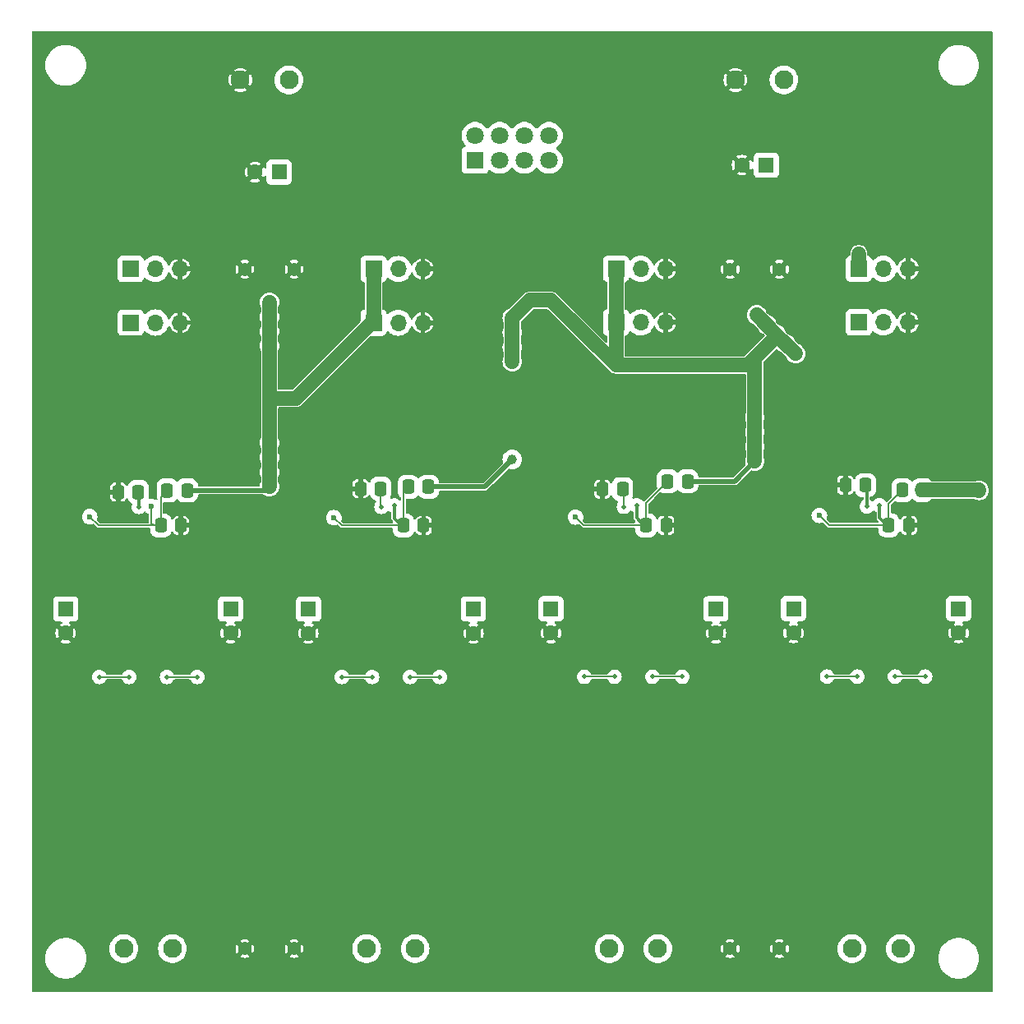
<source format=gbr>
%TF.GenerationSoftware,KiCad,Pcbnew,8.0.7*%
%TF.CreationDate,2025-07-18T12:07:21-04:00*%
%TF.ProjectId,Amplifier_board,416d706c-6966-4696-9572-5f626f617264,rev?*%
%TF.SameCoordinates,Original*%
%TF.FileFunction,Copper,L2,Bot*%
%TF.FilePolarity,Positive*%
%FSLAX46Y46*%
G04 Gerber Fmt 4.6, Leading zero omitted, Abs format (unit mm)*
G04 Created by KiCad (PCBNEW 8.0.7) date 2025-07-18 12:07:21*
%MOMM*%
%LPD*%
G01*
G04 APERTURE LIST*
G04 Aperture macros list*
%AMRoundRect*
0 Rectangle with rounded corners*
0 $1 Rounding radius*
0 $2 $3 $4 $5 $6 $7 $8 $9 X,Y pos of 4 corners*
0 Add a 4 corners polygon primitive as box body*
4,1,4,$2,$3,$4,$5,$6,$7,$8,$9,$2,$3,0*
0 Add four circle primitives for the rounded corners*
1,1,$1+$1,$2,$3*
1,1,$1+$1,$4,$5*
1,1,$1+$1,$6,$7*
1,1,$1+$1,$8,$9*
0 Add four rect primitives between the rounded corners*
20,1,$1+$1,$2,$3,$4,$5,0*
20,1,$1+$1,$4,$5,$6,$7,0*
20,1,$1+$1,$6,$7,$8,$9,0*
20,1,$1+$1,$8,$9,$2,$3,0*%
G04 Aperture macros list end*
%TA.AperFunction,ComponentPad*%
%ADD10R,1.700000X1.700000*%
%TD*%
%TA.AperFunction,ComponentPad*%
%ADD11O,1.700000X1.700000*%
%TD*%
%TA.AperFunction,ComponentPad*%
%ADD12R,1.600000X1.600000*%
%TD*%
%TA.AperFunction,ComponentPad*%
%ADD13C,1.600000*%
%TD*%
%TA.AperFunction,ComponentPad*%
%ADD14C,1.400000*%
%TD*%
%TA.AperFunction,ComponentPad*%
%ADD15C,1.950000*%
%TD*%
%TA.AperFunction,ComponentPad*%
%ADD16R,1.800000X1.800000*%
%TD*%
%TA.AperFunction,ComponentPad*%
%ADD17C,1.800000*%
%TD*%
%TA.AperFunction,SMDPad,CuDef*%
%ADD18RoundRect,0.250000X0.337500X0.475000X-0.337500X0.475000X-0.337500X-0.475000X0.337500X-0.475000X0*%
%TD*%
%TA.AperFunction,SMDPad,CuDef*%
%ADD19RoundRect,0.250000X-0.337500X-0.475000X0.337500X-0.475000X0.337500X0.475000X-0.337500X0.475000X0*%
%TD*%
%TA.AperFunction,ViaPad*%
%ADD20C,0.600000*%
%TD*%
%TA.AperFunction,ViaPad*%
%ADD21C,1.000000*%
%TD*%
%TA.AperFunction,ViaPad*%
%ADD22C,0.500000*%
%TD*%
%TA.AperFunction,Conductor*%
%ADD23C,0.500000*%
%TD*%
%TA.AperFunction,Conductor*%
%ADD24C,1.500000*%
%TD*%
%TA.AperFunction,Conductor*%
%ADD25C,0.300000*%
%TD*%
%TA.AperFunction,Conductor*%
%ADD26C,0.200000*%
%TD*%
G04 APERTURE END LIST*
D10*
%TO.P,J8,1,Pin_1*%
%TO.N,+24V*%
X85210000Y-64475000D03*
D11*
%TO.P,J8,2,Pin_2*%
%TO.N,Net-(J8-Pin_2)*%
X87750000Y-64475000D03*
%TO.P,J8,3,Pin_3*%
%TO.N,GND*%
X90290000Y-64475000D03*
%TD*%
D12*
%TO.P,C8,1*%
%TO.N,+24V*%
X95500000Y-99500000D03*
D13*
%TO.P,C8,2*%
%TO.N,GND*%
X95500000Y-102000000D03*
%TD*%
D12*
%TO.P,C14,1*%
%TO.N,+24V*%
X100500000Y-54500000D03*
D13*
%TO.P,C14,2*%
%TO.N,GND*%
X98000000Y-54500000D03*
%TD*%
D12*
%TO.P,C52,1*%
%TO.N,+24V*%
X170500000Y-99477621D03*
D13*
%TO.P,C52,2*%
%TO.N,GND*%
X170500000Y-101977621D03*
%TD*%
D14*
%TO.P,TP36,1,1*%
%TO.N,GND*%
X96960000Y-134500000D03*
X102040000Y-134500000D03*
%TD*%
D15*
%TO.P,J4,1*%
%TO.N,/amp3/OutP*%
X134500000Y-134500000D03*
%TO.P,J4,2*%
%TO.N,/amp3/OutN*%
X139500000Y-134500000D03*
%TD*%
D10*
%TO.P,J9,1,Pin_1*%
%TO.N,+24V*%
X110220000Y-64482621D03*
D11*
%TO.P,J9,2,Pin_2*%
%TO.N,Net-(J9-Pin_2)*%
X112760000Y-64482621D03*
%TO.P,J9,3,Pin_3*%
%TO.N,GND*%
X115300000Y-64482621D03*
%TD*%
D10*
%TO.P,J11,1,Pin_1*%
%TO.N,+24V*%
X160210001Y-64452621D03*
D11*
%TO.P,J11,2,Pin_2*%
%TO.N,Net-(J11-Pin_2)*%
X162750001Y-64452621D03*
%TO.P,J11,3,Pin_3*%
%TO.N,GND*%
X165290001Y-64452621D03*
%TD*%
D10*
%TO.P,J13,1,Pin_1*%
%TO.N,+24V*%
X110220000Y-70007621D03*
D11*
%TO.P,J13,2,Pin_2*%
%TO.N,Net-(J13-Pin_2)*%
X112760000Y-70007621D03*
%TO.P,J13,3,Pin_3*%
%TO.N,GND*%
X115300000Y-70007621D03*
%TD*%
D12*
%TO.P,C53,1*%
%TO.N,+24V*%
X153500000Y-99477621D03*
D13*
%TO.P,C53,2*%
%TO.N,GND*%
X153500000Y-101977621D03*
%TD*%
D15*
%TO.P,J6,1*%
%TO.N,+24V*%
X152500000Y-45000000D03*
%TO.P,J6,2*%
%TO.N,GND*%
X147500000Y-45000000D03*
%TD*%
D12*
%TO.P,C37,1*%
%TO.N,+24V*%
X145490000Y-99490000D03*
D13*
%TO.P,C37,2*%
%TO.N,GND*%
X145490000Y-101990000D03*
%TD*%
D12*
%TO.P,C9,1*%
%TO.N,+24V*%
X78500000Y-99500000D03*
D13*
%TO.P,C9,2*%
%TO.N,GND*%
X78500000Y-102000000D03*
%TD*%
D12*
%TO.P,C38,1*%
%TO.N,+24V*%
X128490000Y-99490000D03*
D13*
%TO.P,C38,2*%
%TO.N,GND*%
X128490000Y-101990000D03*
%TD*%
D16*
%TO.P,J7,1,Pin_1*%
%TO.N,/In1P*%
X120690000Y-53270000D03*
D17*
%TO.P,J7,2,Pin_2*%
%TO.N,/In1N*%
X120690000Y-50730000D03*
%TO.P,J7,3,Pin_3*%
%TO.N,/In2P*%
X123230000Y-53270000D03*
%TO.P,J7,4,Pin_4*%
%TO.N,/In2N*%
X123230000Y-50730000D03*
%TO.P,J7,5,Pin_5*%
%TO.N,/In3P*%
X125770000Y-53270000D03*
%TO.P,J7,6,Pin_6*%
%TO.N,/In3N*%
X125770000Y-50730000D03*
%TO.P,J7,7,Pin_7*%
%TO.N,/In4P*%
X128310000Y-53270000D03*
%TO.P,J7,8,Pin_8*%
%TO.N,/In4N*%
X128310000Y-50730000D03*
%TD*%
D10*
%TO.P,J14,1,Pin_1*%
%TO.N,+24V*%
X135200000Y-69990000D03*
D11*
%TO.P,J14,2,Pin_2*%
%TO.N,Net-(J14-Pin_2)*%
X137740000Y-69990000D03*
%TO.P,J14,3,Pin_3*%
%TO.N,GND*%
X140280000Y-69990000D03*
%TD*%
D10*
%TO.P,J12,1,Pin_1*%
%TO.N,+24V*%
X85210000Y-70000000D03*
D11*
%TO.P,J12,2,Pin_2*%
%TO.N,Net-(J12-Pin_2)*%
X87750000Y-70000000D03*
%TO.P,J12,3,Pin_3*%
%TO.N,GND*%
X90290000Y-70000000D03*
%TD*%
D14*
%TO.P,TP38,1,1*%
%TO.N,GND*%
X146960000Y-134500000D03*
X152040000Y-134500000D03*
%TD*%
D12*
%TO.P,C74,1*%
%TO.N,+24V*%
X150680000Y-53780000D03*
D13*
%TO.P,C74,2*%
%TO.N,GND*%
X148180000Y-53780000D03*
%TD*%
D15*
%TO.P,J5,1*%
%TO.N,/amp4/OutP*%
X159500000Y-134500000D03*
%TO.P,J5,2*%
%TO.N,/amp4/OutN*%
X164500000Y-134500000D03*
%TD*%
D14*
%TO.P,TP37,1,1*%
%TO.N,GND*%
X146960000Y-64500000D03*
X152040000Y-64500000D03*
%TD*%
D15*
%TO.P,J1,1*%
%TO.N,+24V*%
X101500000Y-45000000D03*
%TO.P,J1,2*%
%TO.N,GND*%
X96500000Y-45000000D03*
%TD*%
D14*
%TO.P,TP35,1,1*%
%TO.N,GND*%
X96960000Y-64500000D03*
X102040000Y-64500000D03*
%TD*%
D12*
%TO.P,C23,1*%
%TO.N,+24V*%
X103510000Y-99507621D03*
D13*
%TO.P,C23,2*%
%TO.N,GND*%
X103510000Y-102007621D03*
%TD*%
D10*
%TO.P,J15,1,Pin_1*%
%TO.N,+24V*%
X160210001Y-69977621D03*
D11*
%TO.P,J15,2,Pin_2*%
%TO.N,Net-(J15-Pin_2)*%
X162750001Y-69977621D03*
%TO.P,J15,3,Pin_3*%
%TO.N,GND*%
X165290001Y-69977621D03*
%TD*%
D15*
%TO.P,J2,1*%
%TO.N,/amp1/OutP*%
X84500000Y-134500000D03*
%TO.P,J2,2*%
%TO.N,/amp1/OutN*%
X89500000Y-134500000D03*
%TD*%
%TO.P,J3,1*%
%TO.N,/amp2/OutP*%
X109500000Y-134500000D03*
%TO.P,J3,2*%
%TO.N,/amp2/OutN*%
X114500000Y-134500000D03*
%TD*%
D10*
%TO.P,J10,1,Pin_1*%
%TO.N,+24V*%
X135200000Y-64465000D03*
D11*
%TO.P,J10,2,Pin_2*%
%TO.N,Net-(J10-Pin_2)*%
X137740000Y-64465000D03*
%TO.P,J10,3,Pin_3*%
%TO.N,GND*%
X140280000Y-64465000D03*
%TD*%
D12*
%TO.P,C22,1*%
%TO.N,+24V*%
X120510000Y-99507621D03*
D13*
%TO.P,C22,2*%
%TO.N,GND*%
X120510000Y-102007621D03*
%TD*%
D18*
%TO.P,R38,1*%
%TO.N,+24V*%
X115875000Y-86930000D03*
%TO.P,R38,2*%
%TO.N,/amp2/AVCC*%
X113800000Y-86930000D03*
%TD*%
D19*
%TO.P,C48,1*%
%TO.N,GND*%
X158832500Y-86740000D03*
%TO.P,C48,2*%
%TO.N,Net-(U4-GVDD)*%
X160907500Y-86740000D03*
%TD*%
D18*
%TO.P,R37,1*%
%TO.N,+24V*%
X91037500Y-87300000D03*
%TO.P,R37,2*%
%TO.N,/amp1/AVCC*%
X88962500Y-87300000D03*
%TD*%
%TO.P,R40,1*%
%TO.N,+24V*%
X166757500Y-87250000D03*
%TO.P,R40,2*%
%TO.N,/amp4/AVCC*%
X164682500Y-87250000D03*
%TD*%
D19*
%TO.P,C4,1*%
%TO.N,GND*%
X83915000Y-87460000D03*
%TO.P,C4,2*%
%TO.N,Net-(U1-GVDD)*%
X85990000Y-87460000D03*
%TD*%
%TO.P,C33,1*%
%TO.N,GND*%
X133802500Y-87150000D03*
%TO.P,C33,2*%
%TO.N,Net-(U3-GVDD)*%
X135877500Y-87150000D03*
%TD*%
%TO.P,C32,1*%
%TO.N,/amp3/AVCC*%
X138285000Y-90890000D03*
%TO.P,C32,2*%
%TO.N,GND*%
X140360000Y-90890000D03*
%TD*%
D18*
%TO.P,R39,1*%
%TO.N,+24V*%
X142577500Y-86360000D03*
%TO.P,R39,2*%
%TO.N,/amp3/AVCC*%
X140502500Y-86360000D03*
%TD*%
D19*
%TO.P,C47,1*%
%TO.N,/amp4/AVCC*%
X163295001Y-90877621D03*
%TO.P,C47,2*%
%TO.N,GND*%
X165370001Y-90877621D03*
%TD*%
%TO.P,C18,1*%
%TO.N,GND*%
X108882500Y-87110000D03*
%TO.P,C18,2*%
%TO.N,Net-(U2-GVDD)*%
X110957500Y-87110000D03*
%TD*%
%TO.P,C17,1*%
%TO.N,/amp2/AVCC*%
X113305000Y-90907621D03*
%TO.P,C17,2*%
%TO.N,GND*%
X115380000Y-90907621D03*
%TD*%
%TO.P,C3,1*%
%TO.N,/amp1/AVCC*%
X88295000Y-90900000D03*
%TO.P,C3,2*%
%TO.N,GND*%
X90370000Y-90900000D03*
%TD*%
D20*
%TO.N,GND*%
X121500000Y-91200000D03*
X132800000Y-95100000D03*
X157800000Y-94900000D03*
D21*
%TO.N,+24V*%
X124500000Y-74020000D03*
X124500000Y-72520000D03*
X124500000Y-71020000D03*
X124500000Y-69520000D03*
X99500000Y-67900000D03*
X99500000Y-69400000D03*
X99500000Y-70900000D03*
X99500000Y-82390000D03*
X99500000Y-83890000D03*
X99500000Y-85390000D03*
X149500000Y-79777621D03*
X149500000Y-81277621D03*
X149500000Y-82777621D03*
D20*
%TO.N,GND*%
X146100000Y-91600000D03*
D21*
%TO.N,+24V*%
X151700000Y-71200000D03*
X172600000Y-87300000D03*
D20*
%TO.N,GND*%
X170000000Y-91600000D03*
X107700000Y-94900000D03*
D21*
%TO.N,+24V*%
X99500000Y-72400000D03*
D20*
%TO.N,GND*%
X95800000Y-91100000D03*
X82600000Y-94900000D03*
X162000000Y-123977621D03*
D22*
X113510000Y-93707621D03*
X114310000Y-94507621D03*
X136090000Y-94490000D03*
X87700000Y-93700000D03*
X161900000Y-93677621D03*
X112710000Y-93707621D03*
X111910000Y-94507621D03*
X85300000Y-93700000D03*
X162700000Y-93677621D03*
X160374983Y-98367621D03*
X110310000Y-93707621D03*
X111110000Y-93707621D03*
X85300000Y-92900000D03*
X136890000Y-93690000D03*
X86900000Y-94500000D03*
X134490000Y-94490000D03*
X135290000Y-94490000D03*
X134490000Y-93690000D03*
X136890000Y-92890000D03*
X161100000Y-92877621D03*
X159500000Y-92877621D03*
X114310000Y-93707621D03*
X163500000Y-92877621D03*
X85300000Y-94500000D03*
X139290000Y-94490000D03*
X89925051Y-89074949D03*
X163500000Y-93677621D03*
X114310000Y-92907621D03*
X109510000Y-94507621D03*
X88500000Y-92900000D03*
X160300000Y-93677621D03*
X110310000Y-92907621D03*
X111910000Y-93707621D03*
X136890000Y-94490000D03*
X160300000Y-94477621D03*
X137690000Y-92890000D03*
X161900000Y-94477621D03*
X162700000Y-94477621D03*
X112710000Y-94507621D03*
X84500000Y-93700000D03*
X137690000Y-93690000D03*
X139915051Y-89064949D03*
X113635017Y-98437621D03*
X160300000Y-92877621D03*
X86900000Y-93700000D03*
X139290000Y-93690000D03*
X87700000Y-92900000D03*
X86100000Y-92900000D03*
X138490000Y-94490000D03*
X86100000Y-94500000D03*
X164300000Y-94477621D03*
X164300000Y-92877621D03*
X89300000Y-92900000D03*
X135290000Y-93690000D03*
X161900000Y-92877621D03*
X137690000Y-94490000D03*
X163500000Y-94477621D03*
X113510000Y-94507621D03*
X159500000Y-94477621D03*
X135364983Y-98380000D03*
X136090000Y-93690000D03*
X139290000Y-92890000D03*
X110384983Y-98397621D03*
X109510000Y-93707621D03*
X164925051Y-89052570D03*
D20*
X136990000Y-123990000D03*
D22*
X85374983Y-98390000D03*
X88500000Y-94500000D03*
X136090000Y-92890000D03*
X84500000Y-92900000D03*
X110310000Y-94507621D03*
X113510000Y-92907621D03*
X135290000Y-92890000D03*
X162700000Y-92877621D03*
D20*
X87000000Y-124000000D03*
D22*
X86900000Y-92900000D03*
X164300000Y-93677621D03*
X89300000Y-93700000D03*
X161100000Y-94477621D03*
X109510000Y-92907621D03*
X88625017Y-98430000D03*
X111910000Y-92907621D03*
X114935051Y-89082570D03*
X134490000Y-92890000D03*
X87700000Y-94500000D03*
X84500000Y-94500000D03*
X138615017Y-98420000D03*
X111110000Y-94507621D03*
X111110000Y-92907621D03*
X161100000Y-93677621D03*
X89300000Y-94500000D03*
D20*
X112010000Y-124007621D03*
D22*
X88500000Y-93700000D03*
X112710000Y-92907621D03*
X138490000Y-92890000D03*
X159500000Y-93677621D03*
X163625017Y-98407621D03*
X86100000Y-93700000D03*
X138490000Y-93690000D03*
D21*
%TO.N,+24V*%
X124500000Y-84100000D03*
X149500000Y-84277621D03*
X99500000Y-86890000D03*
D22*
%TO.N,Net-(U1-GVDD)*%
X86040000Y-88980000D03*
%TO.N,Net-(U2-GVDD)*%
X111050000Y-88987621D03*
%TO.N,Net-(U3-GVDD)*%
X136030000Y-88970000D03*
%TO.N,Net-(U4-GVDD)*%
X161040000Y-88957621D03*
%TO.N,Net-(C6-Pad2)*%
X88950000Y-106500000D03*
X92050000Y-106500000D03*
%TO.N,Net-(C7-Pad2)*%
X81950000Y-106500000D03*
X85050000Y-106500000D03*
%TO.N,Net-(C20-Pad2)*%
X113960000Y-106507621D03*
X117060000Y-106507621D03*
%TO.N,Net-(C21-Pad2)*%
X106960000Y-106507621D03*
X110060000Y-106507621D03*
%TO.N,Net-(C35-Pad2)*%
X138940000Y-106490000D03*
X142040000Y-106490000D03*
%TO.N,Net-(C36-Pad2)*%
X135040000Y-106490000D03*
X131940000Y-106490000D03*
%TO.N,Net-(C50-Pad2)*%
X167050000Y-106477621D03*
X163950000Y-106477621D03*
%TO.N,Net-(C51-Pad2)*%
X156950000Y-106477621D03*
X160050000Y-106477621D03*
D20*
%TO.N,/amp1/AVCC*%
X80985000Y-89995000D03*
X87330000Y-88930000D03*
%TO.N,/amp2/AVCC*%
X106140000Y-90090000D03*
D22*
X112340000Y-88847621D03*
%TO.N,/amp3/AVCC*%
X137320000Y-88830000D03*
D20*
X131030000Y-90030000D03*
%TO.N,/amp4/AVCC*%
X156150000Y-89870000D03*
D22*
X162330000Y-88817621D03*
D21*
%TO.N,+24V*%
X153700000Y-73200000D03*
X152700000Y-72200000D03*
X149700000Y-69200000D03*
X150700000Y-70200000D03*
%TD*%
D23*
%TO.N,+24V*%
X115875000Y-86930000D02*
X121670000Y-86930000D01*
X121670000Y-86930000D02*
X124500000Y-84100000D01*
D24*
X124500000Y-74020000D02*
X124500000Y-69520000D01*
X124500000Y-69520000D02*
X126330000Y-67690000D01*
X126330000Y-67690000D02*
X128490000Y-67690000D01*
X128490000Y-67690000D02*
X135200000Y-74400000D01*
D23*
X142577500Y-86360000D02*
X147417621Y-86360000D01*
X147417621Y-86360000D02*
X149500000Y-84277621D01*
D24*
X99500000Y-67900000D02*
X99500000Y-77810000D01*
X153700000Y-73200000D02*
X151700000Y-71200000D01*
X149700000Y-69200000D02*
X151700000Y-71200000D01*
X151700000Y-71200000D02*
X151700000Y-71480000D01*
X151700000Y-71480000D02*
X149500000Y-73680000D01*
X149500000Y-73680000D02*
X148780000Y-74400000D01*
X148780000Y-74400000D02*
X135200000Y-74400000D01*
X135200000Y-74400000D02*
X135200000Y-69990000D01*
X110220000Y-70007621D02*
X109992379Y-70007621D01*
X109992379Y-70007621D02*
X102190000Y-77810000D01*
X102190000Y-77810000D02*
X99500000Y-77810000D01*
X172600000Y-87300000D02*
X172550000Y-87250000D01*
X172550000Y-87250000D02*
X166757500Y-87250000D01*
X135200000Y-64465000D02*
X135200000Y-69990000D01*
X160210001Y-64452621D02*
X160210001Y-62889999D01*
X99500000Y-77810000D02*
X99500000Y-86890000D01*
X101500000Y-45000000D02*
X101400000Y-45000000D01*
X110220000Y-64482621D02*
X110220000Y-70007621D01*
D25*
%TO.N,Net-(U1-GVDD)*%
X86040000Y-87510000D02*
X85990000Y-87460000D01*
X86040000Y-88980000D02*
X86040000Y-87510000D01*
D26*
%TO.N,Net-(U2-GVDD)*%
X110957500Y-87110000D02*
X110957500Y-88895121D01*
X110957500Y-88895121D02*
X111050000Y-88987621D01*
%TO.N,Net-(U3-GVDD)*%
X135877500Y-87150000D02*
X135980000Y-87252500D01*
X135980000Y-88920000D02*
X136030000Y-88970000D01*
X135980000Y-87252500D02*
X135980000Y-88920000D01*
D25*
%TO.N,Net-(U4-GVDD)*%
X161040000Y-88957621D02*
X161040000Y-86872500D01*
X161040000Y-86872500D02*
X160907500Y-86740000D01*
D26*
%TO.N,/In1P*%
X120942500Y-53932500D02*
X120345000Y-53932500D01*
%TO.N,/In2P*%
X123542500Y-53932500D02*
X123115000Y-53932500D01*
%TO.N,Net-(C6-Pad2)*%
X88950000Y-106500000D02*
X92050000Y-106500000D01*
%TO.N,Net-(C7-Pad2)*%
X85050000Y-106500000D02*
X81950000Y-106500000D01*
%TO.N,Net-(C20-Pad2)*%
X113960000Y-106507621D02*
X117060000Y-106507621D01*
%TO.N,Net-(C21-Pad2)*%
X110060000Y-106507621D02*
X106960000Y-106507621D01*
%TO.N,Net-(C35-Pad2)*%
X138940000Y-106490000D02*
X142040000Y-106490000D01*
%TO.N,Net-(C36-Pad2)*%
X135040000Y-106490000D02*
X131940000Y-106490000D01*
%TO.N,Net-(C50-Pad2)*%
X163950000Y-106477621D02*
X167050000Y-106477621D01*
%TO.N,Net-(C51-Pad2)*%
X160050000Y-106477621D02*
X156950000Y-106477621D01*
%TO.N,/amp1/AVCC*%
X80985000Y-89995000D02*
X81890000Y-90900000D01*
X81890000Y-90900000D02*
X87550000Y-90900000D01*
X88295000Y-90900000D02*
X88295000Y-87967500D01*
X88295000Y-90900000D02*
X87550000Y-90900000D01*
D25*
X88075000Y-90900000D02*
X88637500Y-90900000D01*
D26*
X88295000Y-87967500D02*
X88962500Y-87300000D01*
%TO.N,/amp2/AVCC*%
X113305000Y-87425000D02*
X113800000Y-86930000D01*
X106957621Y-90907621D02*
X113305000Y-90907621D01*
X113305000Y-90907621D02*
X113305000Y-87425000D01*
X106140000Y-90090000D02*
X106957621Y-90907621D01*
D25*
%TO.N,/amp3/AVCC*%
X137320000Y-90145000D02*
X138065000Y-90890000D01*
X138065000Y-90890000D02*
X138627500Y-90890000D01*
D26*
X138285000Y-90890000D02*
X138285000Y-88577500D01*
X131030000Y-90030000D02*
X131890000Y-90890000D01*
X138285000Y-88577500D02*
X140502500Y-86360000D01*
D25*
X137320000Y-88830000D02*
X137320000Y-90145000D01*
D26*
X131890000Y-90890000D02*
X138285000Y-90890000D01*
%TO.N,/amp4/AVCC*%
X163295001Y-88637499D02*
X163295001Y-90877621D01*
D25*
X162330000Y-90132621D02*
X163075000Y-90877621D01*
X162330000Y-88817621D02*
X162330000Y-90132621D01*
X163075000Y-90877621D02*
X163637500Y-90877621D01*
D26*
X164682500Y-87250000D02*
X163295001Y-88637499D01*
X157157621Y-90877621D02*
X163295001Y-90877621D01*
X156150000Y-89870000D02*
X157157621Y-90877621D01*
D25*
%TO.N,/amp2/AVCC*%
X112340000Y-88847621D02*
X112340000Y-90162621D01*
X112340000Y-90162621D02*
X113085000Y-90907621D01*
X113085000Y-90907621D02*
X113647500Y-90907621D01*
D26*
%TO.N,/amp1/AVCC*%
X87330000Y-90680000D02*
X87330000Y-88930000D01*
X87550000Y-90900000D02*
X87330000Y-90680000D01*
D23*
%TO.N,+24V*%
X99090000Y-87300000D02*
X99500000Y-86890000D01*
X91037500Y-87300000D02*
X99090000Y-87300000D01*
D24*
X149500000Y-73680000D02*
X149500000Y-84277621D01*
%TD*%
%TA.AperFunction,Conductor*%
%TO.N,GND*%
G36*
X173942539Y-40020185D02*
G01*
X173988294Y-40072989D01*
X173999500Y-40124500D01*
X173999500Y-138875500D01*
X173979815Y-138942539D01*
X173927011Y-138988294D01*
X173875500Y-138999500D01*
X75124500Y-138999500D01*
X75057461Y-138979815D01*
X75011706Y-138927011D01*
X75000500Y-138875500D01*
X75000500Y-135500000D01*
X76394592Y-135500000D01*
X76414201Y-135786680D01*
X76472666Y-136068034D01*
X76472667Y-136068037D01*
X76568894Y-136338793D01*
X76568893Y-136338793D01*
X76701098Y-136593935D01*
X76866812Y-136828700D01*
X76951923Y-136919831D01*
X77062947Y-137038708D01*
X77285853Y-137220055D01*
X77531382Y-137369365D01*
X77718237Y-137450526D01*
X77794942Y-137483844D01*
X78071642Y-137561371D01*
X78321920Y-137595771D01*
X78356321Y-137600500D01*
X78356322Y-137600500D01*
X78643679Y-137600500D01*
X78674370Y-137596281D01*
X78928358Y-137561371D01*
X79205058Y-137483844D01*
X79318015Y-137434779D01*
X79468617Y-137369365D01*
X79468620Y-137369363D01*
X79468625Y-137369361D01*
X79714147Y-137220055D01*
X79937053Y-137038708D01*
X80133189Y-136828698D01*
X80298901Y-136593936D01*
X80431104Y-136338797D01*
X80527334Y-136068032D01*
X80585798Y-135786686D01*
X80605408Y-135500000D01*
X80585798Y-135213314D01*
X80527334Y-134931968D01*
X80431105Y-134661206D01*
X80431106Y-134661206D01*
X80347572Y-134499994D01*
X83019443Y-134499994D01*
X83019443Y-134500005D01*
X83039634Y-134743683D01*
X83039636Y-134743695D01*
X83099663Y-134980734D01*
X83197888Y-135204666D01*
X83331632Y-135409378D01*
X83497242Y-135589277D01*
X83497246Y-135589281D01*
X83690212Y-135739473D01*
X83905267Y-135855855D01*
X83905270Y-135855856D01*
X84136541Y-135935251D01*
X84136543Y-135935251D01*
X84136545Y-135935252D01*
X84377737Y-135975500D01*
X84377738Y-135975500D01*
X84622262Y-135975500D01*
X84622263Y-135975500D01*
X84863455Y-135935252D01*
X85094733Y-135855855D01*
X85309788Y-135739473D01*
X85502754Y-135589281D01*
X85668368Y-135409377D01*
X85802111Y-135204667D01*
X85900336Y-134980736D01*
X85960364Y-134743692D01*
X85960365Y-134743683D01*
X85980557Y-134500005D01*
X85980557Y-134499994D01*
X88019443Y-134499994D01*
X88019443Y-134500005D01*
X88039634Y-134743683D01*
X88039636Y-134743695D01*
X88099663Y-134980734D01*
X88197888Y-135204666D01*
X88331632Y-135409378D01*
X88497242Y-135589277D01*
X88497246Y-135589281D01*
X88690212Y-135739473D01*
X88905267Y-135855855D01*
X88905270Y-135855856D01*
X89136541Y-135935251D01*
X89136543Y-135935251D01*
X89136545Y-135935252D01*
X89377737Y-135975500D01*
X89377738Y-135975500D01*
X89622262Y-135975500D01*
X89622263Y-135975500D01*
X89863455Y-135935252D01*
X90094733Y-135855855D01*
X90309788Y-135739473D01*
X90502754Y-135589281D01*
X90668368Y-135409377D01*
X90723409Y-135325130D01*
X96488422Y-135325130D01*
X96594688Y-135381931D01*
X96773769Y-135436255D01*
X96960000Y-135454596D01*
X97146230Y-135436255D01*
X97325311Y-135381931D01*
X97431577Y-135325130D01*
X101568422Y-135325130D01*
X101674688Y-135381931D01*
X101853769Y-135436255D01*
X102040000Y-135454596D01*
X102226230Y-135436255D01*
X102405311Y-135381931D01*
X102511577Y-135325130D01*
X102511577Y-135325129D01*
X102040001Y-134853553D01*
X102040000Y-134853553D01*
X101568422Y-135325130D01*
X97431577Y-135325130D01*
X97431577Y-135325129D01*
X96960001Y-134853553D01*
X96960000Y-134853553D01*
X96488422Y-135325130D01*
X90723409Y-135325130D01*
X90802111Y-135204667D01*
X90900336Y-134980736D01*
X90960364Y-134743692D01*
X90960365Y-134743683D01*
X90980557Y-134500005D01*
X90980557Y-134500000D01*
X96005403Y-134500000D01*
X96023744Y-134686230D01*
X96078069Y-134865313D01*
X96134868Y-134971577D01*
X96606446Y-134500000D01*
X96606446Y-134499999D01*
X96560369Y-134453922D01*
X96610000Y-134453922D01*
X96610000Y-134546078D01*
X96633852Y-134635095D01*
X96679930Y-134714905D01*
X96745095Y-134780070D01*
X96824905Y-134826148D01*
X96913922Y-134850000D01*
X97006078Y-134850000D01*
X97095095Y-134826148D01*
X97174905Y-134780070D01*
X97240070Y-134714905D01*
X97286148Y-134635095D01*
X97310000Y-134546078D01*
X97310000Y-134499999D01*
X97313553Y-134499999D01*
X97313553Y-134500000D01*
X97785129Y-134971577D01*
X97785130Y-134971577D01*
X97841931Y-134865311D01*
X97896255Y-134686230D01*
X97914596Y-134500000D01*
X101085403Y-134500000D01*
X101103744Y-134686230D01*
X101158069Y-134865313D01*
X101214868Y-134971577D01*
X101214869Y-134971577D01*
X101686446Y-134500000D01*
X101686446Y-134499999D01*
X101640369Y-134453922D01*
X101690000Y-134453922D01*
X101690000Y-134546078D01*
X101713852Y-134635095D01*
X101759930Y-134714905D01*
X101825095Y-134780070D01*
X101904905Y-134826148D01*
X101993922Y-134850000D01*
X102086078Y-134850000D01*
X102175095Y-134826148D01*
X102254905Y-134780070D01*
X102320070Y-134714905D01*
X102366148Y-134635095D01*
X102390000Y-134546078D01*
X102390000Y-134499999D01*
X102393553Y-134499999D01*
X102393553Y-134500000D01*
X102865129Y-134971577D01*
X102865130Y-134971577D01*
X102921931Y-134865311D01*
X102976255Y-134686230D01*
X102994596Y-134500000D01*
X102994595Y-134499994D01*
X108019443Y-134499994D01*
X108019443Y-134500005D01*
X108039634Y-134743683D01*
X108039636Y-134743695D01*
X108099663Y-134980734D01*
X108197888Y-135204666D01*
X108331632Y-135409378D01*
X108497242Y-135589277D01*
X108497246Y-135589281D01*
X108690212Y-135739473D01*
X108905267Y-135855855D01*
X108905270Y-135855856D01*
X109136541Y-135935251D01*
X109136543Y-135935251D01*
X109136545Y-135935252D01*
X109377737Y-135975500D01*
X109377738Y-135975500D01*
X109622262Y-135975500D01*
X109622263Y-135975500D01*
X109863455Y-135935252D01*
X110094733Y-135855855D01*
X110309788Y-135739473D01*
X110502754Y-135589281D01*
X110668368Y-135409377D01*
X110802111Y-135204667D01*
X110900336Y-134980736D01*
X110960364Y-134743692D01*
X110960365Y-134743683D01*
X110980557Y-134500005D01*
X110980557Y-134499994D01*
X113019443Y-134499994D01*
X113019443Y-134500005D01*
X113039634Y-134743683D01*
X113039636Y-134743695D01*
X113099663Y-134980734D01*
X113197888Y-135204666D01*
X113331632Y-135409378D01*
X113497242Y-135589277D01*
X113497246Y-135589281D01*
X113690212Y-135739473D01*
X113905267Y-135855855D01*
X113905270Y-135855856D01*
X114136541Y-135935251D01*
X114136543Y-135935251D01*
X114136545Y-135935252D01*
X114377737Y-135975500D01*
X114377738Y-135975500D01*
X114622262Y-135975500D01*
X114622263Y-135975500D01*
X114863455Y-135935252D01*
X115094733Y-135855855D01*
X115309788Y-135739473D01*
X115502754Y-135589281D01*
X115668368Y-135409377D01*
X115802111Y-135204667D01*
X115900336Y-134980736D01*
X115960364Y-134743692D01*
X115960365Y-134743683D01*
X115980557Y-134500005D01*
X115980557Y-134499994D01*
X133019443Y-134499994D01*
X133019443Y-134500005D01*
X133039634Y-134743683D01*
X133039636Y-134743695D01*
X133099663Y-134980734D01*
X133197888Y-135204666D01*
X133331632Y-135409378D01*
X133497242Y-135589277D01*
X133497246Y-135589281D01*
X133690212Y-135739473D01*
X133905267Y-135855855D01*
X133905270Y-135855856D01*
X134136541Y-135935251D01*
X134136543Y-135935251D01*
X134136545Y-135935252D01*
X134377737Y-135975500D01*
X134377738Y-135975500D01*
X134622262Y-135975500D01*
X134622263Y-135975500D01*
X134863455Y-135935252D01*
X135094733Y-135855855D01*
X135309788Y-135739473D01*
X135502754Y-135589281D01*
X135668368Y-135409377D01*
X135802111Y-135204667D01*
X135900336Y-134980736D01*
X135960364Y-134743692D01*
X135960365Y-134743683D01*
X135980557Y-134500005D01*
X135980557Y-134499994D01*
X138019443Y-134499994D01*
X138019443Y-134500005D01*
X138039634Y-134743683D01*
X138039636Y-134743695D01*
X138099663Y-134980734D01*
X138197888Y-135204666D01*
X138331632Y-135409378D01*
X138497242Y-135589277D01*
X138497246Y-135589281D01*
X138690212Y-135739473D01*
X138905267Y-135855855D01*
X138905270Y-135855856D01*
X139136541Y-135935251D01*
X139136543Y-135935251D01*
X139136545Y-135935252D01*
X139377737Y-135975500D01*
X139377738Y-135975500D01*
X139622262Y-135975500D01*
X139622263Y-135975500D01*
X139863455Y-135935252D01*
X140094733Y-135855855D01*
X140309788Y-135739473D01*
X140502754Y-135589281D01*
X140668368Y-135409377D01*
X140723409Y-135325130D01*
X146488422Y-135325130D01*
X146594688Y-135381931D01*
X146773769Y-135436255D01*
X146960000Y-135454596D01*
X147146230Y-135436255D01*
X147325311Y-135381931D01*
X147431577Y-135325130D01*
X151568422Y-135325130D01*
X151674688Y-135381931D01*
X151853769Y-135436255D01*
X152040000Y-135454596D01*
X152226230Y-135436255D01*
X152405311Y-135381931D01*
X152511577Y-135325130D01*
X152511577Y-135325129D01*
X152040001Y-134853553D01*
X152040000Y-134853553D01*
X151568422Y-135325130D01*
X147431577Y-135325130D01*
X147431577Y-135325129D01*
X146960001Y-134853553D01*
X146960000Y-134853553D01*
X146488422Y-135325130D01*
X140723409Y-135325130D01*
X140802111Y-135204667D01*
X140900336Y-134980736D01*
X140960364Y-134743692D01*
X140960365Y-134743683D01*
X140980557Y-134500005D01*
X140980557Y-134500000D01*
X146005403Y-134500000D01*
X146023744Y-134686230D01*
X146078069Y-134865313D01*
X146134868Y-134971577D01*
X146606446Y-134500000D01*
X146606446Y-134499999D01*
X146560369Y-134453922D01*
X146610000Y-134453922D01*
X146610000Y-134546078D01*
X146633852Y-134635095D01*
X146679930Y-134714905D01*
X146745095Y-134780070D01*
X146824905Y-134826148D01*
X146913922Y-134850000D01*
X147006078Y-134850000D01*
X147095095Y-134826148D01*
X147174905Y-134780070D01*
X147240070Y-134714905D01*
X147286148Y-134635095D01*
X147310000Y-134546078D01*
X147310000Y-134499999D01*
X147313553Y-134499999D01*
X147313553Y-134500000D01*
X147785129Y-134971577D01*
X147785130Y-134971577D01*
X147841931Y-134865311D01*
X147896255Y-134686230D01*
X147914596Y-134500000D01*
X151085403Y-134500000D01*
X151103744Y-134686230D01*
X151158069Y-134865313D01*
X151214868Y-134971577D01*
X151214869Y-134971577D01*
X151686446Y-134500000D01*
X151686446Y-134499999D01*
X151640369Y-134453922D01*
X151690000Y-134453922D01*
X151690000Y-134546078D01*
X151713852Y-134635095D01*
X151759930Y-134714905D01*
X151825095Y-134780070D01*
X151904905Y-134826148D01*
X151993922Y-134850000D01*
X152086078Y-134850000D01*
X152175095Y-134826148D01*
X152254905Y-134780070D01*
X152320070Y-134714905D01*
X152366148Y-134635095D01*
X152390000Y-134546078D01*
X152390000Y-134499999D01*
X152393553Y-134499999D01*
X152393553Y-134500000D01*
X152865129Y-134971577D01*
X152865130Y-134971577D01*
X152921931Y-134865311D01*
X152976255Y-134686230D01*
X152994596Y-134500000D01*
X152994595Y-134499994D01*
X158019443Y-134499994D01*
X158019443Y-134500005D01*
X158039634Y-134743683D01*
X158039636Y-134743695D01*
X158099663Y-134980734D01*
X158197888Y-135204666D01*
X158331632Y-135409378D01*
X158497242Y-135589277D01*
X158497246Y-135589281D01*
X158690212Y-135739473D01*
X158905267Y-135855855D01*
X158905270Y-135855856D01*
X159136541Y-135935251D01*
X159136543Y-135935251D01*
X159136545Y-135935252D01*
X159377737Y-135975500D01*
X159377738Y-135975500D01*
X159622262Y-135975500D01*
X159622263Y-135975500D01*
X159863455Y-135935252D01*
X160094733Y-135855855D01*
X160309788Y-135739473D01*
X160502754Y-135589281D01*
X160668368Y-135409377D01*
X160802111Y-135204667D01*
X160900336Y-134980736D01*
X160960364Y-134743692D01*
X160960365Y-134743683D01*
X160980557Y-134500005D01*
X160980557Y-134499994D01*
X163019443Y-134499994D01*
X163019443Y-134500005D01*
X163039634Y-134743683D01*
X163039636Y-134743695D01*
X163099663Y-134980734D01*
X163197888Y-135204666D01*
X163331632Y-135409378D01*
X163497242Y-135589277D01*
X163497246Y-135589281D01*
X163690212Y-135739473D01*
X163905267Y-135855855D01*
X163905270Y-135855856D01*
X164136541Y-135935251D01*
X164136543Y-135935251D01*
X164136545Y-135935252D01*
X164377737Y-135975500D01*
X164377738Y-135975500D01*
X164622262Y-135975500D01*
X164622263Y-135975500D01*
X164863455Y-135935252D01*
X165094733Y-135855855D01*
X165309788Y-135739473D01*
X165502754Y-135589281D01*
X165584943Y-135500000D01*
X168394592Y-135500000D01*
X168414201Y-135786680D01*
X168472666Y-136068034D01*
X168472667Y-136068037D01*
X168568894Y-136338793D01*
X168568893Y-136338793D01*
X168701098Y-136593935D01*
X168866812Y-136828700D01*
X168951923Y-136919831D01*
X169062947Y-137038708D01*
X169285853Y-137220055D01*
X169531382Y-137369365D01*
X169718237Y-137450526D01*
X169794942Y-137483844D01*
X170071642Y-137561371D01*
X170321920Y-137595771D01*
X170356321Y-137600500D01*
X170356322Y-137600500D01*
X170643679Y-137600500D01*
X170674370Y-137596281D01*
X170928358Y-137561371D01*
X171205058Y-137483844D01*
X171318015Y-137434779D01*
X171468617Y-137369365D01*
X171468620Y-137369363D01*
X171468625Y-137369361D01*
X171714147Y-137220055D01*
X171937053Y-137038708D01*
X172133189Y-136828698D01*
X172298901Y-136593936D01*
X172431104Y-136338797D01*
X172527334Y-136068032D01*
X172585798Y-135786686D01*
X172605408Y-135500000D01*
X172585798Y-135213314D01*
X172527334Y-134931968D01*
X172431105Y-134661206D01*
X172431106Y-134661206D01*
X172298901Y-134406064D01*
X172133187Y-134171299D01*
X171991195Y-134019264D01*
X171937053Y-133961292D01*
X171808452Y-133856667D01*
X171714146Y-133779944D01*
X171468617Y-133630634D01*
X171205063Y-133516158D01*
X171205061Y-133516157D01*
X171205058Y-133516156D01*
X171075578Y-133479877D01*
X170928364Y-133438630D01*
X170928359Y-133438629D01*
X170928358Y-133438629D01*
X170725301Y-133410719D01*
X170643679Y-133399500D01*
X170643678Y-133399500D01*
X170356322Y-133399500D01*
X170356321Y-133399500D01*
X170071642Y-133438629D01*
X170071635Y-133438630D01*
X169863861Y-133496845D01*
X169794942Y-133516156D01*
X169794939Y-133516156D01*
X169794936Y-133516158D01*
X169794935Y-133516158D01*
X169531382Y-133630634D01*
X169285853Y-133779944D01*
X169062950Y-133961289D01*
X168866812Y-134171299D01*
X168701098Y-134406064D01*
X168568894Y-134661206D01*
X168472667Y-134931962D01*
X168472666Y-134931965D01*
X168414201Y-135213319D01*
X168394592Y-135500000D01*
X165584943Y-135500000D01*
X165668368Y-135409377D01*
X165802111Y-135204667D01*
X165900336Y-134980736D01*
X165960364Y-134743692D01*
X165960365Y-134743683D01*
X165980557Y-134500005D01*
X165980557Y-134499994D01*
X165960365Y-134256316D01*
X165960363Y-134256304D01*
X165900336Y-134019264D01*
X165802111Y-133795333D01*
X165668367Y-133590621D01*
X165502757Y-133410722D01*
X165502747Y-133410713D01*
X165309791Y-133260529D01*
X165309787Y-133260526D01*
X165094734Y-133144145D01*
X165094729Y-133144143D01*
X164863458Y-133064748D01*
X164682561Y-133034562D01*
X164622263Y-133024500D01*
X164377737Y-133024500D01*
X164329498Y-133032549D01*
X164136541Y-133064748D01*
X163905270Y-133144143D01*
X163905265Y-133144145D01*
X163690212Y-133260526D01*
X163690208Y-133260529D01*
X163497252Y-133410713D01*
X163497242Y-133410722D01*
X163331632Y-133590621D01*
X163197888Y-133795333D01*
X163099664Y-134019264D01*
X163039636Y-134256304D01*
X163039634Y-134256316D01*
X163019443Y-134499994D01*
X160980557Y-134499994D01*
X160960365Y-134256316D01*
X160960363Y-134256304D01*
X160900336Y-134019264D01*
X160802111Y-133795333D01*
X160668367Y-133590621D01*
X160502757Y-133410722D01*
X160502747Y-133410713D01*
X160309791Y-133260529D01*
X160309787Y-133260526D01*
X160094734Y-133144145D01*
X160094729Y-133144143D01*
X159863458Y-133064748D01*
X159682561Y-133034562D01*
X159622263Y-133024500D01*
X159377737Y-133024500D01*
X159329498Y-133032549D01*
X159136541Y-133064748D01*
X158905270Y-133144143D01*
X158905265Y-133144145D01*
X158690212Y-133260526D01*
X158690208Y-133260529D01*
X158497252Y-133410713D01*
X158497242Y-133410722D01*
X158331632Y-133590621D01*
X158197888Y-133795333D01*
X158099664Y-134019264D01*
X158039636Y-134256304D01*
X158039634Y-134256316D01*
X158019443Y-134499994D01*
X152994595Y-134499994D01*
X152976255Y-134313769D01*
X152921931Y-134134688D01*
X152865130Y-134028422D01*
X152393553Y-134499999D01*
X152390000Y-134499999D01*
X152390000Y-134453922D01*
X152366148Y-134364905D01*
X152320070Y-134285095D01*
X152254905Y-134219930D01*
X152175095Y-134173852D01*
X152086078Y-134150000D01*
X151993922Y-134150000D01*
X151904905Y-134173852D01*
X151825095Y-134219930D01*
X151759930Y-134285095D01*
X151713852Y-134364905D01*
X151690000Y-134453922D01*
X151640369Y-134453922D01*
X151214869Y-134028422D01*
X151158067Y-134134692D01*
X151103744Y-134313769D01*
X151085403Y-134500000D01*
X147914596Y-134500000D01*
X147896255Y-134313769D01*
X147841931Y-134134688D01*
X147785130Y-134028422D01*
X147313553Y-134499999D01*
X147310000Y-134499999D01*
X147310000Y-134453922D01*
X147286148Y-134364905D01*
X147240070Y-134285095D01*
X147174905Y-134219930D01*
X147095095Y-134173852D01*
X147006078Y-134150000D01*
X146913922Y-134150000D01*
X146824905Y-134173852D01*
X146745095Y-134219930D01*
X146679930Y-134285095D01*
X146633852Y-134364905D01*
X146610000Y-134453922D01*
X146560369Y-134453922D01*
X146134869Y-134028422D01*
X146078067Y-134134692D01*
X146023744Y-134313769D01*
X146005403Y-134500000D01*
X140980557Y-134500000D01*
X140980557Y-134499994D01*
X140960365Y-134256316D01*
X140960363Y-134256304D01*
X140900336Y-134019264D01*
X140802111Y-133795333D01*
X140723409Y-133674869D01*
X146488422Y-133674869D01*
X146960000Y-134146446D01*
X146960001Y-134146446D01*
X147431577Y-133674869D01*
X151568422Y-133674869D01*
X152040000Y-134146446D01*
X152040001Y-134146446D01*
X152511577Y-133674869D01*
X152511577Y-133674868D01*
X152405313Y-133618069D01*
X152226230Y-133563744D01*
X152040000Y-133545403D01*
X151853769Y-133563744D01*
X151674692Y-133618067D01*
X151568422Y-133674869D01*
X147431577Y-133674869D01*
X147431577Y-133674868D01*
X147325313Y-133618069D01*
X147146230Y-133563744D01*
X146960000Y-133545403D01*
X146773769Y-133563744D01*
X146594692Y-133618067D01*
X146488422Y-133674869D01*
X140723409Y-133674869D01*
X140668367Y-133590621D01*
X140502757Y-133410722D01*
X140502747Y-133410713D01*
X140309791Y-133260529D01*
X140309787Y-133260526D01*
X140094734Y-133144145D01*
X140094729Y-133144143D01*
X139863458Y-133064748D01*
X139682561Y-133034562D01*
X139622263Y-133024500D01*
X139377737Y-133024500D01*
X139329498Y-133032549D01*
X139136541Y-133064748D01*
X138905270Y-133144143D01*
X138905265Y-133144145D01*
X138690212Y-133260526D01*
X138690208Y-133260529D01*
X138497252Y-133410713D01*
X138497242Y-133410722D01*
X138331632Y-133590621D01*
X138197888Y-133795333D01*
X138099664Y-134019264D01*
X138039636Y-134256304D01*
X138039634Y-134256316D01*
X138019443Y-134499994D01*
X135980557Y-134499994D01*
X135960365Y-134256316D01*
X135960363Y-134256304D01*
X135900336Y-134019264D01*
X135802111Y-133795333D01*
X135668367Y-133590621D01*
X135502757Y-133410722D01*
X135502747Y-133410713D01*
X135309791Y-133260529D01*
X135309787Y-133260526D01*
X135094734Y-133144145D01*
X135094729Y-133144143D01*
X134863458Y-133064748D01*
X134682561Y-133034562D01*
X134622263Y-133024500D01*
X134377737Y-133024500D01*
X134329498Y-133032549D01*
X134136541Y-133064748D01*
X133905270Y-133144143D01*
X133905265Y-133144145D01*
X133690212Y-133260526D01*
X133690208Y-133260529D01*
X133497252Y-133410713D01*
X133497242Y-133410722D01*
X133331632Y-133590621D01*
X133197888Y-133795333D01*
X133099664Y-134019264D01*
X133039636Y-134256304D01*
X133039634Y-134256316D01*
X133019443Y-134499994D01*
X115980557Y-134499994D01*
X115960365Y-134256316D01*
X115960363Y-134256304D01*
X115900336Y-134019264D01*
X115802111Y-133795333D01*
X115668367Y-133590621D01*
X115502757Y-133410722D01*
X115502747Y-133410713D01*
X115309791Y-133260529D01*
X115309787Y-133260526D01*
X115094734Y-133144145D01*
X115094729Y-133144143D01*
X114863458Y-133064748D01*
X114682561Y-133034562D01*
X114622263Y-133024500D01*
X114377737Y-133024500D01*
X114329498Y-133032549D01*
X114136541Y-133064748D01*
X113905270Y-133144143D01*
X113905265Y-133144145D01*
X113690212Y-133260526D01*
X113690208Y-133260529D01*
X113497252Y-133410713D01*
X113497242Y-133410722D01*
X113331632Y-133590621D01*
X113197888Y-133795333D01*
X113099664Y-134019264D01*
X113039636Y-134256304D01*
X113039634Y-134256316D01*
X113019443Y-134499994D01*
X110980557Y-134499994D01*
X110960365Y-134256316D01*
X110960363Y-134256304D01*
X110900336Y-134019264D01*
X110802111Y-133795333D01*
X110668367Y-133590621D01*
X110502757Y-133410722D01*
X110502747Y-133410713D01*
X110309791Y-133260529D01*
X110309787Y-133260526D01*
X110094734Y-133144145D01*
X110094729Y-133144143D01*
X109863458Y-133064748D01*
X109682561Y-133034562D01*
X109622263Y-133024500D01*
X109377737Y-133024500D01*
X109329498Y-133032549D01*
X109136541Y-133064748D01*
X108905270Y-133144143D01*
X108905265Y-133144145D01*
X108690212Y-133260526D01*
X108690208Y-133260529D01*
X108497252Y-133410713D01*
X108497242Y-133410722D01*
X108331632Y-133590621D01*
X108197888Y-133795333D01*
X108099664Y-134019264D01*
X108039636Y-134256304D01*
X108039634Y-134256316D01*
X108019443Y-134499994D01*
X102994595Y-134499994D01*
X102976255Y-134313769D01*
X102921931Y-134134688D01*
X102865130Y-134028422D01*
X102393553Y-134499999D01*
X102390000Y-134499999D01*
X102390000Y-134453922D01*
X102366148Y-134364905D01*
X102320070Y-134285095D01*
X102254905Y-134219930D01*
X102175095Y-134173852D01*
X102086078Y-134150000D01*
X101993922Y-134150000D01*
X101904905Y-134173852D01*
X101825095Y-134219930D01*
X101759930Y-134285095D01*
X101713852Y-134364905D01*
X101690000Y-134453922D01*
X101640369Y-134453922D01*
X101214869Y-134028422D01*
X101158067Y-134134692D01*
X101103744Y-134313769D01*
X101085403Y-134500000D01*
X97914596Y-134500000D01*
X97896255Y-134313769D01*
X97841931Y-134134688D01*
X97785130Y-134028422D01*
X97313553Y-134499999D01*
X97310000Y-134499999D01*
X97310000Y-134453922D01*
X97286148Y-134364905D01*
X97240070Y-134285095D01*
X97174905Y-134219930D01*
X97095095Y-134173852D01*
X97006078Y-134150000D01*
X96913922Y-134150000D01*
X96824905Y-134173852D01*
X96745095Y-134219930D01*
X96679930Y-134285095D01*
X96633852Y-134364905D01*
X96610000Y-134453922D01*
X96560369Y-134453922D01*
X96134869Y-134028422D01*
X96078067Y-134134692D01*
X96023744Y-134313769D01*
X96005403Y-134500000D01*
X90980557Y-134500000D01*
X90980557Y-134499994D01*
X90960365Y-134256316D01*
X90960363Y-134256304D01*
X90900336Y-134019264D01*
X90802111Y-133795333D01*
X90723409Y-133674869D01*
X96488422Y-133674869D01*
X96960000Y-134146446D01*
X96960001Y-134146446D01*
X97431577Y-133674869D01*
X101568422Y-133674869D01*
X102040000Y-134146446D01*
X102040001Y-134146446D01*
X102511577Y-133674869D01*
X102511577Y-133674868D01*
X102405313Y-133618069D01*
X102226230Y-133563744D01*
X102040000Y-133545403D01*
X101853769Y-133563744D01*
X101674692Y-133618067D01*
X101568422Y-133674869D01*
X97431577Y-133674869D01*
X97431577Y-133674868D01*
X97325313Y-133618069D01*
X97146230Y-133563744D01*
X96960000Y-133545403D01*
X96773769Y-133563744D01*
X96594692Y-133618067D01*
X96488422Y-133674869D01*
X90723409Y-133674869D01*
X90668367Y-133590621D01*
X90502757Y-133410722D01*
X90502747Y-133410713D01*
X90309791Y-133260529D01*
X90309787Y-133260526D01*
X90094734Y-133144145D01*
X90094729Y-133144143D01*
X89863458Y-133064748D01*
X89682561Y-133034562D01*
X89622263Y-133024500D01*
X89377737Y-133024500D01*
X89329498Y-133032549D01*
X89136541Y-133064748D01*
X88905270Y-133144143D01*
X88905265Y-133144145D01*
X88690212Y-133260526D01*
X88690208Y-133260529D01*
X88497252Y-133410713D01*
X88497242Y-133410722D01*
X88331632Y-133590621D01*
X88197888Y-133795333D01*
X88099664Y-134019264D01*
X88039636Y-134256304D01*
X88039634Y-134256316D01*
X88019443Y-134499994D01*
X85980557Y-134499994D01*
X85960365Y-134256316D01*
X85960363Y-134256304D01*
X85900336Y-134019264D01*
X85802111Y-133795333D01*
X85668367Y-133590621D01*
X85502757Y-133410722D01*
X85502747Y-133410713D01*
X85309791Y-133260529D01*
X85309787Y-133260526D01*
X85094734Y-133144145D01*
X85094729Y-133144143D01*
X84863458Y-133064748D01*
X84682561Y-133034562D01*
X84622263Y-133024500D01*
X84377737Y-133024500D01*
X84329498Y-133032549D01*
X84136541Y-133064748D01*
X83905270Y-133144143D01*
X83905265Y-133144145D01*
X83690212Y-133260526D01*
X83690208Y-133260529D01*
X83497252Y-133410713D01*
X83497242Y-133410722D01*
X83331632Y-133590621D01*
X83197888Y-133795333D01*
X83099664Y-134019264D01*
X83039636Y-134256304D01*
X83039634Y-134256316D01*
X83019443Y-134499994D01*
X80347572Y-134499994D01*
X80298901Y-134406064D01*
X80133187Y-134171299D01*
X79991195Y-134019264D01*
X79937053Y-133961292D01*
X79808452Y-133856667D01*
X79714146Y-133779944D01*
X79468617Y-133630634D01*
X79205063Y-133516158D01*
X79205061Y-133516157D01*
X79205058Y-133516156D01*
X79075578Y-133479877D01*
X78928364Y-133438630D01*
X78928359Y-133438629D01*
X78928358Y-133438629D01*
X78725301Y-133410719D01*
X78643679Y-133399500D01*
X78643678Y-133399500D01*
X78356322Y-133399500D01*
X78356321Y-133399500D01*
X78071642Y-133438629D01*
X78071635Y-133438630D01*
X77863861Y-133496845D01*
X77794942Y-133516156D01*
X77794939Y-133516156D01*
X77794936Y-133516158D01*
X77794935Y-133516158D01*
X77531382Y-133630634D01*
X77285853Y-133779944D01*
X77062950Y-133961289D01*
X76866812Y-134171299D01*
X76701098Y-134406064D01*
X76568894Y-134661206D01*
X76472667Y-134931962D01*
X76472666Y-134931965D01*
X76414201Y-135213319D01*
X76394592Y-135500000D01*
X75000500Y-135500000D01*
X75000500Y-106499997D01*
X81194751Y-106499997D01*
X81194751Y-106500002D01*
X81213685Y-106668056D01*
X81269545Y-106827694D01*
X81269547Y-106827697D01*
X81359518Y-106970884D01*
X81359523Y-106970890D01*
X81479109Y-107090476D01*
X81479115Y-107090481D01*
X81622302Y-107180452D01*
X81622305Y-107180454D01*
X81622309Y-107180455D01*
X81622310Y-107180456D01*
X81644084Y-107188075D01*
X81781943Y-107236314D01*
X81949997Y-107255249D01*
X81950000Y-107255249D01*
X81950003Y-107255249D01*
X82118056Y-107236314D01*
X82118059Y-107236313D01*
X82277690Y-107180456D01*
X82277692Y-107180454D01*
X82277694Y-107180454D01*
X82277697Y-107180452D01*
X82420884Y-107090481D01*
X82420885Y-107090480D01*
X82420890Y-107090477D01*
X82540477Y-106970890D01*
X82540481Y-106970884D01*
X82630455Y-106827692D01*
X82636455Y-106810547D01*
X82677176Y-106753770D01*
X82742128Y-106728022D01*
X82753497Y-106727500D01*
X84246503Y-106727500D01*
X84313542Y-106747185D01*
X84359297Y-106799989D01*
X84363545Y-106810547D01*
X84369544Y-106827692D01*
X84459518Y-106970884D01*
X84459523Y-106970890D01*
X84579109Y-107090476D01*
X84579115Y-107090481D01*
X84722302Y-107180452D01*
X84722305Y-107180454D01*
X84722309Y-107180455D01*
X84722310Y-107180456D01*
X84744084Y-107188075D01*
X84881943Y-107236314D01*
X85049997Y-107255249D01*
X85050000Y-107255249D01*
X85050003Y-107255249D01*
X85218056Y-107236314D01*
X85218059Y-107236313D01*
X85377690Y-107180456D01*
X85377692Y-107180454D01*
X85377694Y-107180454D01*
X85377697Y-107180452D01*
X85520884Y-107090481D01*
X85520885Y-107090480D01*
X85520890Y-107090477D01*
X85640477Y-106970890D01*
X85640481Y-106970884D01*
X85730452Y-106827697D01*
X85730454Y-106827694D01*
X85730454Y-106827692D01*
X85730456Y-106827690D01*
X85786313Y-106668059D01*
X85786313Y-106668058D01*
X85786314Y-106668056D01*
X85805249Y-106500002D01*
X85805249Y-106499997D01*
X88194751Y-106499997D01*
X88194751Y-106500002D01*
X88213685Y-106668056D01*
X88269545Y-106827694D01*
X88269547Y-106827697D01*
X88359518Y-106970884D01*
X88359523Y-106970890D01*
X88479109Y-107090476D01*
X88479115Y-107090481D01*
X88622302Y-107180452D01*
X88622305Y-107180454D01*
X88622309Y-107180455D01*
X88622310Y-107180456D01*
X88644084Y-107188075D01*
X88781943Y-107236314D01*
X88949997Y-107255249D01*
X88950000Y-107255249D01*
X88950003Y-107255249D01*
X89118056Y-107236314D01*
X89118059Y-107236313D01*
X89277690Y-107180456D01*
X89277692Y-107180454D01*
X89277694Y-107180454D01*
X89277697Y-107180452D01*
X89420884Y-107090481D01*
X89420885Y-107090480D01*
X89420890Y-107090477D01*
X89540477Y-106970890D01*
X89540481Y-106970884D01*
X89630455Y-106827692D01*
X89636455Y-106810547D01*
X89677176Y-106753770D01*
X89742128Y-106728022D01*
X89753497Y-106727500D01*
X91246503Y-106727500D01*
X91313542Y-106747185D01*
X91359297Y-106799989D01*
X91363545Y-106810547D01*
X91369544Y-106827692D01*
X91459518Y-106970884D01*
X91459523Y-106970890D01*
X91579109Y-107090476D01*
X91579115Y-107090481D01*
X91722302Y-107180452D01*
X91722305Y-107180454D01*
X91722309Y-107180455D01*
X91722310Y-107180456D01*
X91744084Y-107188075D01*
X91881943Y-107236314D01*
X92049997Y-107255249D01*
X92050000Y-107255249D01*
X92050003Y-107255249D01*
X92218056Y-107236314D01*
X92218059Y-107236313D01*
X92377690Y-107180456D01*
X92377692Y-107180454D01*
X92377694Y-107180454D01*
X92377697Y-107180452D01*
X92520884Y-107090481D01*
X92520885Y-107090480D01*
X92520890Y-107090477D01*
X92640477Y-106970890D01*
X92640481Y-106970884D01*
X92730452Y-106827697D01*
X92730454Y-106827694D01*
X92730454Y-106827692D01*
X92730456Y-106827690D01*
X92786313Y-106668059D01*
X92786313Y-106668058D01*
X92786314Y-106668056D01*
X92804391Y-106507618D01*
X106204751Y-106507618D01*
X106204751Y-106507623D01*
X106223685Y-106675677D01*
X106279545Y-106835315D01*
X106279547Y-106835318D01*
X106369518Y-106978505D01*
X106369523Y-106978511D01*
X106489109Y-107098097D01*
X106489115Y-107098102D01*
X106632302Y-107188073D01*
X106632305Y-107188075D01*
X106632309Y-107188076D01*
X106632310Y-107188077D01*
X106704913Y-107213481D01*
X106791943Y-107243935D01*
X106959997Y-107262870D01*
X106960000Y-107262870D01*
X106960003Y-107262870D01*
X107128056Y-107243935D01*
X107128059Y-107243934D01*
X107287690Y-107188077D01*
X107287692Y-107188075D01*
X107287694Y-107188075D01*
X107287697Y-107188073D01*
X107430884Y-107098102D01*
X107430885Y-107098101D01*
X107430890Y-107098098D01*
X107550477Y-106978511D01*
X107555266Y-106970890D01*
X107640455Y-106835313D01*
X107646455Y-106818168D01*
X107687176Y-106761391D01*
X107752128Y-106735643D01*
X107763497Y-106735121D01*
X109256503Y-106735121D01*
X109323542Y-106754806D01*
X109369297Y-106807610D01*
X109373545Y-106818168D01*
X109379544Y-106835313D01*
X109469518Y-106978505D01*
X109469523Y-106978511D01*
X109589109Y-107098097D01*
X109589115Y-107098102D01*
X109732302Y-107188073D01*
X109732305Y-107188075D01*
X109732309Y-107188076D01*
X109732310Y-107188077D01*
X109804913Y-107213481D01*
X109891943Y-107243935D01*
X110059997Y-107262870D01*
X110060000Y-107262870D01*
X110060003Y-107262870D01*
X110228056Y-107243935D01*
X110228059Y-107243934D01*
X110387690Y-107188077D01*
X110387692Y-107188075D01*
X110387694Y-107188075D01*
X110387697Y-107188073D01*
X110530884Y-107098102D01*
X110530885Y-107098101D01*
X110530890Y-107098098D01*
X110650477Y-106978511D01*
X110655266Y-106970890D01*
X110740452Y-106835318D01*
X110740454Y-106835315D01*
X110740454Y-106835313D01*
X110740456Y-106835311D01*
X110796313Y-106675680D01*
X110796313Y-106675679D01*
X110796314Y-106675677D01*
X110815249Y-106507623D01*
X110815249Y-106507618D01*
X113204751Y-106507618D01*
X113204751Y-106507623D01*
X113223685Y-106675677D01*
X113279545Y-106835315D01*
X113279547Y-106835318D01*
X113369518Y-106978505D01*
X113369523Y-106978511D01*
X113489109Y-107098097D01*
X113489115Y-107098102D01*
X113632302Y-107188073D01*
X113632305Y-107188075D01*
X113632309Y-107188076D01*
X113632310Y-107188077D01*
X113704913Y-107213481D01*
X113791943Y-107243935D01*
X113959997Y-107262870D01*
X113960000Y-107262870D01*
X113960003Y-107262870D01*
X114128056Y-107243935D01*
X114128059Y-107243934D01*
X114287690Y-107188077D01*
X114287692Y-107188075D01*
X114287694Y-107188075D01*
X114287697Y-107188073D01*
X114430884Y-107098102D01*
X114430885Y-107098101D01*
X114430890Y-107098098D01*
X114550477Y-106978511D01*
X114555266Y-106970890D01*
X114640455Y-106835313D01*
X114646455Y-106818168D01*
X114687176Y-106761391D01*
X114752128Y-106735643D01*
X114763497Y-106735121D01*
X116256503Y-106735121D01*
X116323542Y-106754806D01*
X116369297Y-106807610D01*
X116373545Y-106818168D01*
X116379544Y-106835313D01*
X116469518Y-106978505D01*
X116469523Y-106978511D01*
X116589109Y-107098097D01*
X116589115Y-107098102D01*
X116732302Y-107188073D01*
X116732305Y-107188075D01*
X116732309Y-107188076D01*
X116732310Y-107188077D01*
X116804913Y-107213481D01*
X116891943Y-107243935D01*
X117059997Y-107262870D01*
X117060000Y-107262870D01*
X117060003Y-107262870D01*
X117228056Y-107243935D01*
X117228059Y-107243934D01*
X117387690Y-107188077D01*
X117387692Y-107188075D01*
X117387694Y-107188075D01*
X117387697Y-107188073D01*
X117530884Y-107098102D01*
X117530885Y-107098101D01*
X117530890Y-107098098D01*
X117650477Y-106978511D01*
X117655266Y-106970890D01*
X117740452Y-106835318D01*
X117740454Y-106835315D01*
X117740454Y-106835313D01*
X117740456Y-106835311D01*
X117796313Y-106675680D01*
X117796313Y-106675679D01*
X117796314Y-106675677D01*
X117815249Y-106507623D01*
X117815249Y-106507618D01*
X117813264Y-106489997D01*
X131184751Y-106489997D01*
X131184751Y-106490002D01*
X131203685Y-106658056D01*
X131259545Y-106817694D01*
X131259547Y-106817697D01*
X131349518Y-106960884D01*
X131349523Y-106960890D01*
X131469109Y-107080476D01*
X131469115Y-107080481D01*
X131612302Y-107170452D01*
X131612305Y-107170454D01*
X131612309Y-107170455D01*
X131612310Y-107170456D01*
X131662668Y-107188077D01*
X131771943Y-107226314D01*
X131939997Y-107245249D01*
X131940000Y-107245249D01*
X131940003Y-107245249D01*
X132108056Y-107226314D01*
X132143436Y-107213934D01*
X132267690Y-107170456D01*
X132267692Y-107170454D01*
X132267694Y-107170454D01*
X132267697Y-107170452D01*
X132410884Y-107080481D01*
X132410885Y-107080480D01*
X132410890Y-107080477D01*
X132530477Y-106960890D01*
X132530481Y-106960884D01*
X132620455Y-106817692D01*
X132626455Y-106800547D01*
X132667176Y-106743770D01*
X132732128Y-106718022D01*
X132743497Y-106717500D01*
X134236503Y-106717500D01*
X134303542Y-106737185D01*
X134349297Y-106789989D01*
X134353545Y-106800547D01*
X134359544Y-106817692D01*
X134449518Y-106960884D01*
X134449523Y-106960890D01*
X134569109Y-107080476D01*
X134569115Y-107080481D01*
X134712302Y-107170452D01*
X134712305Y-107170454D01*
X134712309Y-107170455D01*
X134712310Y-107170456D01*
X134762668Y-107188077D01*
X134871943Y-107226314D01*
X135039997Y-107245249D01*
X135040000Y-107245249D01*
X135040003Y-107245249D01*
X135208056Y-107226314D01*
X135243436Y-107213934D01*
X135367690Y-107170456D01*
X135367692Y-107170454D01*
X135367694Y-107170454D01*
X135367697Y-107170452D01*
X135510884Y-107080481D01*
X135510885Y-107080480D01*
X135510890Y-107080477D01*
X135630477Y-106960890D01*
X135630481Y-106960884D01*
X135720452Y-106817697D01*
X135720454Y-106817694D01*
X135720454Y-106817692D01*
X135720456Y-106817690D01*
X135776313Y-106658059D01*
X135776313Y-106658058D01*
X135776314Y-106658056D01*
X135795249Y-106490002D01*
X135795249Y-106489997D01*
X138184751Y-106489997D01*
X138184751Y-106490002D01*
X138203685Y-106658056D01*
X138259545Y-106817694D01*
X138259547Y-106817697D01*
X138349518Y-106960884D01*
X138349523Y-106960890D01*
X138469109Y-107080476D01*
X138469115Y-107080481D01*
X138612302Y-107170452D01*
X138612305Y-107170454D01*
X138612309Y-107170455D01*
X138612310Y-107170456D01*
X138662668Y-107188077D01*
X138771943Y-107226314D01*
X138939997Y-107245249D01*
X138940000Y-107245249D01*
X138940003Y-107245249D01*
X139108056Y-107226314D01*
X139143436Y-107213934D01*
X139267690Y-107170456D01*
X139267692Y-107170454D01*
X139267694Y-107170454D01*
X139267697Y-107170452D01*
X139410884Y-107080481D01*
X139410885Y-107080480D01*
X139410890Y-107080477D01*
X139530477Y-106960890D01*
X139530481Y-106960884D01*
X139620455Y-106817692D01*
X139626455Y-106800547D01*
X139667176Y-106743770D01*
X139732128Y-106718022D01*
X139743497Y-106717500D01*
X141236503Y-106717500D01*
X141303542Y-106737185D01*
X141349297Y-106789989D01*
X141353545Y-106800547D01*
X141359544Y-106817692D01*
X141449518Y-106960884D01*
X141449523Y-106960890D01*
X141569109Y-107080476D01*
X141569115Y-107080481D01*
X141712302Y-107170452D01*
X141712305Y-107170454D01*
X141712309Y-107170455D01*
X141712310Y-107170456D01*
X141762668Y-107188077D01*
X141871943Y-107226314D01*
X142039997Y-107245249D01*
X142040000Y-107245249D01*
X142040003Y-107245249D01*
X142208056Y-107226314D01*
X142243436Y-107213934D01*
X142367690Y-107170456D01*
X142367692Y-107170454D01*
X142367694Y-107170454D01*
X142367697Y-107170452D01*
X142510884Y-107080481D01*
X142510885Y-107080480D01*
X142510890Y-107080477D01*
X142630477Y-106960890D01*
X142630481Y-106960884D01*
X142720452Y-106817697D01*
X142720454Y-106817694D01*
X142720454Y-106817692D01*
X142720456Y-106817690D01*
X142776313Y-106658059D01*
X142776313Y-106658058D01*
X142776314Y-106658056D01*
X142795249Y-106490002D01*
X142795249Y-106489997D01*
X142793854Y-106477618D01*
X156194751Y-106477618D01*
X156194751Y-106477623D01*
X156213685Y-106645677D01*
X156269545Y-106805315D01*
X156269547Y-106805318D01*
X156359518Y-106948505D01*
X156359523Y-106948511D01*
X156479109Y-107068097D01*
X156479115Y-107068102D01*
X156622302Y-107158073D01*
X156622305Y-107158075D01*
X156622309Y-107158076D01*
X156622310Y-107158077D01*
X156686260Y-107180454D01*
X156781943Y-107213935D01*
X156949997Y-107232870D01*
X156950000Y-107232870D01*
X156950003Y-107232870D01*
X157118056Y-107213935D01*
X157191954Y-107188077D01*
X157277690Y-107158077D01*
X157277692Y-107158075D01*
X157277694Y-107158075D01*
X157277697Y-107158073D01*
X157420884Y-107068102D01*
X157420885Y-107068101D01*
X157420890Y-107068098D01*
X157540477Y-106948511D01*
X157540481Y-106948505D01*
X157630455Y-106805313D01*
X157636455Y-106788168D01*
X157677176Y-106731391D01*
X157742128Y-106705643D01*
X157753497Y-106705121D01*
X159246503Y-106705121D01*
X159313542Y-106724806D01*
X159359297Y-106777610D01*
X159363545Y-106788168D01*
X159369544Y-106805313D01*
X159459518Y-106948505D01*
X159459523Y-106948511D01*
X159579109Y-107068097D01*
X159579115Y-107068102D01*
X159722302Y-107158073D01*
X159722305Y-107158075D01*
X159722309Y-107158076D01*
X159722310Y-107158077D01*
X159786260Y-107180454D01*
X159881943Y-107213935D01*
X160049997Y-107232870D01*
X160050000Y-107232870D01*
X160050003Y-107232870D01*
X160218056Y-107213935D01*
X160291954Y-107188077D01*
X160377690Y-107158077D01*
X160377692Y-107158075D01*
X160377694Y-107158075D01*
X160377697Y-107158073D01*
X160520884Y-107068102D01*
X160520885Y-107068101D01*
X160520890Y-107068098D01*
X160640477Y-106948511D01*
X160640481Y-106948505D01*
X160730452Y-106805318D01*
X160730454Y-106805315D01*
X160730454Y-106805313D01*
X160730456Y-106805311D01*
X160786313Y-106645680D01*
X160786313Y-106645679D01*
X160786314Y-106645677D01*
X160805249Y-106477623D01*
X160805249Y-106477618D01*
X163194751Y-106477618D01*
X163194751Y-106477623D01*
X163213685Y-106645677D01*
X163269545Y-106805315D01*
X163269547Y-106805318D01*
X163359518Y-106948505D01*
X163359523Y-106948511D01*
X163479109Y-107068097D01*
X163479115Y-107068102D01*
X163622302Y-107158073D01*
X163622305Y-107158075D01*
X163622309Y-107158076D01*
X163622310Y-107158077D01*
X163686260Y-107180454D01*
X163781943Y-107213935D01*
X163949997Y-107232870D01*
X163950000Y-107232870D01*
X163950003Y-107232870D01*
X164118056Y-107213935D01*
X164191954Y-107188077D01*
X164277690Y-107158077D01*
X164277692Y-107158075D01*
X164277694Y-107158075D01*
X164277697Y-107158073D01*
X164420884Y-107068102D01*
X164420885Y-107068101D01*
X164420890Y-107068098D01*
X164540477Y-106948511D01*
X164540481Y-106948505D01*
X164630455Y-106805313D01*
X164636455Y-106788168D01*
X164677176Y-106731391D01*
X164742128Y-106705643D01*
X164753497Y-106705121D01*
X166246503Y-106705121D01*
X166313542Y-106724806D01*
X166359297Y-106777610D01*
X166363545Y-106788168D01*
X166369544Y-106805313D01*
X166459518Y-106948505D01*
X166459523Y-106948511D01*
X166579109Y-107068097D01*
X166579115Y-107068102D01*
X166722302Y-107158073D01*
X166722305Y-107158075D01*
X166722309Y-107158076D01*
X166722310Y-107158077D01*
X166786260Y-107180454D01*
X166881943Y-107213935D01*
X167049997Y-107232870D01*
X167050000Y-107232870D01*
X167050003Y-107232870D01*
X167218056Y-107213935D01*
X167291954Y-107188077D01*
X167377690Y-107158077D01*
X167377692Y-107158075D01*
X167377694Y-107158075D01*
X167377697Y-107158073D01*
X167520884Y-107068102D01*
X167520885Y-107068101D01*
X167520890Y-107068098D01*
X167640477Y-106948511D01*
X167640481Y-106948505D01*
X167730452Y-106805318D01*
X167730454Y-106805315D01*
X167730454Y-106805313D01*
X167730456Y-106805311D01*
X167786313Y-106645680D01*
X167786313Y-106645679D01*
X167786314Y-106645677D01*
X167805249Y-106477623D01*
X167805249Y-106477618D01*
X167786314Y-106309564D01*
X167746952Y-106197074D01*
X167730456Y-106149931D01*
X167730455Y-106149930D01*
X167730454Y-106149926D01*
X167730452Y-106149923D01*
X167640481Y-106006736D01*
X167640476Y-106006730D01*
X167520890Y-105887144D01*
X167520884Y-105887139D01*
X167377697Y-105797168D01*
X167377694Y-105797166D01*
X167218056Y-105741306D01*
X167050003Y-105722372D01*
X167049997Y-105722372D01*
X166881943Y-105741306D01*
X166722305Y-105797166D01*
X166722302Y-105797168D01*
X166579115Y-105887139D01*
X166579109Y-105887144D01*
X166459523Y-106006730D01*
X166459518Y-106006736D01*
X166369544Y-106149928D01*
X166363545Y-106167074D01*
X166322824Y-106223851D01*
X166257872Y-106249599D01*
X166246503Y-106250121D01*
X164753497Y-106250121D01*
X164686458Y-106230436D01*
X164640703Y-106177632D01*
X164636455Y-106167074D01*
X164630455Y-106149928D01*
X164540481Y-106006736D01*
X164540476Y-106006730D01*
X164420890Y-105887144D01*
X164420884Y-105887139D01*
X164277697Y-105797168D01*
X164277694Y-105797166D01*
X164118056Y-105741306D01*
X163950003Y-105722372D01*
X163949997Y-105722372D01*
X163781943Y-105741306D01*
X163622305Y-105797166D01*
X163622302Y-105797168D01*
X163479115Y-105887139D01*
X163479109Y-105887144D01*
X163359523Y-106006730D01*
X163359518Y-106006736D01*
X163269547Y-106149923D01*
X163269545Y-106149926D01*
X163213685Y-106309564D01*
X163194751Y-106477618D01*
X160805249Y-106477618D01*
X160786314Y-106309564D01*
X160746952Y-106197074D01*
X160730456Y-106149931D01*
X160730455Y-106149930D01*
X160730454Y-106149926D01*
X160730452Y-106149923D01*
X160640481Y-106006736D01*
X160640476Y-106006730D01*
X160520890Y-105887144D01*
X160520884Y-105887139D01*
X160377697Y-105797168D01*
X160377694Y-105797166D01*
X160218056Y-105741306D01*
X160050003Y-105722372D01*
X160049997Y-105722372D01*
X159881943Y-105741306D01*
X159722305Y-105797166D01*
X159722302Y-105797168D01*
X159579115Y-105887139D01*
X159579109Y-105887144D01*
X159459523Y-106006730D01*
X159459518Y-106006736D01*
X159369544Y-106149928D01*
X159363545Y-106167074D01*
X159322824Y-106223851D01*
X159257872Y-106249599D01*
X159246503Y-106250121D01*
X157753497Y-106250121D01*
X157686458Y-106230436D01*
X157640703Y-106177632D01*
X157636455Y-106167074D01*
X157630455Y-106149928D01*
X157540481Y-106006736D01*
X157540476Y-106006730D01*
X157420890Y-105887144D01*
X157420884Y-105887139D01*
X157277697Y-105797168D01*
X157277694Y-105797166D01*
X157118056Y-105741306D01*
X156950003Y-105722372D01*
X156949997Y-105722372D01*
X156781943Y-105741306D01*
X156622305Y-105797166D01*
X156622302Y-105797168D01*
X156479115Y-105887139D01*
X156479109Y-105887144D01*
X156359523Y-106006730D01*
X156359518Y-106006736D01*
X156269547Y-106149923D01*
X156269545Y-106149926D01*
X156213685Y-106309564D01*
X156194751Y-106477618D01*
X142793854Y-106477618D01*
X142776314Y-106321943D01*
X142726619Y-106179923D01*
X142720456Y-106162310D01*
X142720455Y-106162309D01*
X142720454Y-106162305D01*
X142720452Y-106162302D01*
X142630481Y-106019115D01*
X142630476Y-106019109D01*
X142510890Y-105899523D01*
X142510884Y-105899518D01*
X142367697Y-105809547D01*
X142367694Y-105809545D01*
X142208056Y-105753685D01*
X142040003Y-105734751D01*
X142039997Y-105734751D01*
X141871943Y-105753685D01*
X141712305Y-105809545D01*
X141712302Y-105809547D01*
X141569115Y-105899518D01*
X141569109Y-105899523D01*
X141449523Y-106019109D01*
X141449518Y-106019115D01*
X141359544Y-106162307D01*
X141353545Y-106179453D01*
X141312824Y-106236230D01*
X141247872Y-106261978D01*
X141236503Y-106262500D01*
X139743497Y-106262500D01*
X139676458Y-106242815D01*
X139630703Y-106190011D01*
X139626455Y-106179453D01*
X139620455Y-106162307D01*
X139530481Y-106019115D01*
X139530476Y-106019109D01*
X139410890Y-105899523D01*
X139410884Y-105899518D01*
X139267697Y-105809547D01*
X139267694Y-105809545D01*
X139108056Y-105753685D01*
X138940003Y-105734751D01*
X138939997Y-105734751D01*
X138771943Y-105753685D01*
X138612305Y-105809545D01*
X138612302Y-105809547D01*
X138469115Y-105899518D01*
X138469109Y-105899523D01*
X138349523Y-106019109D01*
X138349518Y-106019115D01*
X138259547Y-106162302D01*
X138259545Y-106162305D01*
X138203685Y-106321943D01*
X138184751Y-106489997D01*
X135795249Y-106489997D01*
X135776314Y-106321943D01*
X135726619Y-106179923D01*
X135720456Y-106162310D01*
X135720455Y-106162309D01*
X135720454Y-106162305D01*
X135720452Y-106162302D01*
X135630481Y-106019115D01*
X135630476Y-106019109D01*
X135510890Y-105899523D01*
X135510884Y-105899518D01*
X135367697Y-105809547D01*
X135367694Y-105809545D01*
X135208056Y-105753685D01*
X135040003Y-105734751D01*
X135039997Y-105734751D01*
X134871943Y-105753685D01*
X134712305Y-105809545D01*
X134712302Y-105809547D01*
X134569115Y-105899518D01*
X134569109Y-105899523D01*
X134449523Y-106019109D01*
X134449518Y-106019115D01*
X134359544Y-106162307D01*
X134353545Y-106179453D01*
X134312824Y-106236230D01*
X134247872Y-106261978D01*
X134236503Y-106262500D01*
X132743497Y-106262500D01*
X132676458Y-106242815D01*
X132630703Y-106190011D01*
X132626455Y-106179453D01*
X132620455Y-106162307D01*
X132530481Y-106019115D01*
X132530476Y-106019109D01*
X132410890Y-105899523D01*
X132410884Y-105899518D01*
X132267697Y-105809547D01*
X132267694Y-105809545D01*
X132108056Y-105753685D01*
X131940003Y-105734751D01*
X131939997Y-105734751D01*
X131771943Y-105753685D01*
X131612305Y-105809545D01*
X131612302Y-105809547D01*
X131469115Y-105899518D01*
X131469109Y-105899523D01*
X131349523Y-106019109D01*
X131349518Y-106019115D01*
X131259547Y-106162302D01*
X131259545Y-106162305D01*
X131203685Y-106321943D01*
X131184751Y-106489997D01*
X117813264Y-106489997D01*
X117796314Y-106339564D01*
X117747482Y-106200011D01*
X117740456Y-106179931D01*
X117740455Y-106179930D01*
X117740454Y-106179926D01*
X117740452Y-106179923D01*
X117650481Y-106036736D01*
X117650476Y-106036730D01*
X117530890Y-105917144D01*
X117530884Y-105917139D01*
X117387697Y-105827168D01*
X117387694Y-105827166D01*
X117228056Y-105771306D01*
X117060003Y-105752372D01*
X117059997Y-105752372D01*
X116891943Y-105771306D01*
X116732305Y-105827166D01*
X116732302Y-105827168D01*
X116589115Y-105917139D01*
X116589109Y-105917144D01*
X116469523Y-106036730D01*
X116469518Y-106036736D01*
X116379544Y-106179928D01*
X116373545Y-106197074D01*
X116332824Y-106253851D01*
X116267872Y-106279599D01*
X116256503Y-106280121D01*
X114763497Y-106280121D01*
X114696458Y-106260436D01*
X114650703Y-106207632D01*
X114646455Y-106197074D01*
X114640455Y-106179928D01*
X114550481Y-106036736D01*
X114550476Y-106036730D01*
X114430890Y-105917144D01*
X114430884Y-105917139D01*
X114287697Y-105827168D01*
X114287694Y-105827166D01*
X114128056Y-105771306D01*
X113960003Y-105752372D01*
X113959997Y-105752372D01*
X113791943Y-105771306D01*
X113632305Y-105827166D01*
X113632302Y-105827168D01*
X113489115Y-105917139D01*
X113489109Y-105917144D01*
X113369523Y-106036730D01*
X113369518Y-106036736D01*
X113279547Y-106179923D01*
X113279545Y-106179926D01*
X113223685Y-106339564D01*
X113204751Y-106507618D01*
X110815249Y-106507618D01*
X110796314Y-106339564D01*
X110747482Y-106200011D01*
X110740456Y-106179931D01*
X110740455Y-106179930D01*
X110740454Y-106179926D01*
X110740452Y-106179923D01*
X110650481Y-106036736D01*
X110650476Y-106036730D01*
X110530890Y-105917144D01*
X110530884Y-105917139D01*
X110387697Y-105827168D01*
X110387694Y-105827166D01*
X110228056Y-105771306D01*
X110060003Y-105752372D01*
X110059997Y-105752372D01*
X109891943Y-105771306D01*
X109732305Y-105827166D01*
X109732302Y-105827168D01*
X109589115Y-105917139D01*
X109589109Y-105917144D01*
X109469523Y-106036730D01*
X109469518Y-106036736D01*
X109379544Y-106179928D01*
X109373545Y-106197074D01*
X109332824Y-106253851D01*
X109267872Y-106279599D01*
X109256503Y-106280121D01*
X107763497Y-106280121D01*
X107696458Y-106260436D01*
X107650703Y-106207632D01*
X107646455Y-106197074D01*
X107640455Y-106179928D01*
X107550481Y-106036736D01*
X107550476Y-106036730D01*
X107430890Y-105917144D01*
X107430884Y-105917139D01*
X107287697Y-105827168D01*
X107287694Y-105827166D01*
X107128056Y-105771306D01*
X106960003Y-105752372D01*
X106959997Y-105752372D01*
X106791943Y-105771306D01*
X106632305Y-105827166D01*
X106632302Y-105827168D01*
X106489115Y-105917139D01*
X106489109Y-105917144D01*
X106369523Y-106036730D01*
X106369518Y-106036736D01*
X106279547Y-106179923D01*
X106279545Y-106179926D01*
X106223685Y-106339564D01*
X106204751Y-106507618D01*
X92804391Y-106507618D01*
X92805249Y-106500002D01*
X92805249Y-106499997D01*
X92786314Y-106331943D01*
X92736650Y-106190011D01*
X92730456Y-106172310D01*
X92730455Y-106172309D01*
X92730454Y-106172305D01*
X92730452Y-106172302D01*
X92640481Y-106029115D01*
X92640476Y-106029109D01*
X92520890Y-105909523D01*
X92520884Y-105909518D01*
X92377697Y-105819547D01*
X92377694Y-105819545D01*
X92218056Y-105763685D01*
X92050003Y-105744751D01*
X92049997Y-105744751D01*
X91881943Y-105763685D01*
X91722305Y-105819545D01*
X91722302Y-105819547D01*
X91579115Y-105909518D01*
X91579109Y-105909523D01*
X91459523Y-106029109D01*
X91459518Y-106029115D01*
X91369544Y-106172307D01*
X91363545Y-106189453D01*
X91322824Y-106246230D01*
X91257872Y-106271978D01*
X91246503Y-106272500D01*
X89753497Y-106272500D01*
X89686458Y-106252815D01*
X89640703Y-106200011D01*
X89636455Y-106189453D01*
X89630455Y-106172307D01*
X89540481Y-106029115D01*
X89540476Y-106029109D01*
X89420890Y-105909523D01*
X89420884Y-105909518D01*
X89277697Y-105819547D01*
X89277694Y-105819545D01*
X89118056Y-105763685D01*
X88950003Y-105744751D01*
X88949997Y-105744751D01*
X88781943Y-105763685D01*
X88622305Y-105819545D01*
X88622302Y-105819547D01*
X88479115Y-105909518D01*
X88479109Y-105909523D01*
X88359523Y-106029109D01*
X88359518Y-106029115D01*
X88269547Y-106172302D01*
X88269545Y-106172305D01*
X88213685Y-106331943D01*
X88194751Y-106499997D01*
X85805249Y-106499997D01*
X85786314Y-106331943D01*
X85736650Y-106190011D01*
X85730456Y-106172310D01*
X85730455Y-106172309D01*
X85730454Y-106172305D01*
X85730452Y-106172302D01*
X85640481Y-106029115D01*
X85640476Y-106029109D01*
X85520890Y-105909523D01*
X85520884Y-105909518D01*
X85377697Y-105819547D01*
X85377694Y-105819545D01*
X85218056Y-105763685D01*
X85050003Y-105744751D01*
X85049997Y-105744751D01*
X84881943Y-105763685D01*
X84722305Y-105819545D01*
X84722302Y-105819547D01*
X84579115Y-105909518D01*
X84579109Y-105909523D01*
X84459523Y-106029109D01*
X84459518Y-106029115D01*
X84369544Y-106172307D01*
X84363545Y-106189453D01*
X84322824Y-106246230D01*
X84257872Y-106271978D01*
X84246503Y-106272500D01*
X82753497Y-106272500D01*
X82686458Y-106252815D01*
X82640703Y-106200011D01*
X82636455Y-106189453D01*
X82630455Y-106172307D01*
X82540481Y-106029115D01*
X82540476Y-106029109D01*
X82420890Y-105909523D01*
X82420884Y-105909518D01*
X82277697Y-105819547D01*
X82277694Y-105819545D01*
X82118056Y-105763685D01*
X81950003Y-105744751D01*
X81949997Y-105744751D01*
X81781943Y-105763685D01*
X81622305Y-105819545D01*
X81622302Y-105819547D01*
X81479115Y-105909518D01*
X81479109Y-105909523D01*
X81359523Y-106029109D01*
X81359518Y-106029115D01*
X81269547Y-106172302D01*
X81269545Y-106172305D01*
X81213685Y-106331943D01*
X81194751Y-106499997D01*
X75000500Y-106499997D01*
X75000500Y-98652135D01*
X77199500Y-98652135D01*
X77199500Y-100347870D01*
X77199501Y-100347876D01*
X77205908Y-100407483D01*
X77256202Y-100542328D01*
X77256206Y-100542335D01*
X77342452Y-100657544D01*
X77342455Y-100657547D01*
X77457664Y-100743793D01*
X77457671Y-100743797D01*
X77592517Y-100794091D01*
X77592516Y-100794091D01*
X77599444Y-100794835D01*
X77652127Y-100800500D01*
X78021648Y-100800499D01*
X78088685Y-100820183D01*
X78134440Y-100872987D01*
X78144384Y-100942146D01*
X78115359Y-101005701D01*
X78080099Y-101033857D01*
X77954530Y-101100974D01*
X77954530Y-101100976D01*
X78453554Y-101600000D01*
X78447339Y-101600000D01*
X78345606Y-101627259D01*
X78254394Y-101679920D01*
X78179920Y-101754394D01*
X78127259Y-101845606D01*
X78100000Y-101947339D01*
X78100000Y-101953554D01*
X77600976Y-101454530D01*
X77600975Y-101454530D01*
X77525233Y-101596233D01*
X77465191Y-101794165D01*
X77444919Y-102000000D01*
X77465191Y-102205834D01*
X77525233Y-102403764D01*
X77600976Y-102545468D01*
X78100000Y-102046445D01*
X78100000Y-102052661D01*
X78127259Y-102154394D01*
X78179920Y-102245606D01*
X78254394Y-102320080D01*
X78345606Y-102372741D01*
X78447339Y-102400000D01*
X78453554Y-102400000D01*
X77954530Y-102899022D01*
X78096235Y-102974766D01*
X78294165Y-103034808D01*
X78500000Y-103055080D01*
X78705834Y-103034808D01*
X78903764Y-102974766D01*
X79045469Y-102899023D01*
X78546447Y-102400000D01*
X78552661Y-102400000D01*
X78654394Y-102372741D01*
X78745606Y-102320080D01*
X78820080Y-102245606D01*
X78872741Y-102154394D01*
X78900000Y-102052661D01*
X78900000Y-102046446D01*
X79399023Y-102545469D01*
X79474766Y-102403764D01*
X79534808Y-102205834D01*
X79555080Y-102000000D01*
X79534808Y-101794165D01*
X79474766Y-101596235D01*
X79399022Y-101454530D01*
X78900000Y-101953552D01*
X78900000Y-101947339D01*
X78872741Y-101845606D01*
X78820080Y-101754394D01*
X78745606Y-101679920D01*
X78654394Y-101627259D01*
X78552661Y-101600000D01*
X78546447Y-101600000D01*
X79045468Y-101100976D01*
X78919898Y-101033857D01*
X78870054Y-100984894D01*
X78854594Y-100916757D01*
X78878426Y-100851077D01*
X78933984Y-100808708D01*
X78978350Y-100800499D01*
X79347872Y-100800499D01*
X79407483Y-100794091D01*
X79542331Y-100743796D01*
X79657546Y-100657546D01*
X79743796Y-100542331D01*
X79794091Y-100407483D01*
X79800500Y-100347873D01*
X79800499Y-98652135D01*
X94199500Y-98652135D01*
X94199500Y-100347870D01*
X94199501Y-100347876D01*
X94205908Y-100407483D01*
X94256202Y-100542328D01*
X94256206Y-100542335D01*
X94342452Y-100657544D01*
X94342455Y-100657547D01*
X94457664Y-100743793D01*
X94457671Y-100743797D01*
X94592517Y-100794091D01*
X94592516Y-100794091D01*
X94599444Y-100794835D01*
X94652127Y-100800500D01*
X95021648Y-100800499D01*
X95088685Y-100820183D01*
X95134440Y-100872987D01*
X95144384Y-100942146D01*
X95115359Y-101005701D01*
X95080099Y-101033857D01*
X94954530Y-101100974D01*
X94954530Y-101100976D01*
X95453554Y-101600000D01*
X95447339Y-101600000D01*
X95345606Y-101627259D01*
X95254394Y-101679920D01*
X95179920Y-101754394D01*
X95127259Y-101845606D01*
X95100000Y-101947339D01*
X95100000Y-101953554D01*
X94600976Y-101454530D01*
X94600975Y-101454530D01*
X94525233Y-101596233D01*
X94465191Y-101794165D01*
X94444919Y-102000000D01*
X94465191Y-102205834D01*
X94525233Y-102403764D01*
X94600976Y-102545468D01*
X95100000Y-102046445D01*
X95100000Y-102052661D01*
X95127259Y-102154394D01*
X95179920Y-102245606D01*
X95254394Y-102320080D01*
X95345606Y-102372741D01*
X95447339Y-102400000D01*
X95453554Y-102400000D01*
X94954530Y-102899022D01*
X95096235Y-102974766D01*
X95294165Y-103034808D01*
X95500000Y-103055080D01*
X95705834Y-103034808D01*
X95903764Y-102974766D01*
X96045469Y-102899023D01*
X95546447Y-102400000D01*
X95552661Y-102400000D01*
X95654394Y-102372741D01*
X95745606Y-102320080D01*
X95820080Y-102245606D01*
X95872741Y-102154394D01*
X95900000Y-102052661D01*
X95900000Y-102046446D01*
X96399023Y-102545469D01*
X96474766Y-102403764D01*
X96534808Y-102205834D01*
X96555080Y-102000000D01*
X96534808Y-101794165D01*
X96474766Y-101596235D01*
X96399022Y-101454530D01*
X95900000Y-101953552D01*
X95900000Y-101947339D01*
X95872741Y-101845606D01*
X95820080Y-101754394D01*
X95745606Y-101679920D01*
X95654394Y-101627259D01*
X95552661Y-101600000D01*
X95546447Y-101600000D01*
X96045468Y-101100976D01*
X95919898Y-101033857D01*
X95870054Y-100984894D01*
X95854594Y-100916757D01*
X95878426Y-100851077D01*
X95933984Y-100808708D01*
X95978350Y-100800499D01*
X96347872Y-100800499D01*
X96407483Y-100794091D01*
X96542331Y-100743796D01*
X96657546Y-100657546D01*
X96743796Y-100542331D01*
X96794091Y-100407483D01*
X96800500Y-100347873D01*
X96800499Y-98659756D01*
X102209500Y-98659756D01*
X102209500Y-100355491D01*
X102209501Y-100355497D01*
X102215908Y-100415104D01*
X102266202Y-100549949D01*
X102266206Y-100549956D01*
X102352452Y-100665165D01*
X102352455Y-100665168D01*
X102467664Y-100751414D01*
X102467671Y-100751418D01*
X102602517Y-100801712D01*
X102602516Y-100801712D01*
X102609444Y-100802456D01*
X102662127Y-100808121D01*
X103031648Y-100808120D01*
X103098685Y-100827804D01*
X103144440Y-100880608D01*
X103154384Y-100949767D01*
X103125359Y-101013322D01*
X103090099Y-101041478D01*
X102964530Y-101108595D01*
X102964530Y-101108597D01*
X103463554Y-101607621D01*
X103457339Y-101607621D01*
X103355606Y-101634880D01*
X103264394Y-101687541D01*
X103189920Y-101762015D01*
X103137259Y-101853227D01*
X103110000Y-101954960D01*
X103110000Y-101961175D01*
X102610976Y-101462151D01*
X102610975Y-101462151D01*
X102535233Y-101603854D01*
X102475191Y-101801786D01*
X102454919Y-102007621D01*
X102475191Y-102213455D01*
X102535233Y-102411385D01*
X102610976Y-102553089D01*
X103110000Y-102054066D01*
X103110000Y-102060282D01*
X103137259Y-102162015D01*
X103189920Y-102253227D01*
X103264394Y-102327701D01*
X103355606Y-102380362D01*
X103457339Y-102407621D01*
X103463554Y-102407621D01*
X102964530Y-102906643D01*
X103106235Y-102982387D01*
X103304165Y-103042429D01*
X103510000Y-103062701D01*
X103715834Y-103042429D01*
X103913764Y-102982387D01*
X104055469Y-102906644D01*
X103556447Y-102407621D01*
X103562661Y-102407621D01*
X103664394Y-102380362D01*
X103755606Y-102327701D01*
X103830080Y-102253227D01*
X103882741Y-102162015D01*
X103910000Y-102060282D01*
X103910000Y-102054067D01*
X104409023Y-102553090D01*
X104484766Y-102411385D01*
X104544808Y-102213455D01*
X104565080Y-102007621D01*
X104544808Y-101801786D01*
X104484766Y-101603856D01*
X104409022Y-101462151D01*
X103910000Y-101961173D01*
X103910000Y-101954960D01*
X103882741Y-101853227D01*
X103830080Y-101762015D01*
X103755606Y-101687541D01*
X103664394Y-101634880D01*
X103562661Y-101607621D01*
X103556447Y-101607621D01*
X104055468Y-101108597D01*
X103929898Y-101041478D01*
X103880054Y-100992515D01*
X103864594Y-100924378D01*
X103888426Y-100858698D01*
X103943984Y-100816329D01*
X103988350Y-100808120D01*
X104357872Y-100808120D01*
X104417483Y-100801712D01*
X104552331Y-100751417D01*
X104667546Y-100665167D01*
X104753796Y-100549952D01*
X104804091Y-100415104D01*
X104810500Y-100355494D01*
X104810499Y-98659756D01*
X119209500Y-98659756D01*
X119209500Y-100355491D01*
X119209501Y-100355497D01*
X119215908Y-100415104D01*
X119266202Y-100549949D01*
X119266206Y-100549956D01*
X119352452Y-100665165D01*
X119352455Y-100665168D01*
X119467664Y-100751414D01*
X119467671Y-100751418D01*
X119602517Y-100801712D01*
X119602516Y-100801712D01*
X119609444Y-100802456D01*
X119662127Y-100808121D01*
X120031648Y-100808120D01*
X120098685Y-100827804D01*
X120144440Y-100880608D01*
X120154384Y-100949767D01*
X120125359Y-101013322D01*
X120090099Y-101041478D01*
X119964530Y-101108595D01*
X119964530Y-101108597D01*
X120463554Y-101607621D01*
X120457339Y-101607621D01*
X120355606Y-101634880D01*
X120264394Y-101687541D01*
X120189920Y-101762015D01*
X120137259Y-101853227D01*
X120110000Y-101954960D01*
X120110000Y-101961175D01*
X119610976Y-101462151D01*
X119610975Y-101462151D01*
X119535233Y-101603854D01*
X119475191Y-101801786D01*
X119454919Y-102007621D01*
X119475191Y-102213455D01*
X119535233Y-102411385D01*
X119610976Y-102553089D01*
X120110000Y-102054066D01*
X120110000Y-102060282D01*
X120137259Y-102162015D01*
X120189920Y-102253227D01*
X120264394Y-102327701D01*
X120355606Y-102380362D01*
X120457339Y-102407621D01*
X120463554Y-102407621D01*
X119964530Y-102906643D01*
X120106235Y-102982387D01*
X120304165Y-103042429D01*
X120510000Y-103062701D01*
X120715834Y-103042429D01*
X120913764Y-102982387D01*
X121055469Y-102906644D01*
X120556447Y-102407621D01*
X120562661Y-102407621D01*
X120664394Y-102380362D01*
X120755606Y-102327701D01*
X120830080Y-102253227D01*
X120882741Y-102162015D01*
X120910000Y-102060282D01*
X120910000Y-102054067D01*
X121409023Y-102553090D01*
X121484766Y-102411385D01*
X121544808Y-102213455D01*
X121565080Y-102007621D01*
X121544808Y-101801786D01*
X121484766Y-101603856D01*
X121409022Y-101462151D01*
X120910000Y-101961173D01*
X120910000Y-101954960D01*
X120882741Y-101853227D01*
X120830080Y-101762015D01*
X120755606Y-101687541D01*
X120664394Y-101634880D01*
X120562661Y-101607621D01*
X120556447Y-101607621D01*
X121055468Y-101108597D01*
X120929898Y-101041478D01*
X120880054Y-100992515D01*
X120864594Y-100924378D01*
X120888426Y-100858698D01*
X120943984Y-100816329D01*
X120988350Y-100808120D01*
X121357872Y-100808120D01*
X121417483Y-100801712D01*
X121552331Y-100751417D01*
X121667546Y-100665167D01*
X121753796Y-100549952D01*
X121804091Y-100415104D01*
X121810500Y-100355494D01*
X121810499Y-98659749D01*
X121808606Y-98642135D01*
X127189500Y-98642135D01*
X127189500Y-100337870D01*
X127189501Y-100337876D01*
X127195908Y-100397483D01*
X127246202Y-100532328D01*
X127246206Y-100532335D01*
X127332452Y-100647544D01*
X127332455Y-100647547D01*
X127447664Y-100733793D01*
X127447671Y-100733797D01*
X127582517Y-100784091D01*
X127582516Y-100784091D01*
X127589444Y-100784835D01*
X127642127Y-100790500D01*
X128011648Y-100790499D01*
X128078685Y-100810183D01*
X128124440Y-100862987D01*
X128134384Y-100932146D01*
X128105359Y-100995701D01*
X128070099Y-101023857D01*
X127944530Y-101090974D01*
X127944530Y-101090976D01*
X128443554Y-101590000D01*
X128437339Y-101590000D01*
X128335606Y-101617259D01*
X128244394Y-101669920D01*
X128169920Y-101744394D01*
X128117259Y-101835606D01*
X128090000Y-101937339D01*
X128090000Y-101943554D01*
X127590976Y-101444530D01*
X127590975Y-101444530D01*
X127515233Y-101586233D01*
X127455191Y-101784165D01*
X127434919Y-101990000D01*
X127455191Y-102195834D01*
X127515233Y-102393764D01*
X127590976Y-102535468D01*
X128090000Y-102036445D01*
X128090000Y-102042661D01*
X128117259Y-102144394D01*
X128169920Y-102235606D01*
X128244394Y-102310080D01*
X128335606Y-102362741D01*
X128437339Y-102390000D01*
X128443554Y-102390000D01*
X127944530Y-102889022D01*
X128086235Y-102964766D01*
X128284165Y-103024808D01*
X128490000Y-103045080D01*
X128695834Y-103024808D01*
X128893764Y-102964766D01*
X129035469Y-102889023D01*
X128536447Y-102390000D01*
X128542661Y-102390000D01*
X128644394Y-102362741D01*
X128735606Y-102310080D01*
X128810080Y-102235606D01*
X128862741Y-102144394D01*
X128890000Y-102042661D01*
X128890000Y-102036446D01*
X129389023Y-102535469D01*
X129464766Y-102393764D01*
X129524808Y-102195834D01*
X129545080Y-101990000D01*
X129524808Y-101784165D01*
X129464766Y-101586235D01*
X129389022Y-101444530D01*
X128890000Y-101943552D01*
X128890000Y-101937339D01*
X128862741Y-101835606D01*
X128810080Y-101744394D01*
X128735606Y-101669920D01*
X128644394Y-101617259D01*
X128542661Y-101590000D01*
X128536447Y-101590000D01*
X129035468Y-101090976D01*
X128909898Y-101023857D01*
X128860054Y-100974894D01*
X128844594Y-100906757D01*
X128868426Y-100841077D01*
X128923984Y-100798708D01*
X128968350Y-100790499D01*
X129337872Y-100790499D01*
X129397483Y-100784091D01*
X129532331Y-100733796D01*
X129647546Y-100647546D01*
X129733796Y-100532331D01*
X129784091Y-100397483D01*
X129790500Y-100337873D01*
X129790499Y-98642135D01*
X144189500Y-98642135D01*
X144189500Y-100337870D01*
X144189501Y-100337876D01*
X144195908Y-100397483D01*
X144246202Y-100532328D01*
X144246206Y-100532335D01*
X144332452Y-100647544D01*
X144332455Y-100647547D01*
X144447664Y-100733793D01*
X144447671Y-100733797D01*
X144582517Y-100784091D01*
X144582516Y-100784091D01*
X144589444Y-100784835D01*
X144642127Y-100790500D01*
X145011648Y-100790499D01*
X145078685Y-100810183D01*
X145124440Y-100862987D01*
X145134384Y-100932146D01*
X145105359Y-100995701D01*
X145070099Y-101023857D01*
X144944530Y-101090974D01*
X144944530Y-101090976D01*
X145443554Y-101590000D01*
X145437339Y-101590000D01*
X145335606Y-101617259D01*
X145244394Y-101669920D01*
X145169920Y-101744394D01*
X145117259Y-101835606D01*
X145090000Y-101937339D01*
X145090000Y-101943554D01*
X144590976Y-101444530D01*
X144590975Y-101444530D01*
X144515233Y-101586233D01*
X144455191Y-101784165D01*
X144434919Y-101990000D01*
X144455191Y-102195834D01*
X144515233Y-102393764D01*
X144590976Y-102535468D01*
X145090000Y-102036445D01*
X145090000Y-102042661D01*
X145117259Y-102144394D01*
X145169920Y-102235606D01*
X145244394Y-102310080D01*
X145335606Y-102362741D01*
X145437339Y-102390000D01*
X145443554Y-102390000D01*
X144944530Y-102889022D01*
X145086235Y-102964766D01*
X145284165Y-103024808D01*
X145490000Y-103045080D01*
X145695834Y-103024808D01*
X145893764Y-102964766D01*
X146035469Y-102889023D01*
X145536447Y-102390000D01*
X145542661Y-102390000D01*
X145644394Y-102362741D01*
X145735606Y-102310080D01*
X145810080Y-102235606D01*
X145862741Y-102144394D01*
X145890000Y-102042661D01*
X145890000Y-102036446D01*
X146389023Y-102535469D01*
X146464766Y-102393764D01*
X146524808Y-102195834D01*
X146545080Y-101990000D01*
X146524808Y-101784165D01*
X146464766Y-101586235D01*
X146389022Y-101444530D01*
X145890000Y-101943552D01*
X145890000Y-101937339D01*
X145862741Y-101835606D01*
X145810080Y-101744394D01*
X145735606Y-101669920D01*
X145644394Y-101617259D01*
X145542661Y-101590000D01*
X145536447Y-101590000D01*
X146035468Y-101090976D01*
X145909898Y-101023857D01*
X145860054Y-100974894D01*
X145844594Y-100906757D01*
X145868426Y-100841077D01*
X145923984Y-100798708D01*
X145968350Y-100790499D01*
X146337872Y-100790499D01*
X146397483Y-100784091D01*
X146532331Y-100733796D01*
X146647546Y-100647546D01*
X146733796Y-100532331D01*
X146784091Y-100397483D01*
X146790500Y-100337873D01*
X146790499Y-98642128D01*
X146789169Y-98629756D01*
X152199500Y-98629756D01*
X152199500Y-100325491D01*
X152199501Y-100325497D01*
X152205908Y-100385104D01*
X152256202Y-100519949D01*
X152256206Y-100519956D01*
X152342452Y-100635165D01*
X152342455Y-100635168D01*
X152457664Y-100721414D01*
X152457671Y-100721418D01*
X152592517Y-100771712D01*
X152592516Y-100771712D01*
X152599444Y-100772456D01*
X152652127Y-100778121D01*
X153021648Y-100778120D01*
X153088685Y-100797804D01*
X153134440Y-100850608D01*
X153144384Y-100919767D01*
X153115359Y-100983322D01*
X153080099Y-101011478D01*
X152954530Y-101078595D01*
X152954530Y-101078597D01*
X153453554Y-101577621D01*
X153447339Y-101577621D01*
X153345606Y-101604880D01*
X153254394Y-101657541D01*
X153179920Y-101732015D01*
X153127259Y-101823227D01*
X153100000Y-101924960D01*
X153100000Y-101931175D01*
X152600976Y-101432151D01*
X152600975Y-101432151D01*
X152525233Y-101573854D01*
X152465191Y-101771786D01*
X152444919Y-101977621D01*
X152465191Y-102183455D01*
X152525233Y-102381385D01*
X152600976Y-102523089D01*
X153100000Y-102024066D01*
X153100000Y-102030282D01*
X153127259Y-102132015D01*
X153179920Y-102223227D01*
X153254394Y-102297701D01*
X153345606Y-102350362D01*
X153447339Y-102377621D01*
X153453554Y-102377621D01*
X152954530Y-102876643D01*
X153096235Y-102952387D01*
X153294165Y-103012429D01*
X153500000Y-103032701D01*
X153705834Y-103012429D01*
X153903764Y-102952387D01*
X154045469Y-102876644D01*
X153546447Y-102377621D01*
X153552661Y-102377621D01*
X153654394Y-102350362D01*
X153745606Y-102297701D01*
X153820080Y-102223227D01*
X153872741Y-102132015D01*
X153900000Y-102030282D01*
X153900000Y-102024067D01*
X154399023Y-102523090D01*
X154474766Y-102381385D01*
X154534808Y-102183455D01*
X154555080Y-101977621D01*
X154534808Y-101771786D01*
X154474766Y-101573856D01*
X154399022Y-101432151D01*
X153900000Y-101931173D01*
X153900000Y-101924960D01*
X153872741Y-101823227D01*
X153820080Y-101732015D01*
X153745606Y-101657541D01*
X153654394Y-101604880D01*
X153552661Y-101577621D01*
X153546447Y-101577621D01*
X154045468Y-101078597D01*
X153919898Y-101011478D01*
X153870054Y-100962515D01*
X153854594Y-100894378D01*
X153878426Y-100828698D01*
X153933984Y-100786329D01*
X153978350Y-100778120D01*
X154347872Y-100778120D01*
X154407483Y-100771712D01*
X154542331Y-100721417D01*
X154657546Y-100635167D01*
X154743796Y-100519952D01*
X154794091Y-100385104D01*
X154800500Y-100325494D01*
X154800499Y-98629756D01*
X169199500Y-98629756D01*
X169199500Y-100325491D01*
X169199501Y-100325497D01*
X169205908Y-100385104D01*
X169256202Y-100519949D01*
X169256206Y-100519956D01*
X169342452Y-100635165D01*
X169342455Y-100635168D01*
X169457664Y-100721414D01*
X169457671Y-100721418D01*
X169592517Y-100771712D01*
X169592516Y-100771712D01*
X169599444Y-100772456D01*
X169652127Y-100778121D01*
X170021648Y-100778120D01*
X170088685Y-100797804D01*
X170134440Y-100850608D01*
X170144384Y-100919767D01*
X170115359Y-100983322D01*
X170080099Y-101011478D01*
X169954530Y-101078595D01*
X169954530Y-101078597D01*
X170453554Y-101577621D01*
X170447339Y-101577621D01*
X170345606Y-101604880D01*
X170254394Y-101657541D01*
X170179920Y-101732015D01*
X170127259Y-101823227D01*
X170100000Y-101924960D01*
X170100000Y-101931175D01*
X169600976Y-101432151D01*
X169600975Y-101432151D01*
X169525233Y-101573854D01*
X169465191Y-101771786D01*
X169444919Y-101977621D01*
X169465191Y-102183455D01*
X169525233Y-102381385D01*
X169600976Y-102523089D01*
X170100000Y-102024066D01*
X170100000Y-102030282D01*
X170127259Y-102132015D01*
X170179920Y-102223227D01*
X170254394Y-102297701D01*
X170345606Y-102350362D01*
X170447339Y-102377621D01*
X170453554Y-102377621D01*
X169954530Y-102876643D01*
X170096235Y-102952387D01*
X170294165Y-103012429D01*
X170500000Y-103032701D01*
X170705834Y-103012429D01*
X170903764Y-102952387D01*
X171045469Y-102876644D01*
X170546447Y-102377621D01*
X170552661Y-102377621D01*
X170654394Y-102350362D01*
X170745606Y-102297701D01*
X170820080Y-102223227D01*
X170872741Y-102132015D01*
X170900000Y-102030282D01*
X170900000Y-102024067D01*
X171399023Y-102523090D01*
X171474766Y-102381385D01*
X171534808Y-102183455D01*
X171555080Y-101977621D01*
X171534808Y-101771786D01*
X171474766Y-101573856D01*
X171399022Y-101432151D01*
X170900000Y-101931173D01*
X170900000Y-101924960D01*
X170872741Y-101823227D01*
X170820080Y-101732015D01*
X170745606Y-101657541D01*
X170654394Y-101604880D01*
X170552661Y-101577621D01*
X170546447Y-101577621D01*
X171045468Y-101078597D01*
X170919898Y-101011478D01*
X170870054Y-100962515D01*
X170854594Y-100894378D01*
X170878426Y-100828698D01*
X170933984Y-100786329D01*
X170978350Y-100778120D01*
X171347872Y-100778120D01*
X171407483Y-100771712D01*
X171542331Y-100721417D01*
X171657546Y-100635167D01*
X171743796Y-100519952D01*
X171794091Y-100385104D01*
X171800500Y-100325494D01*
X171800499Y-98629749D01*
X171794091Y-98570138D01*
X171754985Y-98465290D01*
X171743797Y-98435292D01*
X171743793Y-98435285D01*
X171657547Y-98320076D01*
X171657544Y-98320073D01*
X171542335Y-98233827D01*
X171542328Y-98233823D01*
X171407482Y-98183529D01*
X171407483Y-98183529D01*
X171347883Y-98177122D01*
X171347881Y-98177121D01*
X171347873Y-98177121D01*
X171347864Y-98177121D01*
X169652129Y-98177121D01*
X169652123Y-98177122D01*
X169592516Y-98183529D01*
X169457671Y-98233823D01*
X169457664Y-98233827D01*
X169342455Y-98320073D01*
X169342452Y-98320076D01*
X169256206Y-98435285D01*
X169256202Y-98435292D01*
X169205908Y-98570138D01*
X169199501Y-98629737D01*
X169199501Y-98629744D01*
X169199500Y-98629756D01*
X154800499Y-98629756D01*
X154800499Y-98629749D01*
X154794091Y-98570138D01*
X154754985Y-98465290D01*
X154743797Y-98435292D01*
X154743793Y-98435285D01*
X154657547Y-98320076D01*
X154657544Y-98320073D01*
X154542335Y-98233827D01*
X154542328Y-98233823D01*
X154407482Y-98183529D01*
X154407483Y-98183529D01*
X154347883Y-98177122D01*
X154347881Y-98177121D01*
X154347873Y-98177121D01*
X154347864Y-98177121D01*
X152652129Y-98177121D01*
X152652123Y-98177122D01*
X152592516Y-98183529D01*
X152457671Y-98233823D01*
X152457664Y-98233827D01*
X152342455Y-98320073D01*
X152342452Y-98320076D01*
X152256206Y-98435285D01*
X152256202Y-98435292D01*
X152205908Y-98570138D01*
X152199501Y-98629737D01*
X152199501Y-98629744D01*
X152199500Y-98629756D01*
X146789169Y-98629756D01*
X146784091Y-98582517D01*
X146740366Y-98465285D01*
X146733797Y-98447671D01*
X146733793Y-98447664D01*
X146647547Y-98332455D01*
X146647544Y-98332452D01*
X146532335Y-98246206D01*
X146532328Y-98246202D01*
X146397482Y-98195908D01*
X146397483Y-98195908D01*
X146337883Y-98189501D01*
X146337881Y-98189500D01*
X146337873Y-98189500D01*
X146337864Y-98189500D01*
X144642129Y-98189500D01*
X144642123Y-98189501D01*
X144582516Y-98195908D01*
X144447671Y-98246202D01*
X144447664Y-98246206D01*
X144332455Y-98332452D01*
X144332452Y-98332455D01*
X144246206Y-98447664D01*
X144246202Y-98447671D01*
X144195908Y-98582517D01*
X144190830Y-98629756D01*
X144189501Y-98642123D01*
X144189500Y-98642135D01*
X129790499Y-98642135D01*
X129790499Y-98642128D01*
X129784091Y-98582517D01*
X129740366Y-98465285D01*
X129733797Y-98447671D01*
X129733793Y-98447664D01*
X129647547Y-98332455D01*
X129647544Y-98332452D01*
X129532335Y-98246206D01*
X129532328Y-98246202D01*
X129397482Y-98195908D01*
X129397483Y-98195908D01*
X129337883Y-98189501D01*
X129337881Y-98189500D01*
X129337873Y-98189500D01*
X129337864Y-98189500D01*
X127642129Y-98189500D01*
X127642123Y-98189501D01*
X127582516Y-98195908D01*
X127447671Y-98246202D01*
X127447664Y-98246206D01*
X127332455Y-98332452D01*
X127332452Y-98332455D01*
X127246206Y-98447664D01*
X127246202Y-98447671D01*
X127195908Y-98582517D01*
X127190830Y-98629756D01*
X127189501Y-98642123D01*
X127189500Y-98642135D01*
X121808606Y-98642135D01*
X121804091Y-98600138D01*
X121801248Y-98592516D01*
X121753797Y-98465292D01*
X121753793Y-98465285D01*
X121667547Y-98350076D01*
X121667544Y-98350073D01*
X121552335Y-98263827D01*
X121552328Y-98263823D01*
X121417482Y-98213529D01*
X121417483Y-98213529D01*
X121357883Y-98207122D01*
X121357881Y-98207121D01*
X121357873Y-98207121D01*
X121357864Y-98207121D01*
X119662129Y-98207121D01*
X119662123Y-98207122D01*
X119602516Y-98213529D01*
X119467671Y-98263823D01*
X119467664Y-98263827D01*
X119352455Y-98350073D01*
X119352452Y-98350076D01*
X119266206Y-98465285D01*
X119266202Y-98465292D01*
X119215908Y-98600138D01*
X119209501Y-98659737D01*
X119209501Y-98659744D01*
X119209500Y-98659756D01*
X104810499Y-98659756D01*
X104810499Y-98659749D01*
X104804091Y-98600138D01*
X104801248Y-98592516D01*
X104753797Y-98465292D01*
X104753793Y-98465285D01*
X104667547Y-98350076D01*
X104667544Y-98350073D01*
X104552335Y-98263827D01*
X104552328Y-98263823D01*
X104417482Y-98213529D01*
X104417483Y-98213529D01*
X104357883Y-98207122D01*
X104357881Y-98207121D01*
X104357873Y-98207121D01*
X104357864Y-98207121D01*
X102662129Y-98207121D01*
X102662123Y-98207122D01*
X102602516Y-98213529D01*
X102467671Y-98263823D01*
X102467664Y-98263827D01*
X102352455Y-98350073D01*
X102352452Y-98350076D01*
X102266206Y-98465285D01*
X102266202Y-98465292D01*
X102215908Y-98600138D01*
X102209501Y-98659737D01*
X102209501Y-98659744D01*
X102209500Y-98659756D01*
X96800499Y-98659756D01*
X96800499Y-98652128D01*
X96794091Y-98592517D01*
X96790361Y-98582517D01*
X96743797Y-98457671D01*
X96743793Y-98457664D01*
X96657547Y-98342455D01*
X96657544Y-98342452D01*
X96542335Y-98256206D01*
X96542328Y-98256202D01*
X96407482Y-98205908D01*
X96407483Y-98205908D01*
X96347883Y-98199501D01*
X96347881Y-98199500D01*
X96347873Y-98199500D01*
X96347864Y-98199500D01*
X94652129Y-98199500D01*
X94652123Y-98199501D01*
X94592516Y-98205908D01*
X94457671Y-98256202D01*
X94457664Y-98256206D01*
X94342455Y-98342452D01*
X94342452Y-98342455D01*
X94256206Y-98457664D01*
X94256202Y-98457671D01*
X94205908Y-98592517D01*
X94200575Y-98642127D01*
X94199501Y-98652123D01*
X94199500Y-98652135D01*
X79800499Y-98652135D01*
X79800499Y-98652128D01*
X79794091Y-98592517D01*
X79790361Y-98582517D01*
X79743797Y-98457671D01*
X79743793Y-98457664D01*
X79657547Y-98342455D01*
X79657544Y-98342452D01*
X79542335Y-98256206D01*
X79542328Y-98256202D01*
X79407482Y-98205908D01*
X79407483Y-98205908D01*
X79347883Y-98199501D01*
X79347881Y-98199500D01*
X79347873Y-98199500D01*
X79347864Y-98199500D01*
X77652129Y-98199500D01*
X77652123Y-98199501D01*
X77592516Y-98205908D01*
X77457671Y-98256202D01*
X77457664Y-98256206D01*
X77342455Y-98342452D01*
X77342452Y-98342455D01*
X77256206Y-98457664D01*
X77256202Y-98457671D01*
X77205908Y-98592517D01*
X77200575Y-98642127D01*
X77199501Y-98652123D01*
X77199500Y-98652135D01*
X75000500Y-98652135D01*
X75000500Y-89994996D01*
X80179435Y-89994996D01*
X80179435Y-89995003D01*
X80199630Y-90174249D01*
X80199631Y-90174254D01*
X80259211Y-90344523D01*
X80355184Y-90497262D01*
X80482738Y-90624816D01*
X80570755Y-90680121D01*
X80633927Y-90719815D01*
X80635478Y-90720789D01*
X80758462Y-90763823D01*
X80805745Y-90780368D01*
X80805750Y-90780369D01*
X80984996Y-90800565D01*
X80985000Y-90800565D01*
X80985004Y-90800565D01*
X81164249Y-90780369D01*
X81164252Y-90780368D01*
X81164255Y-90780368D01*
X81164256Y-90780367D01*
X81164259Y-90780367D01*
X81201355Y-90767386D01*
X81301380Y-90732385D01*
X81371155Y-90728823D01*
X81430013Y-90761746D01*
X81697135Y-91028868D01*
X81761132Y-91092865D01*
X81844747Y-91127500D01*
X87083001Y-91127500D01*
X87150040Y-91147185D01*
X87195795Y-91199989D01*
X87207001Y-91251500D01*
X87207001Y-91425018D01*
X87217500Y-91527796D01*
X87217501Y-91527799D01*
X87272685Y-91694331D01*
X87272687Y-91694336D01*
X87296034Y-91732187D01*
X87364788Y-91843656D01*
X87488844Y-91967712D01*
X87638166Y-92059814D01*
X87804703Y-92114999D01*
X87907491Y-92125500D01*
X88682508Y-92125499D01*
X88682516Y-92125498D01*
X88682519Y-92125498D01*
X88780392Y-92115500D01*
X88785297Y-92114999D01*
X88951834Y-92059814D01*
X89101156Y-91967712D01*
X89225212Y-91843656D01*
X89317314Y-91694334D01*
X89347961Y-91601846D01*
X89387731Y-91544405D01*
X89452246Y-91517581D01*
X89521022Y-91529895D01*
X89572223Y-91577438D01*
X89581846Y-91597517D01*
X89589145Y-91617085D01*
X89589149Y-91617093D01*
X89675309Y-91732187D01*
X89675312Y-91732190D01*
X89790406Y-91818350D01*
X89790413Y-91818354D01*
X89925120Y-91868596D01*
X89925127Y-91868598D01*
X89984655Y-91874999D01*
X89984672Y-91875000D01*
X90120000Y-91875000D01*
X90620000Y-91875000D01*
X90755328Y-91875000D01*
X90755344Y-91874999D01*
X90814872Y-91868598D01*
X90814879Y-91868596D01*
X90949586Y-91818354D01*
X90949593Y-91818350D01*
X91064687Y-91732190D01*
X91064690Y-91732187D01*
X91150850Y-91617093D01*
X91150854Y-91617086D01*
X91201096Y-91482379D01*
X91201098Y-91482372D01*
X91207499Y-91422844D01*
X91207500Y-91422827D01*
X91207500Y-91150000D01*
X90620000Y-91150000D01*
X90620000Y-91875000D01*
X90120000Y-91875000D01*
X90120000Y-90650000D01*
X90620000Y-90650000D01*
X91207500Y-90650000D01*
X91207500Y-90377172D01*
X91207499Y-90377155D01*
X91201098Y-90317627D01*
X91201096Y-90317620D01*
X91150854Y-90182913D01*
X91150850Y-90182906D01*
X91081297Y-90089996D01*
X105334435Y-90089996D01*
X105334435Y-90090003D01*
X105354630Y-90269249D01*
X105354631Y-90269254D01*
X105414211Y-90439523D01*
X105476403Y-90538500D01*
X105510184Y-90592262D01*
X105637738Y-90719816D01*
X105694987Y-90755788D01*
X105789809Y-90815369D01*
X105790478Y-90815789D01*
X105960742Y-90875367D01*
X105960745Y-90875368D01*
X105960750Y-90875369D01*
X106139996Y-90895565D01*
X106140000Y-90895565D01*
X106140004Y-90895565D01*
X106319249Y-90875369D01*
X106319252Y-90875368D01*
X106319255Y-90875368D01*
X106319256Y-90875367D01*
X106319259Y-90875367D01*
X106351749Y-90863997D01*
X106456380Y-90827385D01*
X106526155Y-90823823D01*
X106585013Y-90856746D01*
X106828753Y-91100487D01*
X106828755Y-91100489D01*
X106887465Y-91124806D01*
X106912368Y-91135121D01*
X107002874Y-91135121D01*
X112093001Y-91135121D01*
X112160040Y-91154806D01*
X112205795Y-91207610D01*
X112217001Y-91259121D01*
X112217001Y-91432639D01*
X112227500Y-91535417D01*
X112227501Y-91535420D01*
X112282685Y-91701952D01*
X112282687Y-91701957D01*
X112295165Y-91722187D01*
X112374788Y-91851277D01*
X112498844Y-91975333D01*
X112648166Y-92067435D01*
X112814703Y-92122620D01*
X112917491Y-92133121D01*
X113692508Y-92133120D01*
X113692516Y-92133119D01*
X113692519Y-92133119D01*
X113767123Y-92125498D01*
X113795297Y-92122620D01*
X113961834Y-92067435D01*
X114111156Y-91975333D01*
X114235212Y-91851277D01*
X114327314Y-91701955D01*
X114357961Y-91609467D01*
X114397731Y-91552026D01*
X114462246Y-91525202D01*
X114531022Y-91537516D01*
X114582223Y-91585059D01*
X114591846Y-91605138D01*
X114599145Y-91624706D01*
X114599149Y-91624714D01*
X114685309Y-91739808D01*
X114685312Y-91739811D01*
X114800406Y-91825971D01*
X114800413Y-91825975D01*
X114935120Y-91876217D01*
X114935127Y-91876219D01*
X114994655Y-91882620D01*
X114994672Y-91882621D01*
X115130000Y-91882621D01*
X115630000Y-91882621D01*
X115765328Y-91882621D01*
X115765344Y-91882620D01*
X115824872Y-91876219D01*
X115824879Y-91876217D01*
X115959586Y-91825975D01*
X115959593Y-91825971D01*
X116074687Y-91739811D01*
X116074690Y-91739808D01*
X116160850Y-91624714D01*
X116160854Y-91624707D01*
X116211096Y-91490000D01*
X116211098Y-91489993D01*
X116217499Y-91430465D01*
X116217500Y-91430448D01*
X116217500Y-91157621D01*
X115630000Y-91157621D01*
X115630000Y-91882621D01*
X115130000Y-91882621D01*
X115130000Y-90657621D01*
X115630000Y-90657621D01*
X116217500Y-90657621D01*
X116217500Y-90384793D01*
X116217499Y-90384776D01*
X116211098Y-90325248D01*
X116211096Y-90325241D01*
X116160854Y-90190534D01*
X116160850Y-90190527D01*
X116074690Y-90075433D01*
X116074687Y-90075430D01*
X115959593Y-89989270D01*
X115959586Y-89989266D01*
X115824879Y-89939024D01*
X115824872Y-89939022D01*
X115765344Y-89932621D01*
X115630000Y-89932621D01*
X115630000Y-90657621D01*
X115130000Y-90657621D01*
X115130000Y-89932621D01*
X114994655Y-89932621D01*
X114935127Y-89939022D01*
X114935120Y-89939024D01*
X114800413Y-89989266D01*
X114800406Y-89989270D01*
X114685312Y-90075430D01*
X114685309Y-90075433D01*
X114599149Y-90190527D01*
X114599144Y-90190537D01*
X114591847Y-90210101D01*
X114549975Y-90266034D01*
X114484510Y-90290450D01*
X114416238Y-90275597D01*
X114366833Y-90226191D01*
X114357960Y-90205771D01*
X114327314Y-90113287D01*
X114235212Y-89963965D01*
X114111156Y-89839909D01*
X113992499Y-89766721D01*
X113961836Y-89747808D01*
X113961831Y-89747806D01*
X113946935Y-89742870D01*
X113795297Y-89692622D01*
X113795295Y-89692621D01*
X113692516Y-89682121D01*
X113692509Y-89682121D01*
X113656500Y-89682121D01*
X113589461Y-89662436D01*
X113543706Y-89609632D01*
X113532500Y-89558121D01*
X113532500Y-88279499D01*
X113552185Y-88212460D01*
X113604989Y-88166705D01*
X113656500Y-88155499D01*
X114187502Y-88155499D01*
X114187508Y-88155499D01*
X114290297Y-88144999D01*
X114456834Y-88089814D01*
X114606156Y-87997712D01*
X114730212Y-87873656D01*
X114731961Y-87870819D01*
X114733669Y-87869283D01*
X114734693Y-87867989D01*
X114734914Y-87868163D01*
X114783906Y-87824096D01*
X114852868Y-87812872D01*
X114916951Y-87840713D01*
X114943037Y-87870817D01*
X114944788Y-87873656D01*
X115068844Y-87997712D01*
X115218166Y-88089814D01*
X115384703Y-88144999D01*
X115487491Y-88155500D01*
X116262508Y-88155499D01*
X116262516Y-88155498D01*
X116262519Y-88155498D01*
X116320804Y-88149544D01*
X116365297Y-88144999D01*
X116531834Y-88089814D01*
X116681156Y-87997712D01*
X116805212Y-87873656D01*
X116897314Y-87724334D01*
X116914376Y-87672844D01*
X132965000Y-87672844D01*
X132971401Y-87732372D01*
X132971403Y-87732379D01*
X133021645Y-87867086D01*
X133021649Y-87867093D01*
X133107809Y-87982187D01*
X133107812Y-87982190D01*
X133222906Y-88068350D01*
X133222913Y-88068354D01*
X133357620Y-88118596D01*
X133357627Y-88118598D01*
X133417155Y-88124999D01*
X133417172Y-88125000D01*
X133552500Y-88125000D01*
X133552500Y-87400000D01*
X132965000Y-87400000D01*
X132965000Y-87672844D01*
X116914376Y-87672844D01*
X116952499Y-87557797D01*
X116963000Y-87455009D01*
X116963000Y-87431500D01*
X116982685Y-87364461D01*
X117035489Y-87318706D01*
X117087000Y-87307500D01*
X121719697Y-87307500D01*
X121719699Y-87307500D01*
X121815710Y-87281774D01*
X121901790Y-87232075D01*
X122506710Y-86627155D01*
X132965000Y-86627155D01*
X132965000Y-86900000D01*
X133552500Y-86900000D01*
X133552500Y-86175000D01*
X133417155Y-86175000D01*
X133357627Y-86181401D01*
X133357620Y-86181403D01*
X133222913Y-86231645D01*
X133222906Y-86231649D01*
X133107812Y-86317809D01*
X133107809Y-86317812D01*
X133021649Y-86432906D01*
X133021645Y-86432913D01*
X132971403Y-86567620D01*
X132971401Y-86567627D01*
X132965000Y-86627155D01*
X122506710Y-86627155D01*
X124054877Y-85078987D01*
X124116198Y-85045504D01*
X124178549Y-85048008D01*
X124303868Y-85086024D01*
X124500000Y-85105341D01*
X124696132Y-85086024D01*
X124884727Y-85028814D01*
X124891390Y-85025253D01*
X125058532Y-84935913D01*
X125058538Y-84935910D01*
X125210883Y-84810883D01*
X125335910Y-84658538D01*
X125428814Y-84484727D01*
X125486024Y-84296132D01*
X125505341Y-84100000D01*
X125486024Y-83903868D01*
X125428814Y-83715273D01*
X125428811Y-83715269D01*
X125428811Y-83715266D01*
X125335913Y-83541467D01*
X125335909Y-83541460D01*
X125210883Y-83389116D01*
X125058539Y-83264090D01*
X125058532Y-83264086D01*
X124884733Y-83171188D01*
X124884727Y-83171186D01*
X124696132Y-83113976D01*
X124696129Y-83113975D01*
X124500000Y-83094659D01*
X124303870Y-83113975D01*
X124115266Y-83171188D01*
X123941467Y-83264086D01*
X123941460Y-83264090D01*
X123789116Y-83389116D01*
X123664090Y-83541460D01*
X123664086Y-83541467D01*
X123571188Y-83715266D01*
X123513975Y-83903870D01*
X123494659Y-84100000D01*
X123513975Y-84296130D01*
X123551990Y-84421446D01*
X123552613Y-84491312D01*
X123521010Y-84545122D01*
X121549954Y-86516181D01*
X121488631Y-86549666D01*
X121462273Y-86552500D01*
X117086999Y-86552500D01*
X117019960Y-86532815D01*
X116974205Y-86480011D01*
X116962999Y-86428500D01*
X116962999Y-86404998D01*
X116962998Y-86404981D01*
X116952499Y-86302203D01*
X116952498Y-86302200D01*
X116933544Y-86245000D01*
X116897314Y-86135666D01*
X116805212Y-85986344D01*
X116681156Y-85862288D01*
X116539201Y-85774730D01*
X116531836Y-85770187D01*
X116531831Y-85770185D01*
X116516184Y-85765000D01*
X116365297Y-85715001D01*
X116365295Y-85715000D01*
X116262510Y-85704500D01*
X115487498Y-85704500D01*
X115487480Y-85704501D01*
X115384703Y-85715000D01*
X115384700Y-85715001D01*
X115218168Y-85770185D01*
X115218163Y-85770187D01*
X115068842Y-85862289D01*
X114944785Y-85986346D01*
X114943037Y-85989182D01*
X114941329Y-85990717D01*
X114940307Y-85992011D01*
X114940085Y-85991836D01*
X114891089Y-86035905D01*
X114822126Y-86047126D01*
X114758044Y-86019282D01*
X114731963Y-85989182D01*
X114730214Y-85986346D01*
X114606157Y-85862289D01*
X114606156Y-85862288D01*
X114464201Y-85774730D01*
X114456836Y-85770187D01*
X114456831Y-85770185D01*
X114441184Y-85765000D01*
X114290297Y-85715001D01*
X114290295Y-85715000D01*
X114187510Y-85704500D01*
X113412498Y-85704500D01*
X113412480Y-85704501D01*
X113309703Y-85715000D01*
X113309700Y-85715001D01*
X113143168Y-85770185D01*
X113143163Y-85770187D01*
X112993842Y-85862289D01*
X112869789Y-85986342D01*
X112777687Y-86135663D01*
X112777685Y-86135668D01*
X112759136Y-86191645D01*
X112722501Y-86302203D01*
X112722501Y-86302204D01*
X112722500Y-86302204D01*
X112712000Y-86404983D01*
X112712000Y-87455001D01*
X112712001Y-87455019D01*
X112722500Y-87557796D01*
X112722501Y-87557799D01*
X112765880Y-87688706D01*
X112777686Y-87724334D01*
X112869788Y-87873656D01*
X112993844Y-87997712D01*
X113018597Y-88012980D01*
X113065321Y-88064924D01*
X113077500Y-88118517D01*
X113077500Y-88224392D01*
X113057815Y-88291431D01*
X113005011Y-88337186D01*
X112935853Y-88347130D01*
X112872297Y-88318105D01*
X112865819Y-88312073D01*
X112810890Y-88257144D01*
X112810884Y-88257139D01*
X112667697Y-88167168D01*
X112667694Y-88167166D01*
X112508056Y-88111306D01*
X112340003Y-88092372D01*
X112339997Y-88092372D01*
X112171942Y-88111307D01*
X112094212Y-88138506D01*
X112024434Y-88142067D01*
X111963806Y-88107338D01*
X111931579Y-88045345D01*
X111937984Y-87975769D01*
X111947720Y-87956367D01*
X111979809Y-87904342D01*
X111979808Y-87904342D01*
X111979814Y-87904334D01*
X112034999Y-87737797D01*
X112045500Y-87635009D01*
X112045499Y-86584992D01*
X112043724Y-86567620D01*
X112034999Y-86482203D01*
X112034998Y-86482200D01*
X112018665Y-86432911D01*
X111979814Y-86315666D01*
X111887712Y-86166344D01*
X111763656Y-86042288D01*
X111614334Y-85950186D01*
X111447797Y-85895001D01*
X111447795Y-85895000D01*
X111345010Y-85884500D01*
X110569998Y-85884500D01*
X110569980Y-85884501D01*
X110467203Y-85895000D01*
X110467200Y-85895001D01*
X110300668Y-85950185D01*
X110300663Y-85950187D01*
X110151342Y-86042289D01*
X110027289Y-86166342D01*
X109935187Y-86315663D01*
X109935185Y-86315668D01*
X109919887Y-86361836D01*
X109909590Y-86392911D01*
X109904540Y-86408150D01*
X109864767Y-86465595D01*
X109800251Y-86492418D01*
X109731475Y-86480103D01*
X109680276Y-86432560D01*
X109670652Y-86412480D01*
X109663353Y-86392911D01*
X109663350Y-86392906D01*
X109577190Y-86277812D01*
X109577187Y-86277809D01*
X109462093Y-86191649D01*
X109462086Y-86191645D01*
X109327379Y-86141403D01*
X109327372Y-86141401D01*
X109267844Y-86135000D01*
X109132500Y-86135000D01*
X109132500Y-88085000D01*
X109267828Y-88085000D01*
X109267844Y-88084999D01*
X109327372Y-88078598D01*
X109327379Y-88078596D01*
X109462086Y-88028354D01*
X109462093Y-88028350D01*
X109577187Y-87942190D01*
X109577190Y-87942187D01*
X109663350Y-87827093D01*
X109663354Y-87827086D01*
X109670650Y-87807524D01*
X109712520Y-87751589D01*
X109777983Y-87727170D01*
X109846257Y-87742020D01*
X109895663Y-87791424D01*
X109904539Y-87811849D01*
X109911026Y-87831424D01*
X109935186Y-87904334D01*
X110027288Y-88053656D01*
X110151344Y-88177712D01*
X110300666Y-88269814D01*
X110414617Y-88307573D01*
X110472061Y-88347346D01*
X110498884Y-88411862D01*
X110486569Y-88480637D01*
X110463298Y-88512955D01*
X110459526Y-88516727D01*
X110459518Y-88516736D01*
X110369547Y-88659923D01*
X110369545Y-88659926D01*
X110313685Y-88819564D01*
X110294751Y-88987618D01*
X110294751Y-88987623D01*
X110313685Y-89155677D01*
X110369545Y-89315315D01*
X110369547Y-89315318D01*
X110459518Y-89458505D01*
X110459523Y-89458511D01*
X110579109Y-89578097D01*
X110579115Y-89578102D01*
X110722302Y-89668073D01*
X110722305Y-89668075D01*
X110722309Y-89668076D01*
X110722310Y-89668077D01*
X110787092Y-89690745D01*
X110881943Y-89723935D01*
X111049997Y-89742870D01*
X111050000Y-89742870D01*
X111050003Y-89742870D01*
X111218056Y-89723935D01*
X111235572Y-89717806D01*
X111377690Y-89668077D01*
X111377692Y-89668075D01*
X111377694Y-89668075D01*
X111377697Y-89668073D01*
X111520884Y-89578102D01*
X111520885Y-89578101D01*
X111520890Y-89578098D01*
X111640477Y-89458511D01*
X111653852Y-89437225D01*
X111706186Y-89390933D01*
X111775240Y-89380284D01*
X111839088Y-89408659D01*
X111846527Y-89415515D01*
X111869110Y-89438098D01*
X111992515Y-89515639D01*
X112004472Y-89523152D01*
X112050763Y-89575487D01*
X112062500Y-89628146D01*
X112062500Y-90118474D01*
X112062499Y-90118492D01*
X112062499Y-90199157D01*
X112081408Y-90269725D01*
X112081411Y-90269732D01*
X112117944Y-90333010D01*
X112164457Y-90379523D01*
X112180681Y-90395746D01*
X112214166Y-90457069D01*
X112217000Y-90483428D01*
X112217000Y-90556121D01*
X112197315Y-90623160D01*
X112144511Y-90668915D01*
X112093000Y-90680121D01*
X107103217Y-90680121D01*
X107036178Y-90660436D01*
X107015540Y-90643806D01*
X106906744Y-90535011D01*
X106873261Y-90473691D01*
X106877385Y-90406380D01*
X106923149Y-90275597D01*
X106925367Y-90269259D01*
X106925369Y-90269249D01*
X106945565Y-90090003D01*
X106945565Y-90089996D01*
X106925369Y-89910750D01*
X106925368Y-89910745D01*
X106894416Y-89822289D01*
X106865789Y-89740478D01*
X106862503Y-89735249D01*
X106815508Y-89660456D01*
X106769816Y-89587738D01*
X106642262Y-89460184D01*
X106611546Y-89440884D01*
X106489523Y-89364211D01*
X106319254Y-89304631D01*
X106319249Y-89304630D01*
X106140004Y-89284435D01*
X106139996Y-89284435D01*
X105960750Y-89304630D01*
X105960745Y-89304631D01*
X105790476Y-89364211D01*
X105637737Y-89460184D01*
X105510184Y-89587737D01*
X105414211Y-89740476D01*
X105354631Y-89910745D01*
X105354630Y-89910750D01*
X105334435Y-90089996D01*
X91081297Y-90089996D01*
X91064690Y-90067812D01*
X91064687Y-90067809D01*
X90949593Y-89981649D01*
X90949586Y-89981645D01*
X90814879Y-89931403D01*
X90814872Y-89931401D01*
X90755344Y-89925000D01*
X90620000Y-89925000D01*
X90620000Y-90650000D01*
X90120000Y-90650000D01*
X90120000Y-89925000D01*
X89984655Y-89925000D01*
X89925127Y-89931401D01*
X89925120Y-89931403D01*
X89790413Y-89981645D01*
X89790406Y-89981649D01*
X89675312Y-90067809D01*
X89675309Y-90067812D01*
X89589149Y-90182906D01*
X89589144Y-90182916D01*
X89581847Y-90202480D01*
X89539975Y-90258413D01*
X89474510Y-90282829D01*
X89406238Y-90267976D01*
X89356833Y-90218570D01*
X89347960Y-90198150D01*
X89346081Y-90192480D01*
X89317314Y-90105666D01*
X89225212Y-89956344D01*
X89101156Y-89832288D01*
X88966286Y-89749100D01*
X88951836Y-89740187D01*
X88951831Y-89740185D01*
X88906757Y-89725249D01*
X88785297Y-89685001D01*
X88785295Y-89685000D01*
X88682516Y-89674500D01*
X88682509Y-89674500D01*
X88646500Y-89674500D01*
X88579461Y-89654815D01*
X88533706Y-89602011D01*
X88522500Y-89550500D01*
X88522500Y-88649499D01*
X88542185Y-88582460D01*
X88594989Y-88536705D01*
X88646495Y-88525499D01*
X89350008Y-88525499D01*
X89350016Y-88525498D01*
X89350019Y-88525498D01*
X89406336Y-88519745D01*
X89452797Y-88514999D01*
X89619334Y-88459814D01*
X89768656Y-88367712D01*
X89892712Y-88243656D01*
X89894461Y-88240819D01*
X89896169Y-88239283D01*
X89897193Y-88237989D01*
X89897414Y-88238163D01*
X89946406Y-88194096D01*
X90015368Y-88182872D01*
X90079451Y-88210713D01*
X90105537Y-88240817D01*
X90107288Y-88243656D01*
X90231344Y-88367712D01*
X90380666Y-88459814D01*
X90547203Y-88514999D01*
X90649991Y-88525500D01*
X91425008Y-88525499D01*
X91425016Y-88525498D01*
X91425019Y-88525498D01*
X91481336Y-88519745D01*
X91527797Y-88514999D01*
X91694334Y-88459814D01*
X91843656Y-88367712D01*
X91967712Y-88243656D01*
X92059814Y-88094334D01*
X92114999Y-87927797D01*
X92125500Y-87825009D01*
X92125500Y-87801500D01*
X92145185Y-87734461D01*
X92197989Y-87688706D01*
X92249500Y-87677500D01*
X98838107Y-87677500D01*
X98905146Y-87697185D01*
X98916772Y-87705647D01*
X98941462Y-87725910D01*
X98941465Y-87725911D01*
X98941467Y-87725913D01*
X99115266Y-87818811D01*
X99115269Y-87818811D01*
X99115273Y-87818814D01*
X99303868Y-87876024D01*
X99500000Y-87895341D01*
X99696132Y-87876024D01*
X99884727Y-87818814D01*
X99905498Y-87807712D01*
X100036299Y-87737797D01*
X100058538Y-87725910D01*
X100171939Y-87632844D01*
X108045000Y-87632844D01*
X108051401Y-87692372D01*
X108051403Y-87692379D01*
X108101645Y-87827086D01*
X108101649Y-87827093D01*
X108187809Y-87942187D01*
X108187812Y-87942190D01*
X108302906Y-88028350D01*
X108302913Y-88028354D01*
X108437620Y-88078596D01*
X108437627Y-88078598D01*
X108497155Y-88084999D01*
X108497172Y-88085000D01*
X108632500Y-88085000D01*
X108632500Y-87360000D01*
X108045000Y-87360000D01*
X108045000Y-87632844D01*
X100171939Y-87632844D01*
X100210883Y-87600883D01*
X100335910Y-87448538D01*
X100384747Y-87357170D01*
X100428811Y-87274733D01*
X100428811Y-87274732D01*
X100428814Y-87274727D01*
X100486024Y-87086132D01*
X100505341Y-86890000D01*
X100486024Y-86693868D01*
X100453653Y-86587155D01*
X108045000Y-86587155D01*
X108045000Y-86860000D01*
X108632500Y-86860000D01*
X108632500Y-86135000D01*
X108497155Y-86135000D01*
X108437627Y-86141401D01*
X108437620Y-86141403D01*
X108302913Y-86191645D01*
X108302906Y-86191649D01*
X108187812Y-86277809D01*
X108187809Y-86277812D01*
X108101649Y-86392906D01*
X108101645Y-86392913D01*
X108051403Y-86527620D01*
X108051401Y-86527627D01*
X108045000Y-86587155D01*
X100453653Y-86587155D01*
X100428814Y-86505273D01*
X100392141Y-86436663D01*
X100377500Y-86378211D01*
X100377500Y-85901788D01*
X100392141Y-85843335D01*
X100428814Y-85774727D01*
X100486024Y-85586132D01*
X100505341Y-85390000D01*
X100486024Y-85193868D01*
X100428814Y-85005273D01*
X100392141Y-84936663D01*
X100377500Y-84878211D01*
X100377500Y-84401788D01*
X100392141Y-84343335D01*
X100428814Y-84274727D01*
X100486024Y-84086132D01*
X100505341Y-83890000D01*
X100486024Y-83693868D01*
X100428814Y-83505273D01*
X100392141Y-83436663D01*
X100377500Y-83378211D01*
X100377500Y-82901788D01*
X100392141Y-82843335D01*
X100428814Y-82774727D01*
X100486024Y-82586132D01*
X100505341Y-82390000D01*
X100486024Y-82193868D01*
X100428814Y-82005273D01*
X100392141Y-81936663D01*
X100377500Y-81878211D01*
X100377500Y-78811500D01*
X100397185Y-78744461D01*
X100449989Y-78698706D01*
X100501500Y-78687500D01*
X102276424Y-78687500D01*
X102276426Y-78687500D01*
X102445958Y-78653779D01*
X102539504Y-78615029D01*
X102605652Y-78587631D01*
X102749374Y-78491599D01*
X102871599Y-78369374D01*
X102871599Y-78369373D01*
X109846532Y-71394438D01*
X109907855Y-71360954D01*
X109934213Y-71358120D01*
X111117871Y-71358120D01*
X111117872Y-71358120D01*
X111177483Y-71351712D01*
X111312331Y-71301417D01*
X111427546Y-71215167D01*
X111513796Y-71099952D01*
X111562810Y-70968537D01*
X111604681Y-70912605D01*
X111670145Y-70888187D01*
X111738418Y-70903038D01*
X111766673Y-70924190D01*
X111888599Y-71046116D01*
X111985384Y-71113886D01*
X112082165Y-71181653D01*
X112082167Y-71181654D01*
X112082170Y-71181656D01*
X112296337Y-71281524D01*
X112524592Y-71342684D01*
X112712918Y-71359160D01*
X112759999Y-71363280D01*
X112760000Y-71363280D01*
X112760001Y-71363280D01*
X112799234Y-71359847D01*
X112995408Y-71342684D01*
X113223663Y-71281524D01*
X113437830Y-71181656D01*
X113631401Y-71046116D01*
X113798495Y-70879022D01*
X113934035Y-70685451D01*
X114033903Y-70471284D01*
X114042939Y-70437558D01*
X114079301Y-70377899D01*
X114142147Y-70347368D01*
X114211523Y-70355661D01*
X114265402Y-70400145D01*
X114273714Y-70414379D01*
X114360754Y-70589177D01*
X114483608Y-70751863D01*
X114634260Y-70889199D01*
X114807584Y-70996518D01*
X114997678Y-71070160D01*
X115050000Y-71079941D01*
X115050000Y-70440633D01*
X115107007Y-70473546D01*
X115234174Y-70507621D01*
X115365826Y-70507621D01*
X115492993Y-70473546D01*
X115550000Y-70440633D01*
X115550000Y-71079941D01*
X115602321Y-71070160D01*
X115792415Y-70996518D01*
X115965739Y-70889199D01*
X116116391Y-70751863D01*
X116239245Y-70589177D01*
X116330109Y-70406699D01*
X116330114Y-70406686D01*
X116372528Y-70257621D01*
X115733012Y-70257621D01*
X115765925Y-70200614D01*
X115800000Y-70073447D01*
X115800000Y-69941795D01*
X115765925Y-69814628D01*
X115733012Y-69757621D01*
X116372528Y-69757621D01*
X116372528Y-69757620D01*
X116330114Y-69608555D01*
X116330109Y-69608542D01*
X116286020Y-69520000D01*
X123494659Y-69520000D01*
X123513975Y-69716129D01*
X123524250Y-69750000D01*
X123566632Y-69889716D01*
X123571187Y-69904730D01*
X123582474Y-69925846D01*
X123607858Y-69973335D01*
X123622500Y-70031788D01*
X123622500Y-70508211D01*
X123607858Y-70566663D01*
X123599898Y-70581556D01*
X123571187Y-70635269D01*
X123513975Y-70823870D01*
X123494659Y-71020000D01*
X123513975Y-71216129D01*
X123524712Y-71251524D01*
X123564696Y-71383334D01*
X123571187Y-71404730D01*
X123574960Y-71411788D01*
X123607858Y-71473335D01*
X123622500Y-71531788D01*
X123622500Y-72008211D01*
X123607858Y-72066665D01*
X123571187Y-72135269D01*
X123513975Y-72323870D01*
X123494659Y-72520000D01*
X123513975Y-72716129D01*
X123571187Y-72904730D01*
X123574476Y-72910883D01*
X123607858Y-72973335D01*
X123622500Y-73031788D01*
X123622500Y-73508211D01*
X123607858Y-73566665D01*
X123571187Y-73635269D01*
X123513975Y-73823870D01*
X123494659Y-74020000D01*
X123513975Y-74216129D01*
X123571188Y-74404733D01*
X123664086Y-74578532D01*
X123664090Y-74578539D01*
X123789116Y-74730883D01*
X123941460Y-74855909D01*
X123941467Y-74855913D01*
X124115266Y-74948811D01*
X124115269Y-74948811D01*
X124115273Y-74948814D01*
X124303868Y-75006024D01*
X124500000Y-75025341D01*
X124696132Y-75006024D01*
X124884727Y-74948814D01*
X125058538Y-74855910D01*
X125210883Y-74730883D01*
X125335910Y-74578538D01*
X125428814Y-74404727D01*
X125486024Y-74216132D01*
X125505341Y-74020000D01*
X125486024Y-73823868D01*
X125428814Y-73635273D01*
X125392141Y-73566663D01*
X125377500Y-73508211D01*
X125377500Y-73031788D01*
X125392141Y-72973335D01*
X125428814Y-72904727D01*
X125486024Y-72716132D01*
X125505341Y-72520000D01*
X125486024Y-72323868D01*
X125428814Y-72135273D01*
X125392141Y-72066663D01*
X125377500Y-72008211D01*
X125377500Y-71531788D01*
X125392141Y-71473335D01*
X125428814Y-71404727D01*
X125486024Y-71216132D01*
X125505341Y-71020000D01*
X125486024Y-70823868D01*
X125428814Y-70635273D01*
X125428488Y-70634664D01*
X125401797Y-70584728D01*
X125392141Y-70566663D01*
X125377500Y-70508211D01*
X125377500Y-70031788D01*
X125392141Y-69973335D01*
X125428814Y-69904727D01*
X125451396Y-69830280D01*
X125482373Y-69778598D01*
X126657154Y-68603819D01*
X126718477Y-68570334D01*
X126744835Y-68567500D01*
X128075165Y-68567500D01*
X128142204Y-68587185D01*
X128162846Y-68603819D01*
X134518401Y-74959374D01*
X134640626Y-75081599D01*
X134784348Y-75177631D01*
X134784354Y-75177633D01*
X134784355Y-75177634D01*
X134897261Y-75224400D01*
X134897264Y-75224401D01*
X134897269Y-75224403D01*
X134944042Y-75243778D01*
X135113569Y-75277499D01*
X135113572Y-75277500D01*
X135113574Y-75277500D01*
X135286426Y-75277500D01*
X148498500Y-75277500D01*
X148565539Y-75297185D01*
X148611294Y-75349989D01*
X148622500Y-75401500D01*
X148622500Y-79265832D01*
X148607858Y-79324286D01*
X148571187Y-79392890D01*
X148513975Y-79581491D01*
X148494659Y-79777621D01*
X148513975Y-79973750D01*
X148571187Y-80162351D01*
X148591041Y-80199495D01*
X148607858Y-80230956D01*
X148622500Y-80289409D01*
X148622500Y-80765832D01*
X148607858Y-80824286D01*
X148571187Y-80892890D01*
X148513975Y-81081491D01*
X148494659Y-81277621D01*
X148513975Y-81473750D01*
X148571187Y-81662351D01*
X148591041Y-81699495D01*
X148607858Y-81730956D01*
X148622500Y-81789409D01*
X148622500Y-82265832D01*
X148607858Y-82324286D01*
X148571187Y-82392890D01*
X148513975Y-82581491D01*
X148494659Y-82777621D01*
X148513975Y-82973750D01*
X148571187Y-83162351D01*
X148575910Y-83171186D01*
X148607858Y-83230956D01*
X148622500Y-83289409D01*
X148622500Y-83765832D01*
X148607858Y-83824286D01*
X148571187Y-83892890D01*
X148513975Y-84081491D01*
X148494659Y-84277621D01*
X148513975Y-84473751D01*
X148551990Y-84599067D01*
X148552613Y-84668933D01*
X148521010Y-84722743D01*
X147297575Y-85946181D01*
X147236252Y-85979666D01*
X147209894Y-85982500D01*
X143789499Y-85982500D01*
X143722460Y-85962815D01*
X143676705Y-85910011D01*
X143665499Y-85858500D01*
X143665499Y-85834998D01*
X143665498Y-85834981D01*
X143654999Y-85732203D01*
X143654998Y-85732200D01*
X143635145Y-85672288D01*
X143599814Y-85565666D01*
X143507712Y-85416344D01*
X143383656Y-85292288D01*
X143271524Y-85223125D01*
X143234336Y-85200187D01*
X143234331Y-85200185D01*
X143232862Y-85199698D01*
X143067797Y-85145001D01*
X143067795Y-85145000D01*
X142965010Y-85134500D01*
X142189998Y-85134500D01*
X142189980Y-85134501D01*
X142087203Y-85145000D01*
X142087200Y-85145001D01*
X141920668Y-85200185D01*
X141920663Y-85200187D01*
X141771342Y-85292289D01*
X141647285Y-85416346D01*
X141645537Y-85419182D01*
X141643829Y-85420717D01*
X141642807Y-85422011D01*
X141642585Y-85421836D01*
X141593589Y-85465905D01*
X141524626Y-85477126D01*
X141460544Y-85449282D01*
X141434463Y-85419182D01*
X141432714Y-85416346D01*
X141308657Y-85292289D01*
X141308656Y-85292288D01*
X141196524Y-85223125D01*
X141159336Y-85200187D01*
X141159331Y-85200185D01*
X141157862Y-85199698D01*
X140992797Y-85145001D01*
X140992795Y-85145000D01*
X140890010Y-85134500D01*
X140114998Y-85134500D01*
X140114980Y-85134501D01*
X140012203Y-85145000D01*
X140012200Y-85145001D01*
X139845668Y-85200185D01*
X139845663Y-85200187D01*
X139696342Y-85292289D01*
X139572289Y-85416342D01*
X139480187Y-85565663D01*
X139480185Y-85565668D01*
X139475374Y-85580187D01*
X139425001Y-85732203D01*
X139425001Y-85732204D01*
X139425000Y-85732204D01*
X139414500Y-85834983D01*
X139414500Y-86885001D01*
X139414501Y-86885019D01*
X139425000Y-86987796D01*
X139425001Y-86987801D01*
X139432793Y-87011315D01*
X139435193Y-87081143D01*
X139402767Y-87137997D01*
X138363681Y-88177086D01*
X138156132Y-88384635D01*
X138138441Y-88402326D01*
X138125067Y-88415700D01*
X138063743Y-88449184D01*
X137994052Y-88444198D01*
X137938119Y-88402326D01*
X137932394Y-88393990D01*
X137910478Y-88359111D01*
X137790890Y-88239523D01*
X137790884Y-88239518D01*
X137647697Y-88149547D01*
X137647694Y-88149545D01*
X137488056Y-88093685D01*
X137320003Y-88074751D01*
X137319997Y-88074751D01*
X137151942Y-88093686D01*
X137043021Y-88131799D01*
X136973242Y-88135360D01*
X136912615Y-88100631D01*
X136880388Y-88038638D01*
X136886793Y-87969062D01*
X136896530Y-87949658D01*
X136899814Y-87944334D01*
X136954999Y-87777797D01*
X136965500Y-87675009D01*
X136965499Y-86624992D01*
X136954999Y-86522203D01*
X136899814Y-86355666D01*
X136807712Y-86206344D01*
X136683656Y-86082288D01*
X136534334Y-85990186D01*
X136367797Y-85935001D01*
X136367795Y-85935000D01*
X136265010Y-85924500D01*
X135489998Y-85924500D01*
X135489980Y-85924501D01*
X135387203Y-85935000D01*
X135387200Y-85935001D01*
X135220668Y-85990185D01*
X135220663Y-85990187D01*
X135071342Y-86082289D01*
X134947289Y-86206342D01*
X134855187Y-86355663D01*
X134855185Y-86355668D01*
X134838845Y-86404981D01*
X134829590Y-86432911D01*
X134824540Y-86448150D01*
X134784767Y-86505595D01*
X134720251Y-86532418D01*
X134651475Y-86520103D01*
X134600276Y-86472560D01*
X134590652Y-86452480D01*
X134583353Y-86432911D01*
X134583350Y-86432906D01*
X134497190Y-86317812D01*
X134497187Y-86317809D01*
X134382093Y-86231649D01*
X134382086Y-86231645D01*
X134247379Y-86181403D01*
X134247372Y-86181401D01*
X134187844Y-86175000D01*
X134052500Y-86175000D01*
X134052500Y-88125000D01*
X134187828Y-88125000D01*
X134187844Y-88124999D01*
X134247372Y-88118598D01*
X134247379Y-88118596D01*
X134382086Y-88068354D01*
X134382093Y-88068350D01*
X134497187Y-87982190D01*
X134497190Y-87982187D01*
X134583350Y-87867093D01*
X134583354Y-87867086D01*
X134590650Y-87847524D01*
X134632520Y-87791589D01*
X134697983Y-87767170D01*
X134766257Y-87782020D01*
X134815663Y-87831424D01*
X134824539Y-87851849D01*
X134855186Y-87944333D01*
X134855187Y-87944336D01*
X134874575Y-87975769D01*
X134947288Y-88093656D01*
X135071344Y-88217712D01*
X135220666Y-88309814D01*
X135350113Y-88352708D01*
X135407556Y-88392479D01*
X135434379Y-88456995D01*
X135422064Y-88525771D01*
X135416101Y-88536385D01*
X135349545Y-88642307D01*
X135293685Y-88801943D01*
X135274751Y-88969997D01*
X135274751Y-88970002D01*
X135293685Y-89138056D01*
X135349545Y-89297694D01*
X135349547Y-89297697D01*
X135439518Y-89440884D01*
X135439523Y-89440890D01*
X135559109Y-89560476D01*
X135559115Y-89560481D01*
X135702302Y-89650452D01*
X135702305Y-89650454D01*
X135702309Y-89650455D01*
X135702310Y-89650456D01*
X135752668Y-89668077D01*
X135861943Y-89706314D01*
X136029997Y-89725249D01*
X136030000Y-89725249D01*
X136030003Y-89725249D01*
X136198056Y-89706314D01*
X136233436Y-89693934D01*
X136357690Y-89650456D01*
X136357692Y-89650454D01*
X136357694Y-89650454D01*
X136357697Y-89650452D01*
X136500884Y-89560481D01*
X136500885Y-89560480D01*
X136500890Y-89560477D01*
X136620477Y-89440890D01*
X136633852Y-89419604D01*
X136686186Y-89373312D01*
X136755240Y-89362663D01*
X136819088Y-89391038D01*
X136826527Y-89397894D01*
X136849110Y-89420477D01*
X136912303Y-89460184D01*
X136984472Y-89505531D01*
X137030763Y-89557866D01*
X137042500Y-89610525D01*
X137042500Y-90100853D01*
X137042499Y-90100871D01*
X137042499Y-90181536D01*
X137061408Y-90252104D01*
X137061411Y-90252111D01*
X137097944Y-90315389D01*
X137137348Y-90354793D01*
X137160681Y-90378125D01*
X137194166Y-90439448D01*
X137197000Y-90465807D01*
X137197000Y-90538500D01*
X137177315Y-90605539D01*
X137124511Y-90651294D01*
X137073000Y-90662500D01*
X132035596Y-90662500D01*
X131968557Y-90642815D01*
X131947919Y-90626185D01*
X131796744Y-90475011D01*
X131763261Y-90413690D01*
X131767385Y-90346380D01*
X131811775Y-90219523D01*
X131815367Y-90209259D01*
X131815369Y-90209249D01*
X131835565Y-90030003D01*
X131835565Y-90029996D01*
X131815369Y-89850750D01*
X131815368Y-89850745D01*
X131776681Y-89740185D01*
X131755789Y-89680478D01*
X131752033Y-89674501D01*
X131700201Y-89592011D01*
X131659816Y-89527738D01*
X131532262Y-89400184D01*
X131379523Y-89304211D01*
X131209254Y-89244631D01*
X131209249Y-89244630D01*
X131030004Y-89224435D01*
X131029996Y-89224435D01*
X130850750Y-89244630D01*
X130850745Y-89244631D01*
X130680476Y-89304211D01*
X130527737Y-89400184D01*
X130400184Y-89527737D01*
X130304211Y-89680476D01*
X130244631Y-89850745D01*
X130244630Y-89850750D01*
X130224435Y-90029996D01*
X130224435Y-90030003D01*
X130244630Y-90209249D01*
X130244631Y-90209254D01*
X130304211Y-90379523D01*
X130378192Y-90497262D01*
X130400184Y-90532262D01*
X130527738Y-90659816D01*
X130680478Y-90755789D01*
X130850742Y-90815367D01*
X130850745Y-90815368D01*
X130850750Y-90815369D01*
X131029996Y-90835565D01*
X131030000Y-90835565D01*
X131030004Y-90835565D01*
X131209249Y-90815369D01*
X131209252Y-90815368D01*
X131209255Y-90815368D01*
X131209256Y-90815367D01*
X131209259Y-90815367D01*
X131241749Y-90803997D01*
X131346380Y-90767385D01*
X131416155Y-90763823D01*
X131475012Y-90796745D01*
X131761132Y-91082866D01*
X131814857Y-91105119D01*
X131814858Y-91105120D01*
X131814859Y-91105120D01*
X131844747Y-91117500D01*
X131844748Y-91117500D01*
X131935253Y-91117500D01*
X137073001Y-91117500D01*
X137140040Y-91137185D01*
X137185795Y-91189989D01*
X137197001Y-91241500D01*
X137197001Y-91415018D01*
X137207500Y-91517796D01*
X137207501Y-91517799D01*
X137262685Y-91684331D01*
X137262687Y-91684336D01*
X137273556Y-91701957D01*
X137354788Y-91833656D01*
X137478844Y-91957712D01*
X137628166Y-92049814D01*
X137794703Y-92104999D01*
X137897491Y-92115500D01*
X138672508Y-92115499D01*
X138672516Y-92115498D01*
X138672519Y-92115498D01*
X138728802Y-92109748D01*
X138775297Y-92104999D01*
X138941834Y-92049814D01*
X139091156Y-91957712D01*
X139215212Y-91833656D01*
X139307314Y-91684334D01*
X139337961Y-91591846D01*
X139377731Y-91534405D01*
X139442246Y-91507581D01*
X139511022Y-91519895D01*
X139562223Y-91567438D01*
X139571846Y-91587517D01*
X139579145Y-91607085D01*
X139579149Y-91607093D01*
X139665309Y-91722187D01*
X139665312Y-91722190D01*
X139780406Y-91808350D01*
X139780413Y-91808354D01*
X139915120Y-91858596D01*
X139915127Y-91858598D01*
X139974655Y-91864999D01*
X139974672Y-91865000D01*
X140110000Y-91865000D01*
X140610000Y-91865000D01*
X140745328Y-91865000D01*
X140745344Y-91864999D01*
X140804872Y-91858598D01*
X140804879Y-91858596D01*
X140939586Y-91808354D01*
X140939593Y-91808350D01*
X141054687Y-91722190D01*
X141054690Y-91722187D01*
X141140850Y-91607093D01*
X141140854Y-91607086D01*
X141191096Y-91472379D01*
X141191098Y-91472372D01*
X141197499Y-91412844D01*
X141197500Y-91412827D01*
X141197500Y-91140000D01*
X140610000Y-91140000D01*
X140610000Y-91865000D01*
X140110000Y-91865000D01*
X140110000Y-90640000D01*
X140610000Y-90640000D01*
X141197500Y-90640000D01*
X141197500Y-90367172D01*
X141197499Y-90367155D01*
X141191098Y-90307627D01*
X141191096Y-90307620D01*
X141140854Y-90172913D01*
X141140850Y-90172906D01*
X141054690Y-90057812D01*
X141054687Y-90057809D01*
X140939593Y-89971649D01*
X140939586Y-89971645D01*
X140804879Y-89921403D01*
X140804872Y-89921401D01*
X140745344Y-89915000D01*
X140610000Y-89915000D01*
X140610000Y-90640000D01*
X140110000Y-90640000D01*
X140110000Y-89915000D01*
X139974655Y-89915000D01*
X139915127Y-89921401D01*
X139915120Y-89921403D01*
X139780413Y-89971645D01*
X139780406Y-89971649D01*
X139665312Y-90057809D01*
X139665309Y-90057812D01*
X139579149Y-90172906D01*
X139579144Y-90172916D01*
X139571847Y-90192480D01*
X139529975Y-90248413D01*
X139464510Y-90272829D01*
X139396238Y-90257976D01*
X139346833Y-90208570D01*
X139337960Y-90188150D01*
X139336225Y-90182913D01*
X139307314Y-90095666D01*
X139215212Y-89946344D01*
X139138864Y-89869996D01*
X155344435Y-89869996D01*
X155344435Y-89870003D01*
X155364630Y-90049249D01*
X155364631Y-90049254D01*
X155424211Y-90219523D01*
X155490639Y-90325241D01*
X155520184Y-90372262D01*
X155647738Y-90499816D01*
X155703755Y-90535014D01*
X155794864Y-90592262D01*
X155800478Y-90595789D01*
X155923725Y-90638915D01*
X155970745Y-90655368D01*
X155970750Y-90655369D01*
X156149996Y-90675565D01*
X156150000Y-90675565D01*
X156150004Y-90675565D01*
X156329249Y-90655369D01*
X156329252Y-90655368D01*
X156329255Y-90655368D01*
X156329256Y-90655367D01*
X156329259Y-90655367D01*
X156373174Y-90640000D01*
X156466380Y-90607385D01*
X156536155Y-90603823D01*
X156595013Y-90636746D01*
X156964756Y-91006489D01*
X157028753Y-91070486D01*
X157112368Y-91105121D01*
X162083002Y-91105121D01*
X162150041Y-91124806D01*
X162195796Y-91177610D01*
X162207002Y-91229121D01*
X162207002Y-91402639D01*
X162217501Y-91505417D01*
X162217502Y-91505420D01*
X162272686Y-91671952D01*
X162272688Y-91671957D01*
X162291188Y-91701950D01*
X162364789Y-91821277D01*
X162488845Y-91945333D01*
X162638167Y-92037435D01*
X162804704Y-92092620D01*
X162907492Y-92103121D01*
X163682509Y-92103120D01*
X163682517Y-92103119D01*
X163682520Y-92103119D01*
X163738803Y-92097369D01*
X163785298Y-92092620D01*
X163951835Y-92037435D01*
X164101157Y-91945333D01*
X164225213Y-91821277D01*
X164317315Y-91671955D01*
X164347962Y-91579467D01*
X164387732Y-91522026D01*
X164452247Y-91495202D01*
X164521023Y-91507516D01*
X164572224Y-91555059D01*
X164581847Y-91575138D01*
X164589146Y-91594706D01*
X164589150Y-91594714D01*
X164675310Y-91709808D01*
X164675313Y-91709811D01*
X164790407Y-91795971D01*
X164790414Y-91795975D01*
X164925121Y-91846217D01*
X164925128Y-91846219D01*
X164984656Y-91852620D01*
X164984673Y-91852621D01*
X165120001Y-91852621D01*
X165620001Y-91852621D01*
X165755329Y-91852621D01*
X165755345Y-91852620D01*
X165814873Y-91846219D01*
X165814880Y-91846217D01*
X165949587Y-91795975D01*
X165949594Y-91795971D01*
X166064688Y-91709811D01*
X166064691Y-91709808D01*
X166150851Y-91594714D01*
X166150855Y-91594707D01*
X166201097Y-91460000D01*
X166201099Y-91459993D01*
X166207500Y-91400465D01*
X166207501Y-91400448D01*
X166207501Y-91127621D01*
X165620001Y-91127621D01*
X165620001Y-91852621D01*
X165120001Y-91852621D01*
X165120001Y-90627621D01*
X165620001Y-90627621D01*
X166207501Y-90627621D01*
X166207501Y-90354793D01*
X166207500Y-90354776D01*
X166201099Y-90295248D01*
X166201097Y-90295241D01*
X166150855Y-90160534D01*
X166150851Y-90160527D01*
X166064691Y-90045433D01*
X166064688Y-90045430D01*
X165949594Y-89959270D01*
X165949587Y-89959266D01*
X165814880Y-89909024D01*
X165814873Y-89909022D01*
X165755345Y-89902621D01*
X165620001Y-89902621D01*
X165620001Y-90627621D01*
X165120001Y-90627621D01*
X165120001Y-89902621D01*
X164984656Y-89902621D01*
X164925128Y-89909022D01*
X164925121Y-89909024D01*
X164790414Y-89959266D01*
X164790407Y-89959270D01*
X164675313Y-90045430D01*
X164675310Y-90045433D01*
X164589150Y-90160527D01*
X164589145Y-90160537D01*
X164581848Y-90180101D01*
X164539976Y-90236034D01*
X164474511Y-90260450D01*
X164406239Y-90245597D01*
X164356834Y-90196191D01*
X164347961Y-90175771D01*
X164347459Y-90174255D01*
X164317315Y-90083287D01*
X164225213Y-89933965D01*
X164101157Y-89809909D01*
X163980113Y-89735249D01*
X163951837Y-89717808D01*
X163951832Y-89717806D01*
X163936936Y-89712870D01*
X163785298Y-89662622D01*
X163785296Y-89662621D01*
X163682517Y-89652121D01*
X163682510Y-89652121D01*
X163646501Y-89652121D01*
X163579462Y-89632436D01*
X163533707Y-89579632D01*
X163522501Y-89528121D01*
X163522501Y-88783093D01*
X163542186Y-88716054D01*
X163558816Y-88695416D01*
X163844236Y-88409995D01*
X163905557Y-88376512D01*
X163975248Y-88381496D01*
X163997006Y-88392136D01*
X164025666Y-88409814D01*
X164192203Y-88464999D01*
X164294991Y-88475500D01*
X165070008Y-88475499D01*
X165070016Y-88475498D01*
X165070019Y-88475498D01*
X165126302Y-88469748D01*
X165172797Y-88464999D01*
X165339334Y-88409814D01*
X165488656Y-88317712D01*
X165612712Y-88193656D01*
X165614461Y-88190819D01*
X165616169Y-88189283D01*
X165617193Y-88187989D01*
X165617414Y-88188163D01*
X165666406Y-88144096D01*
X165735368Y-88132872D01*
X165799451Y-88160713D01*
X165825537Y-88190817D01*
X165827288Y-88193656D01*
X165951344Y-88317712D01*
X166100666Y-88409814D01*
X166267203Y-88464999D01*
X166369991Y-88475500D01*
X167145008Y-88475499D01*
X167145016Y-88475498D01*
X167145019Y-88475498D01*
X167201302Y-88469748D01*
X167247797Y-88464999D01*
X167414334Y-88409814D01*
X167563656Y-88317712D01*
X167687712Y-88193656D01*
X167692187Y-88186401D01*
X167744136Y-88139677D01*
X167797724Y-88127500D01*
X171994667Y-88127500D01*
X172053120Y-88142142D01*
X172215267Y-88228811D01*
X172215273Y-88228814D01*
X172403868Y-88286024D01*
X172600000Y-88305341D01*
X172796132Y-88286024D01*
X172984727Y-88228814D01*
X172987852Y-88227144D01*
X173100925Y-88166705D01*
X173158538Y-88135910D01*
X173310883Y-88010883D01*
X173435910Y-87858538D01*
X173484747Y-87767170D01*
X173528811Y-87684733D01*
X173528811Y-87684732D01*
X173528814Y-87684727D01*
X173586024Y-87496132D01*
X173605341Y-87300000D01*
X173586024Y-87103868D01*
X173528814Y-86915273D01*
X173528811Y-86915269D01*
X173528811Y-86915266D01*
X173435913Y-86741467D01*
X173435909Y-86741460D01*
X173310883Y-86589116D01*
X173158539Y-86464090D01*
X173158532Y-86464086D01*
X172984733Y-86371188D01*
X172984727Y-86371186D01*
X172801703Y-86315666D01*
X172796129Y-86313975D01*
X172600000Y-86294659D01*
X172403869Y-86313975D01*
X172266445Y-86355663D01*
X172249785Y-86360717D01*
X172228542Y-86367161D01*
X172192547Y-86372500D01*
X167797724Y-86372500D01*
X167730685Y-86352815D01*
X167692187Y-86313599D01*
X167687712Y-86306344D01*
X167563657Y-86182289D01*
X167563656Y-86182288D01*
X167466591Y-86122418D01*
X167414336Y-86090187D01*
X167414331Y-86090185D01*
X167390499Y-86082288D01*
X167247797Y-86035001D01*
X167247795Y-86035000D01*
X167145010Y-86024500D01*
X166369998Y-86024500D01*
X166369980Y-86024501D01*
X166267203Y-86035000D01*
X166267200Y-86035001D01*
X166100668Y-86090185D01*
X166100663Y-86090187D01*
X165951342Y-86182289D01*
X165827285Y-86306346D01*
X165825537Y-86309182D01*
X165823829Y-86310717D01*
X165822807Y-86312011D01*
X165822585Y-86311836D01*
X165773589Y-86355905D01*
X165704626Y-86367126D01*
X165640544Y-86339282D01*
X165614463Y-86309182D01*
X165612714Y-86306346D01*
X165488657Y-86182289D01*
X165488656Y-86182288D01*
X165391591Y-86122418D01*
X165339336Y-86090187D01*
X165339331Y-86090185D01*
X165315499Y-86082288D01*
X165172797Y-86035001D01*
X165172795Y-86035000D01*
X165070010Y-86024500D01*
X164294998Y-86024500D01*
X164294980Y-86024501D01*
X164192203Y-86035000D01*
X164192200Y-86035001D01*
X164025668Y-86090185D01*
X164025663Y-86090187D01*
X163876342Y-86182289D01*
X163752289Y-86306342D01*
X163660187Y-86455663D01*
X163660185Y-86455668D01*
X163643617Y-86505668D01*
X163605001Y-86622203D01*
X163605001Y-86622204D01*
X163605000Y-86622204D01*
X163594500Y-86724983D01*
X163594500Y-87775001D01*
X163594501Y-87775019D01*
X163605000Y-87877792D01*
X163605002Y-87877802D01*
X163612793Y-87901314D01*
X163615195Y-87971142D01*
X163582768Y-88027998D01*
X163166133Y-88444634D01*
X163166105Y-88444662D01*
X163162969Y-88447796D01*
X163101635Y-88481262D01*
X163031945Y-88476255D01*
X162976025Y-88434366D01*
X162970322Y-88426059D01*
X162962940Y-88414310D01*
X162920477Y-88346731D01*
X162800890Y-88227144D01*
X162800884Y-88227139D01*
X162657697Y-88137168D01*
X162657694Y-88137166D01*
X162498056Y-88081306D01*
X162330003Y-88062372D01*
X162329997Y-88062372D01*
X162161943Y-88081306D01*
X162002305Y-88137166D01*
X162002302Y-88137168D01*
X161859115Y-88227139D01*
X161859109Y-88227144D01*
X161739523Y-88346730D01*
X161739519Y-88346735D01*
X161726144Y-88368021D01*
X161673808Y-88414310D01*
X161604754Y-88424956D01*
X161540907Y-88396578D01*
X161533472Y-88389726D01*
X161510890Y-88367144D01*
X161469502Y-88341138D01*
X161375527Y-88282089D01*
X161329237Y-88229755D01*
X161317500Y-88177096D01*
X161317500Y-88071148D01*
X161337185Y-88004109D01*
X161389989Y-87958354D01*
X161402496Y-87953442D01*
X161416925Y-87948660D01*
X161564334Y-87899814D01*
X161713656Y-87807712D01*
X161837712Y-87683656D01*
X161929814Y-87534334D01*
X161984999Y-87367797D01*
X161995500Y-87265009D01*
X161995499Y-86214992D01*
X161994615Y-86206342D01*
X161984999Y-86112203D01*
X161984998Y-86112200D01*
X161968549Y-86062560D01*
X161929814Y-85945666D01*
X161837712Y-85796344D01*
X161713656Y-85672288D01*
X161573974Y-85586132D01*
X161564336Y-85580187D01*
X161564331Y-85580185D01*
X161562862Y-85579698D01*
X161397797Y-85525001D01*
X161397795Y-85525000D01*
X161295010Y-85514500D01*
X160519998Y-85514500D01*
X160519980Y-85514501D01*
X160417203Y-85525000D01*
X160417200Y-85525001D01*
X160250668Y-85580185D01*
X160250663Y-85580187D01*
X160101342Y-85672289D01*
X159977289Y-85796342D01*
X159885187Y-85945663D01*
X159885185Y-85945668D01*
X159869887Y-85991836D01*
X159859590Y-86022911D01*
X159854540Y-86038150D01*
X159814767Y-86095595D01*
X159750251Y-86122418D01*
X159681475Y-86110103D01*
X159630276Y-86062560D01*
X159620652Y-86042480D01*
X159613353Y-86022911D01*
X159613350Y-86022906D01*
X159527190Y-85907812D01*
X159527187Y-85907809D01*
X159412093Y-85821649D01*
X159412086Y-85821645D01*
X159277379Y-85771403D01*
X159277372Y-85771401D01*
X159217844Y-85765000D01*
X159082500Y-85765000D01*
X159082500Y-87715000D01*
X159217828Y-87715000D01*
X159217844Y-87714999D01*
X159277372Y-87708598D01*
X159277379Y-87708596D01*
X159412086Y-87658354D01*
X159412093Y-87658350D01*
X159527187Y-87572190D01*
X159527190Y-87572187D01*
X159613350Y-87457093D01*
X159613354Y-87457086D01*
X159620650Y-87437524D01*
X159662520Y-87381589D01*
X159727983Y-87357170D01*
X159796257Y-87372020D01*
X159845663Y-87421424D01*
X159854539Y-87441849D01*
X159869340Y-87486513D01*
X159885186Y-87534334D01*
X159977288Y-87683656D01*
X160101344Y-87807712D01*
X160250666Y-87899814D01*
X160417203Y-87954999D01*
X160519991Y-87965500D01*
X160638500Y-87965499D01*
X160705539Y-87985183D01*
X160751294Y-88037987D01*
X160762500Y-88089499D01*
X160762500Y-88177096D01*
X160742815Y-88244135D01*
X160704472Y-88282090D01*
X160569109Y-88367144D01*
X160449523Y-88486730D01*
X160449518Y-88486736D01*
X160359547Y-88629923D01*
X160359545Y-88629926D01*
X160303685Y-88789564D01*
X160284751Y-88957618D01*
X160284751Y-88957623D01*
X160303685Y-89125677D01*
X160359545Y-89285315D01*
X160359547Y-89285318D01*
X160449518Y-89428505D01*
X160449523Y-89428511D01*
X160569109Y-89548097D01*
X160569115Y-89548102D01*
X160712302Y-89638073D01*
X160712305Y-89638075D01*
X160712309Y-89638076D01*
X160712310Y-89638077D01*
X160776260Y-89660454D01*
X160871943Y-89693935D01*
X161039997Y-89712870D01*
X161040000Y-89712870D01*
X161040003Y-89712870D01*
X161208056Y-89693935D01*
X161208059Y-89693934D01*
X161367690Y-89638077D01*
X161367692Y-89638075D01*
X161367694Y-89638075D01*
X161367697Y-89638073D01*
X161510884Y-89548102D01*
X161510885Y-89548101D01*
X161510890Y-89548098D01*
X161630477Y-89428511D01*
X161643852Y-89407225D01*
X161696186Y-89360933D01*
X161765240Y-89350284D01*
X161829088Y-89378659D01*
X161836527Y-89385515D01*
X161859110Y-89408098D01*
X161993813Y-89492738D01*
X161994472Y-89493152D01*
X162040763Y-89545487D01*
X162052500Y-89598146D01*
X162052500Y-90088474D01*
X162052499Y-90088492D01*
X162052499Y-90169157D01*
X162071408Y-90239725D01*
X162071411Y-90239732D01*
X162107944Y-90303010D01*
X162151310Y-90346376D01*
X162170682Y-90365747D01*
X162204167Y-90427070D01*
X162207001Y-90453429D01*
X162207001Y-90526121D01*
X162187316Y-90593160D01*
X162134512Y-90638915D01*
X162083001Y-90650121D01*
X157303216Y-90650121D01*
X157236177Y-90630436D01*
X157215535Y-90613802D01*
X156916746Y-90315013D01*
X156883261Y-90253690D01*
X156887385Y-90186380D01*
X156935368Y-90049255D01*
X156937537Y-90030003D01*
X156955565Y-89870003D01*
X156955565Y-89869996D01*
X156935369Y-89690750D01*
X156935368Y-89690745D01*
X156929684Y-89674500D01*
X156875789Y-89520478D01*
X156872748Y-89515639D01*
X156824026Y-89438098D01*
X156779816Y-89367738D01*
X156652262Y-89240184D01*
X156603639Y-89209632D01*
X156499523Y-89144211D01*
X156329254Y-89084631D01*
X156329249Y-89084630D01*
X156150004Y-89064435D01*
X156149996Y-89064435D01*
X155970750Y-89084630D01*
X155970745Y-89084631D01*
X155800476Y-89144211D01*
X155647737Y-89240184D01*
X155520184Y-89367737D01*
X155424211Y-89520476D01*
X155364631Y-89690745D01*
X155364630Y-89690750D01*
X155344435Y-89869996D01*
X139138864Y-89869996D01*
X139091156Y-89822288D01*
X138970404Y-89747808D01*
X138941836Y-89730187D01*
X138941831Y-89730185D01*
X138922967Y-89723934D01*
X138775297Y-89675001D01*
X138775295Y-89675000D01*
X138672516Y-89664500D01*
X138672509Y-89664500D01*
X138636500Y-89664500D01*
X138569461Y-89644815D01*
X138523706Y-89592011D01*
X138512500Y-89540500D01*
X138512500Y-88723095D01*
X138532185Y-88656056D01*
X138548819Y-88635414D01*
X139106080Y-88078153D01*
X139664236Y-87519996D01*
X139725557Y-87486513D01*
X139795249Y-87491497D01*
X139817011Y-87502140D01*
X139829512Y-87509850D01*
X139845666Y-87519814D01*
X140012203Y-87574999D01*
X140114991Y-87585500D01*
X140890008Y-87585499D01*
X140890016Y-87585498D01*
X140890019Y-87585498D01*
X140946302Y-87579748D01*
X140992797Y-87574999D01*
X141159334Y-87519814D01*
X141308656Y-87427712D01*
X141432712Y-87303656D01*
X141434461Y-87300819D01*
X141436169Y-87299283D01*
X141437193Y-87297989D01*
X141437414Y-87298163D01*
X141486406Y-87254096D01*
X141555368Y-87242872D01*
X141619451Y-87270713D01*
X141645537Y-87300817D01*
X141647288Y-87303656D01*
X141771344Y-87427712D01*
X141920666Y-87519814D01*
X142087203Y-87574999D01*
X142189991Y-87585500D01*
X142965008Y-87585499D01*
X142965016Y-87585498D01*
X142965019Y-87585498D01*
X143021302Y-87579748D01*
X143067797Y-87574999D01*
X143234334Y-87519814D01*
X143383656Y-87427712D01*
X143507712Y-87303656D01*
X143532885Y-87262844D01*
X157995000Y-87262844D01*
X158001401Y-87322372D01*
X158001403Y-87322379D01*
X158051645Y-87457086D01*
X158051649Y-87457093D01*
X158137809Y-87572187D01*
X158137812Y-87572190D01*
X158252906Y-87658350D01*
X158252913Y-87658354D01*
X158387620Y-87708596D01*
X158387627Y-87708598D01*
X158447155Y-87714999D01*
X158447172Y-87715000D01*
X158582500Y-87715000D01*
X158582500Y-86990000D01*
X157995000Y-86990000D01*
X157995000Y-87262844D01*
X143532885Y-87262844D01*
X143599814Y-87154334D01*
X143654999Y-86987797D01*
X143665500Y-86885009D01*
X143665500Y-86861500D01*
X143685185Y-86794461D01*
X143737989Y-86748706D01*
X143789500Y-86737500D01*
X147467318Y-86737500D01*
X147467320Y-86737500D01*
X147563331Y-86711774D01*
X147649411Y-86662075D01*
X148094331Y-86217155D01*
X157995000Y-86217155D01*
X157995000Y-86490000D01*
X158582500Y-86490000D01*
X158582500Y-85765000D01*
X158447155Y-85765000D01*
X158387627Y-85771401D01*
X158387620Y-85771403D01*
X158252913Y-85821645D01*
X158252906Y-85821649D01*
X158137812Y-85907809D01*
X158137809Y-85907812D01*
X158051649Y-86022906D01*
X158051645Y-86022913D01*
X158001403Y-86157620D01*
X158001401Y-86157627D01*
X157995000Y-86217155D01*
X148094331Y-86217155D01*
X149054877Y-85256608D01*
X149116198Y-85223125D01*
X149178549Y-85225629D01*
X149303868Y-85263645D01*
X149500000Y-85282962D01*
X149696132Y-85263645D01*
X149884727Y-85206435D01*
X149891390Y-85202874D01*
X150058532Y-85113534D01*
X150058538Y-85113531D01*
X150210883Y-84988504D01*
X150335910Y-84836159D01*
X150428814Y-84662348D01*
X150486024Y-84473753D01*
X150505341Y-84277621D01*
X150486024Y-84081489D01*
X150428814Y-83892894D01*
X150392141Y-83824284D01*
X150377500Y-83765832D01*
X150377500Y-83289409D01*
X150392141Y-83230956D01*
X150428814Y-83162348D01*
X150486024Y-82973753D01*
X150505341Y-82777621D01*
X150486024Y-82581489D01*
X150428814Y-82392894D01*
X150392141Y-82324284D01*
X150377500Y-82265832D01*
X150377500Y-81789409D01*
X150392141Y-81730956D01*
X150428814Y-81662348D01*
X150486024Y-81473753D01*
X150505341Y-81277621D01*
X150486024Y-81081489D01*
X150428814Y-80892894D01*
X150392141Y-80824284D01*
X150377500Y-80765832D01*
X150377500Y-80289409D01*
X150392141Y-80230956D01*
X150428814Y-80162348D01*
X150486024Y-79973753D01*
X150505341Y-79777621D01*
X150486024Y-79581489D01*
X150428814Y-79392894D01*
X150392141Y-79324284D01*
X150377500Y-79265832D01*
X150377500Y-74094834D01*
X150397185Y-74027795D01*
X150413814Y-74007158D01*
X151676479Y-72744492D01*
X151737800Y-72711009D01*
X151807492Y-72715993D01*
X151859179Y-72754686D01*
X151860225Y-72753829D01*
X151989116Y-72910883D01*
X152141460Y-73035909D01*
X152141467Y-73035913D01*
X152315265Y-73128810D01*
X152315266Y-73128810D01*
X152315273Y-73128814D01*
X152389718Y-73151396D01*
X152441402Y-73182375D01*
X152717623Y-73458596D01*
X152748602Y-73510281D01*
X152771186Y-73584728D01*
X152864086Y-73758532D01*
X152864090Y-73758539D01*
X152989116Y-73910883D01*
X153141460Y-74035909D01*
X153141467Y-74035913D01*
X153315266Y-74128811D01*
X153315269Y-74128811D01*
X153315273Y-74128814D01*
X153503868Y-74186024D01*
X153700000Y-74205341D01*
X153896132Y-74186024D01*
X154084727Y-74128814D01*
X154258538Y-74035910D01*
X154410883Y-73910883D01*
X154535910Y-73758538D01*
X154628814Y-73584727D01*
X154686024Y-73396132D01*
X154705341Y-73200000D01*
X154686024Y-73003868D01*
X154628814Y-72815273D01*
X154628811Y-72815269D01*
X154628811Y-72815266D01*
X154535913Y-72641467D01*
X154535909Y-72641460D01*
X154410883Y-72489116D01*
X154258539Y-72364090D01*
X154258532Y-72364086D01*
X154084728Y-72271186D01*
X154010281Y-72248602D01*
X153958596Y-72217623D01*
X153682375Y-71941402D01*
X153651396Y-71889718D01*
X153628814Y-71815273D01*
X153535910Y-71641462D01*
X153535909Y-71641460D01*
X153410883Y-71489116D01*
X153258539Y-71364090D01*
X153258532Y-71364086D01*
X153084728Y-71271186D01*
X153010281Y-71248602D01*
X152958596Y-71217623D01*
X152682375Y-70941402D01*
X152651396Y-70889718D01*
X152628814Y-70815273D01*
X152598489Y-70758539D01*
X152535913Y-70641467D01*
X152535909Y-70641460D01*
X152410883Y-70489116D01*
X152258539Y-70364090D01*
X152258532Y-70364086D01*
X152084728Y-70271186D01*
X152010281Y-70248602D01*
X151958596Y-70217623D01*
X151682375Y-69941402D01*
X151651396Y-69889718D01*
X151628814Y-69815273D01*
X151628810Y-69815265D01*
X151535913Y-69641467D01*
X151535909Y-69641460D01*
X151410883Y-69489116D01*
X151258539Y-69364090D01*
X151258532Y-69364086D01*
X151084728Y-69271186D01*
X151010281Y-69248602D01*
X150958596Y-69217623D01*
X150820729Y-69079756D01*
X158859501Y-69079756D01*
X158859501Y-70875491D01*
X158859502Y-70875497D01*
X158865909Y-70935104D01*
X158916203Y-71069949D01*
X158916207Y-71069956D01*
X159002453Y-71185165D01*
X159002456Y-71185168D01*
X159117665Y-71271414D01*
X159117672Y-71271418D01*
X159252518Y-71321712D01*
X159252517Y-71321712D01*
X159259445Y-71322456D01*
X159312128Y-71328121D01*
X161107873Y-71328120D01*
X161167484Y-71321712D01*
X161302332Y-71271417D01*
X161417547Y-71185167D01*
X161503797Y-71069952D01*
X161552811Y-70938537D01*
X161594682Y-70882605D01*
X161660146Y-70858187D01*
X161728419Y-70873038D01*
X161756674Y-70894190D01*
X161878600Y-71016116D01*
X161973160Y-71082328D01*
X162072166Y-71151653D01*
X162072168Y-71151654D01*
X162072171Y-71151656D01*
X162286338Y-71251524D01*
X162514593Y-71312684D01*
X162691035Y-71328121D01*
X162750000Y-71333280D01*
X162750001Y-71333280D01*
X162750002Y-71333280D01*
X162808967Y-71328121D01*
X162985409Y-71312684D01*
X163213664Y-71251524D01*
X163427831Y-71151656D01*
X163621402Y-71016116D01*
X163788496Y-70849022D01*
X163924036Y-70655451D01*
X164023904Y-70441284D01*
X164032940Y-70407558D01*
X164069302Y-70347899D01*
X164132148Y-70317368D01*
X164201524Y-70325661D01*
X164255403Y-70370145D01*
X164263715Y-70384379D01*
X164350755Y-70559177D01*
X164473609Y-70721863D01*
X164624261Y-70859199D01*
X164797585Y-70966518D01*
X164987679Y-71040160D01*
X165040001Y-71049941D01*
X165040001Y-70410633D01*
X165097008Y-70443546D01*
X165224175Y-70477621D01*
X165355827Y-70477621D01*
X165482994Y-70443546D01*
X165540001Y-70410633D01*
X165540001Y-71049941D01*
X165592322Y-71040160D01*
X165782416Y-70966518D01*
X165955740Y-70859199D01*
X166106392Y-70721863D01*
X166229246Y-70559177D01*
X166320110Y-70376699D01*
X166320115Y-70376686D01*
X166362529Y-70227621D01*
X165723013Y-70227621D01*
X165755926Y-70170614D01*
X165790001Y-70043447D01*
X165790001Y-69911795D01*
X165755926Y-69784628D01*
X165723013Y-69727621D01*
X166362529Y-69727621D01*
X166362529Y-69727620D01*
X166320115Y-69578555D01*
X166320110Y-69578542D01*
X166229246Y-69396064D01*
X166106392Y-69233378D01*
X165955740Y-69096042D01*
X165782414Y-68988722D01*
X165592316Y-68915079D01*
X165592310Y-68915077D01*
X165540002Y-68905298D01*
X165540001Y-68905300D01*
X165540001Y-69544609D01*
X165482994Y-69511696D01*
X165355827Y-69477621D01*
X165224175Y-69477621D01*
X165097008Y-69511696D01*
X165040001Y-69544609D01*
X165040001Y-68905300D01*
X165039999Y-68905298D01*
X164987691Y-68915077D01*
X164987685Y-68915079D01*
X164797587Y-68988722D01*
X164624261Y-69096042D01*
X164473609Y-69233378D01*
X164350755Y-69396064D01*
X164263715Y-69570862D01*
X164216212Y-69622099D01*
X164148549Y-69639520D01*
X164082208Y-69617594D01*
X164038254Y-69563282D01*
X164032943Y-69547693D01*
X164023904Y-69513958D01*
X163924036Y-69299792D01*
X163893203Y-69255757D01*
X163788495Y-69106218D01*
X163621403Y-68939127D01*
X163621396Y-68939122D01*
X163604735Y-68927456D01*
X163562188Y-68897664D01*
X163427835Y-68803588D01*
X163427831Y-68803586D01*
X163420297Y-68800073D01*
X163213664Y-68703718D01*
X163213660Y-68703717D01*
X163213656Y-68703715D01*
X162985414Y-68642559D01*
X162985404Y-68642557D01*
X162750002Y-68621962D01*
X162750000Y-68621962D01*
X162514597Y-68642557D01*
X162514587Y-68642559D01*
X162286345Y-68703715D01*
X162286336Y-68703719D01*
X162072172Y-68803585D01*
X162072170Y-68803586D01*
X161878601Y-68939124D01*
X161756674Y-69061051D01*
X161695351Y-69094535D01*
X161625659Y-69089551D01*
X161569726Y-69047679D01*
X161552811Y-69016702D01*
X161503798Y-68885292D01*
X161503794Y-68885285D01*
X161417548Y-68770076D01*
X161417545Y-68770073D01*
X161302336Y-68683827D01*
X161302329Y-68683823D01*
X161167483Y-68633529D01*
X161167484Y-68633529D01*
X161107884Y-68627122D01*
X161107882Y-68627121D01*
X161107874Y-68627121D01*
X161107865Y-68627121D01*
X159312130Y-68627121D01*
X159312124Y-68627122D01*
X159252517Y-68633529D01*
X159117672Y-68683823D01*
X159117665Y-68683827D01*
X159002456Y-68770073D01*
X159002453Y-68770076D01*
X158916207Y-68885285D01*
X158916203Y-68885292D01*
X158865909Y-69020138D01*
X158859502Y-69079737D01*
X158859501Y-69079756D01*
X150820729Y-69079756D01*
X150682375Y-68941402D01*
X150651396Y-68889718D01*
X150628814Y-68815273D01*
X150625523Y-68809116D01*
X150535913Y-68641467D01*
X150535909Y-68641460D01*
X150410883Y-68489116D01*
X150258539Y-68364090D01*
X150258532Y-68364086D01*
X150084733Y-68271188D01*
X150084727Y-68271186D01*
X149896132Y-68213976D01*
X149896129Y-68213975D01*
X149700000Y-68194659D01*
X149503870Y-68213975D01*
X149315266Y-68271188D01*
X149141467Y-68364086D01*
X149141460Y-68364090D01*
X148989116Y-68489116D01*
X148864090Y-68641460D01*
X148864086Y-68641467D01*
X148771188Y-68815266D01*
X148713975Y-69003870D01*
X148694659Y-69200000D01*
X148713975Y-69396129D01*
X148720744Y-69418443D01*
X148769000Y-69577522D01*
X148771188Y-69584733D01*
X148864086Y-69758532D01*
X148864090Y-69758539D01*
X148989116Y-69910883D01*
X149141460Y-70035909D01*
X149141467Y-70035913D01*
X149315265Y-70128810D01*
X149315266Y-70128810D01*
X149315273Y-70128814D01*
X149389718Y-70151396D01*
X149441402Y-70182375D01*
X149717623Y-70458596D01*
X149748602Y-70510281D01*
X149771186Y-70584728D01*
X149864086Y-70758532D01*
X149864090Y-70758539D01*
X149989116Y-70910883D01*
X150141460Y-71035909D01*
X150141467Y-71035913D01*
X150315265Y-71128810D01*
X150315266Y-71128810D01*
X150315273Y-71128814D01*
X150389718Y-71151396D01*
X150441402Y-71182375D01*
X150511346Y-71252319D01*
X150544831Y-71313642D01*
X150539847Y-71383334D01*
X150511346Y-71427681D01*
X148452846Y-73486181D01*
X148391523Y-73519666D01*
X148365165Y-73522500D01*
X136201500Y-73522500D01*
X136134461Y-73502815D01*
X136088706Y-73450011D01*
X136077500Y-73398500D01*
X136077500Y-71450018D01*
X136097185Y-71382979D01*
X136149989Y-71337224D01*
X136158167Y-71333836D01*
X136265517Y-71293797D01*
X136292331Y-71283796D01*
X136407546Y-71197546D01*
X136493796Y-71082331D01*
X136542810Y-70950916D01*
X136584681Y-70894984D01*
X136650145Y-70870566D01*
X136718418Y-70885417D01*
X136746673Y-70906569D01*
X136868599Y-71028495D01*
X136959762Y-71092328D01*
X137062165Y-71164032D01*
X137062167Y-71164033D01*
X137062170Y-71164035D01*
X137276337Y-71263903D01*
X137276343Y-71263904D01*
X137276344Y-71263905D01*
X137313650Y-71273901D01*
X137504592Y-71325063D01*
X137681034Y-71340500D01*
X137739999Y-71345659D01*
X137740000Y-71345659D01*
X137740001Y-71345659D01*
X137798966Y-71340500D01*
X137975408Y-71325063D01*
X138203663Y-71263903D01*
X138417830Y-71164035D01*
X138611401Y-71028495D01*
X138778495Y-70861401D01*
X138914035Y-70667830D01*
X139013903Y-70453663D01*
X139022939Y-70419937D01*
X139059301Y-70360278D01*
X139122147Y-70329747D01*
X139191523Y-70338040D01*
X139245402Y-70382524D01*
X139253714Y-70396758D01*
X139340754Y-70571556D01*
X139463608Y-70734242D01*
X139614260Y-70871578D01*
X139787584Y-70978897D01*
X139977678Y-71052539D01*
X140030000Y-71062320D01*
X140030000Y-70423012D01*
X140087007Y-70455925D01*
X140214174Y-70490000D01*
X140345826Y-70490000D01*
X140472993Y-70455925D01*
X140530000Y-70423012D01*
X140530000Y-71062320D01*
X140582321Y-71052539D01*
X140772415Y-70978897D01*
X140945739Y-70871578D01*
X141096391Y-70734242D01*
X141219245Y-70571556D01*
X141310109Y-70389078D01*
X141310114Y-70389065D01*
X141352528Y-70240000D01*
X140713012Y-70240000D01*
X140745925Y-70182993D01*
X140780000Y-70055826D01*
X140780000Y-69924174D01*
X140745925Y-69797007D01*
X140713012Y-69740000D01*
X141352528Y-69740000D01*
X141352528Y-69739999D01*
X141310114Y-69590934D01*
X141310109Y-69590921D01*
X141219245Y-69408443D01*
X141096391Y-69245757D01*
X140945739Y-69108421D01*
X140772413Y-69001101D01*
X140582315Y-68927458D01*
X140582309Y-68927456D01*
X140530001Y-68917677D01*
X140530000Y-68917679D01*
X140530000Y-69556988D01*
X140472993Y-69524075D01*
X140345826Y-69490000D01*
X140214174Y-69490000D01*
X140087007Y-69524075D01*
X140030000Y-69556988D01*
X140030000Y-68917679D01*
X140029998Y-68917677D01*
X139977690Y-68927456D01*
X139977684Y-68927458D01*
X139787586Y-69001101D01*
X139614260Y-69108421D01*
X139463608Y-69245757D01*
X139340754Y-69408443D01*
X139253714Y-69583241D01*
X139206211Y-69634478D01*
X139138548Y-69651899D01*
X139072207Y-69629973D01*
X139028253Y-69575661D01*
X139022942Y-69560072D01*
X139013903Y-69526337D01*
X138914035Y-69312171D01*
X138905368Y-69299792D01*
X138778494Y-69118597D01*
X138611402Y-68951506D01*
X138611395Y-68951501D01*
X138577055Y-68927456D01*
X138559379Y-68915079D01*
X138417834Y-68815967D01*
X138417830Y-68815965D01*
X138403142Y-68809116D01*
X138203663Y-68716097D01*
X138203659Y-68716096D01*
X138203655Y-68716094D01*
X137975413Y-68654938D01*
X137975403Y-68654936D01*
X137740001Y-68634341D01*
X137739999Y-68634341D01*
X137504596Y-68654936D01*
X137504586Y-68654938D01*
X137276344Y-68716094D01*
X137276335Y-68716098D01*
X137062171Y-68815964D01*
X137062169Y-68815965D01*
X136868600Y-68951503D01*
X136746673Y-69073430D01*
X136685350Y-69106914D01*
X136615658Y-69101930D01*
X136559725Y-69060058D01*
X136542810Y-69029081D01*
X136493797Y-68897671D01*
X136493793Y-68897664D01*
X136407547Y-68782455D01*
X136407544Y-68782452D01*
X136292335Y-68696206D01*
X136292330Y-68696203D01*
X136158166Y-68646163D01*
X136102233Y-68604291D01*
X136077816Y-68538827D01*
X136077500Y-68529981D01*
X136077500Y-65925018D01*
X136097185Y-65857979D01*
X136149989Y-65812224D01*
X136158167Y-65808836D01*
X136265517Y-65768797D01*
X136292331Y-65758796D01*
X136407546Y-65672546D01*
X136493796Y-65557331D01*
X136542810Y-65425916D01*
X136584681Y-65369984D01*
X136650145Y-65345566D01*
X136718418Y-65360417D01*
X136746673Y-65381569D01*
X136868599Y-65503495D01*
X136959762Y-65567328D01*
X137062165Y-65639032D01*
X137062167Y-65639033D01*
X137062170Y-65639035D01*
X137276337Y-65738903D01*
X137276343Y-65738904D01*
X137276344Y-65738905D01*
X137313650Y-65748901D01*
X137504592Y-65800063D01*
X137681034Y-65815500D01*
X137739999Y-65820659D01*
X137740000Y-65820659D01*
X137740001Y-65820659D01*
X137798966Y-65815500D01*
X137975408Y-65800063D01*
X138203663Y-65738903D01*
X138417830Y-65639035D01*
X138611401Y-65503495D01*
X138778495Y-65336401D01*
X138914035Y-65142830D01*
X139013903Y-64928663D01*
X139022939Y-64894937D01*
X139059301Y-64835278D01*
X139122147Y-64804747D01*
X139191523Y-64813040D01*
X139245402Y-64857524D01*
X139253714Y-64871758D01*
X139340754Y-65046556D01*
X139463608Y-65209242D01*
X139614260Y-65346578D01*
X139787584Y-65453897D01*
X139977678Y-65527539D01*
X140030000Y-65537320D01*
X140030000Y-64898012D01*
X140087007Y-64930925D01*
X140214174Y-64965000D01*
X140345826Y-64965000D01*
X140472993Y-64930925D01*
X140530000Y-64898012D01*
X140530000Y-65537320D01*
X140582321Y-65527539D01*
X140772415Y-65453897D01*
X140945739Y-65346578D01*
X140969267Y-65325130D01*
X146488422Y-65325130D01*
X146594688Y-65381931D01*
X146773769Y-65436255D01*
X146960000Y-65454596D01*
X147146230Y-65436255D01*
X147325311Y-65381931D01*
X147431577Y-65325130D01*
X151568422Y-65325130D01*
X151674688Y-65381931D01*
X151853769Y-65436255D01*
X152040000Y-65454596D01*
X152226230Y-65436255D01*
X152405311Y-65381931D01*
X152511577Y-65325130D01*
X152511577Y-65325129D01*
X152040001Y-64853553D01*
X152040000Y-64853553D01*
X151568422Y-65325130D01*
X147431577Y-65325130D01*
X147431577Y-65325129D01*
X146960001Y-64853553D01*
X146960000Y-64853553D01*
X146488422Y-65325130D01*
X140969267Y-65325130D01*
X141096391Y-65209242D01*
X141219245Y-65046556D01*
X141310109Y-64864078D01*
X141310114Y-64864065D01*
X141352528Y-64715000D01*
X140713012Y-64715000D01*
X140745925Y-64657993D01*
X140780000Y-64530826D01*
X140780000Y-64500000D01*
X146005403Y-64500000D01*
X146023744Y-64686230D01*
X146078069Y-64865313D01*
X146134868Y-64971577D01*
X146606446Y-64500000D01*
X146606446Y-64499999D01*
X146560369Y-64453922D01*
X146610000Y-64453922D01*
X146610000Y-64546078D01*
X146633852Y-64635095D01*
X146679930Y-64714905D01*
X146745095Y-64780070D01*
X146824905Y-64826148D01*
X146913922Y-64850000D01*
X147006078Y-64850000D01*
X147095095Y-64826148D01*
X147174905Y-64780070D01*
X147240070Y-64714905D01*
X147286148Y-64635095D01*
X147310000Y-64546078D01*
X147310000Y-64499999D01*
X147313553Y-64499999D01*
X147313553Y-64500000D01*
X147785129Y-64971577D01*
X147785130Y-64971577D01*
X147841931Y-64865311D01*
X147896255Y-64686230D01*
X147914596Y-64500000D01*
X151085403Y-64500000D01*
X151103744Y-64686230D01*
X151158069Y-64865313D01*
X151214868Y-64971577D01*
X151214869Y-64971577D01*
X151686446Y-64500000D01*
X151686446Y-64499999D01*
X151640369Y-64453922D01*
X151690000Y-64453922D01*
X151690000Y-64546078D01*
X151713852Y-64635095D01*
X151759930Y-64714905D01*
X151825095Y-64780070D01*
X151904905Y-64826148D01*
X151993922Y-64850000D01*
X152086078Y-64850000D01*
X152175095Y-64826148D01*
X152254905Y-64780070D01*
X152320070Y-64714905D01*
X152366148Y-64635095D01*
X152390000Y-64546078D01*
X152390000Y-64499999D01*
X152393553Y-64499999D01*
X152393553Y-64500000D01*
X152865130Y-64971577D01*
X152921931Y-64865311D01*
X152976255Y-64686230D01*
X152994596Y-64500000D01*
X152976255Y-64313769D01*
X152921931Y-64134688D01*
X152865130Y-64028422D01*
X152393553Y-64499999D01*
X152390000Y-64499999D01*
X152390000Y-64453922D01*
X152366148Y-64364905D01*
X152320070Y-64285095D01*
X152254905Y-64219930D01*
X152175095Y-64173852D01*
X152086078Y-64150000D01*
X151993922Y-64150000D01*
X151904905Y-64173852D01*
X151825095Y-64219930D01*
X151759930Y-64285095D01*
X151713852Y-64364905D01*
X151690000Y-64453922D01*
X151640369Y-64453922D01*
X151214869Y-64028422D01*
X151158067Y-64134692D01*
X151103744Y-64313769D01*
X151085403Y-64500000D01*
X147914596Y-64500000D01*
X147896255Y-64313769D01*
X147841931Y-64134688D01*
X147785130Y-64028422D01*
X147313553Y-64499999D01*
X147310000Y-64499999D01*
X147310000Y-64453922D01*
X147286148Y-64364905D01*
X147240070Y-64285095D01*
X147174905Y-64219930D01*
X147095095Y-64173852D01*
X147006078Y-64150000D01*
X146913922Y-64150000D01*
X146824905Y-64173852D01*
X146745095Y-64219930D01*
X146679930Y-64285095D01*
X146633852Y-64364905D01*
X146610000Y-64453922D01*
X146560369Y-64453922D01*
X146134869Y-64028422D01*
X146078067Y-64134692D01*
X146023744Y-64313769D01*
X146005403Y-64500000D01*
X140780000Y-64500000D01*
X140780000Y-64399174D01*
X140745925Y-64272007D01*
X140713012Y-64215000D01*
X141352528Y-64215000D01*
X141352528Y-64214999D01*
X141310114Y-64065934D01*
X141310109Y-64065921D01*
X141219245Y-63883443D01*
X141096391Y-63720757D01*
X141046054Y-63674869D01*
X146488422Y-63674869D01*
X146960000Y-64146446D01*
X146960001Y-64146446D01*
X147431577Y-63674869D01*
X151568422Y-63674869D01*
X152040000Y-64146446D01*
X152040001Y-64146446D01*
X152511577Y-63674869D01*
X152511577Y-63674868D01*
X152405313Y-63618069D01*
X152226230Y-63563744D01*
X152134968Y-63554756D01*
X158859501Y-63554756D01*
X158859501Y-65350491D01*
X158859502Y-65350497D01*
X158865909Y-65410104D01*
X158916203Y-65544949D01*
X158916207Y-65544956D01*
X159002453Y-65660165D01*
X159002456Y-65660168D01*
X159117665Y-65746414D01*
X159117672Y-65746418D01*
X159252518Y-65796712D01*
X159252517Y-65796712D01*
X159259445Y-65797456D01*
X159312128Y-65803121D01*
X161107873Y-65803120D01*
X161167484Y-65796712D01*
X161302332Y-65746417D01*
X161417547Y-65660167D01*
X161503797Y-65544952D01*
X161552811Y-65413537D01*
X161594682Y-65357605D01*
X161660146Y-65333187D01*
X161728419Y-65348038D01*
X161756674Y-65369190D01*
X161878600Y-65491116D01*
X161973160Y-65557328D01*
X162072166Y-65626653D01*
X162072168Y-65626654D01*
X162072171Y-65626656D01*
X162286338Y-65726524D01*
X162514593Y-65787684D01*
X162691035Y-65803121D01*
X162750000Y-65808280D01*
X162750001Y-65808280D01*
X162750002Y-65808280D01*
X162808967Y-65803121D01*
X162985409Y-65787684D01*
X163213664Y-65726524D01*
X163427831Y-65626656D01*
X163621402Y-65491116D01*
X163788496Y-65324022D01*
X163924036Y-65130451D01*
X164023904Y-64916284D01*
X164032940Y-64882558D01*
X164069302Y-64822899D01*
X164132148Y-64792368D01*
X164201524Y-64800661D01*
X164255403Y-64845145D01*
X164263715Y-64859379D01*
X164350755Y-65034177D01*
X164473609Y-65196863D01*
X164624261Y-65334199D01*
X164797585Y-65441518D01*
X164987679Y-65515160D01*
X165040001Y-65524941D01*
X165040001Y-64885633D01*
X165097008Y-64918546D01*
X165224175Y-64952621D01*
X165355827Y-64952621D01*
X165482994Y-64918546D01*
X165540001Y-64885633D01*
X165540001Y-65524941D01*
X165592322Y-65515160D01*
X165782416Y-65441518D01*
X165955740Y-65334199D01*
X166106392Y-65196863D01*
X166229246Y-65034177D01*
X166320110Y-64851699D01*
X166320115Y-64851686D01*
X166362529Y-64702621D01*
X165723013Y-64702621D01*
X165755926Y-64645614D01*
X165790001Y-64518447D01*
X165790001Y-64386795D01*
X165755926Y-64259628D01*
X165723013Y-64202621D01*
X166362529Y-64202621D01*
X166362529Y-64202620D01*
X166320115Y-64053555D01*
X166320110Y-64053542D01*
X166229246Y-63871064D01*
X166106392Y-63708378D01*
X165955740Y-63571042D01*
X165782414Y-63463722D01*
X165592316Y-63390079D01*
X165592310Y-63390077D01*
X165540002Y-63380298D01*
X165540001Y-63380300D01*
X165540001Y-64019609D01*
X165482994Y-63986696D01*
X165355827Y-63952621D01*
X165224175Y-63952621D01*
X165097008Y-63986696D01*
X165040001Y-64019609D01*
X165040001Y-63380300D01*
X165039999Y-63380298D01*
X164987691Y-63390077D01*
X164987685Y-63390079D01*
X164797587Y-63463722D01*
X164624261Y-63571042D01*
X164473609Y-63708378D01*
X164350755Y-63871064D01*
X164263715Y-64045862D01*
X164216212Y-64097099D01*
X164148549Y-64114520D01*
X164082208Y-64092594D01*
X164038254Y-64038282D01*
X164032943Y-64022693D01*
X164023904Y-63988958D01*
X163924036Y-63774792D01*
X163893203Y-63730757D01*
X163788495Y-63581218D01*
X163621403Y-63414127D01*
X163621396Y-63414122D01*
X163604735Y-63402456D01*
X163544519Y-63360292D01*
X163427835Y-63278588D01*
X163427831Y-63278586D01*
X163420297Y-63275073D01*
X163213664Y-63178718D01*
X163213660Y-63178717D01*
X163213656Y-63178715D01*
X162985414Y-63117559D01*
X162985404Y-63117557D01*
X162750002Y-63096962D01*
X162750000Y-63096962D01*
X162514597Y-63117557D01*
X162514587Y-63117559D01*
X162286345Y-63178715D01*
X162286336Y-63178719D01*
X162072172Y-63278585D01*
X162072170Y-63278586D01*
X161878601Y-63414124D01*
X161756674Y-63536051D01*
X161695351Y-63569535D01*
X161625659Y-63564551D01*
X161569726Y-63522679D01*
X161552811Y-63491702D01*
X161503798Y-63360292D01*
X161503794Y-63360285D01*
X161417548Y-63245076D01*
X161417545Y-63245073D01*
X161302336Y-63158827D01*
X161302331Y-63158824D01*
X161168167Y-63108784D01*
X161112234Y-63066912D01*
X161087817Y-63001448D01*
X161087501Y-62992602D01*
X161087501Y-62803570D01*
X161087500Y-62803568D01*
X161053781Y-62634049D01*
X161053778Y-62634040D01*
X160987632Y-62474347D01*
X160987630Y-62474345D01*
X160987630Y-62474343D01*
X160891600Y-62330625D01*
X160891597Y-62330621D01*
X160769378Y-62208402D01*
X160769374Y-62208399D01*
X160625656Y-62112369D01*
X160625653Y-62112368D01*
X160465959Y-62046221D01*
X160465950Y-62046218D01*
X160296430Y-62012499D01*
X160296427Y-62012499D01*
X160123575Y-62012499D01*
X160123572Y-62012499D01*
X159954051Y-62046218D01*
X159954042Y-62046221D01*
X159794348Y-62112368D01*
X159794345Y-62112369D01*
X159650627Y-62208399D01*
X159650623Y-62208402D01*
X159528404Y-62330621D01*
X159528401Y-62330625D01*
X159432371Y-62474343D01*
X159432370Y-62474346D01*
X159366223Y-62634040D01*
X159366220Y-62634049D01*
X159332501Y-62803568D01*
X159332501Y-62992602D01*
X159312816Y-63059641D01*
X159260012Y-63105396D01*
X159251835Y-63108784D01*
X159117670Y-63158824D01*
X159117665Y-63158827D01*
X159002456Y-63245073D01*
X159002453Y-63245076D01*
X158916207Y-63360285D01*
X158916203Y-63360292D01*
X158865909Y-63495138D01*
X158859502Y-63554737D01*
X158859501Y-63554756D01*
X152134968Y-63554756D01*
X152040000Y-63545403D01*
X151853769Y-63563744D01*
X151674692Y-63618067D01*
X151568422Y-63674869D01*
X147431577Y-63674869D01*
X147431577Y-63674868D01*
X147325313Y-63618069D01*
X147146230Y-63563744D01*
X146960000Y-63545403D01*
X146773769Y-63563744D01*
X146594692Y-63618067D01*
X146488422Y-63674869D01*
X141046054Y-63674869D01*
X140945739Y-63583421D01*
X140772413Y-63476101D01*
X140582315Y-63402458D01*
X140582309Y-63402456D01*
X140530001Y-63392677D01*
X140530000Y-63392679D01*
X140530000Y-64031988D01*
X140472993Y-63999075D01*
X140345826Y-63965000D01*
X140214174Y-63965000D01*
X140087007Y-63999075D01*
X140030000Y-64031988D01*
X140030000Y-63392679D01*
X140029998Y-63392677D01*
X139977690Y-63402456D01*
X139977684Y-63402458D01*
X139787586Y-63476101D01*
X139614260Y-63583421D01*
X139463608Y-63720757D01*
X139340754Y-63883443D01*
X139253714Y-64058241D01*
X139206211Y-64109478D01*
X139138548Y-64126899D01*
X139072207Y-64104973D01*
X139028253Y-64050661D01*
X139022942Y-64035072D01*
X139013903Y-64001337D01*
X138914035Y-63787171D01*
X138905368Y-63774792D01*
X138778494Y-63593597D01*
X138611402Y-63426506D01*
X138611395Y-63426501D01*
X138577055Y-63402456D01*
X138559379Y-63390079D01*
X138417834Y-63290967D01*
X138417830Y-63290965D01*
X138417828Y-63290964D01*
X138203663Y-63191097D01*
X138203659Y-63191096D01*
X138203655Y-63191094D01*
X137975413Y-63129938D01*
X137975403Y-63129936D01*
X137740001Y-63109341D01*
X137739999Y-63109341D01*
X137504596Y-63129936D01*
X137504586Y-63129938D01*
X137276344Y-63191094D01*
X137276335Y-63191098D01*
X137062171Y-63290964D01*
X137062169Y-63290965D01*
X136868600Y-63426503D01*
X136746673Y-63548430D01*
X136685350Y-63581914D01*
X136615658Y-63576930D01*
X136559725Y-63535058D01*
X136542810Y-63504081D01*
X136493797Y-63372671D01*
X136493793Y-63372664D01*
X136407547Y-63257455D01*
X136407544Y-63257452D01*
X136292335Y-63171206D01*
X136292328Y-63171202D01*
X136157482Y-63120908D01*
X136157483Y-63120908D01*
X136097883Y-63114501D01*
X136097881Y-63114500D01*
X136097873Y-63114500D01*
X136097864Y-63114500D01*
X134302129Y-63114500D01*
X134302123Y-63114501D01*
X134242516Y-63120908D01*
X134107671Y-63171202D01*
X134107664Y-63171206D01*
X133992455Y-63257452D01*
X133992452Y-63257455D01*
X133906206Y-63372664D01*
X133906202Y-63372671D01*
X133855908Y-63507517D01*
X133849501Y-63567116D01*
X133849500Y-63567135D01*
X133849500Y-65362870D01*
X133849501Y-65362876D01*
X133855908Y-65422483D01*
X133906202Y-65557328D01*
X133906206Y-65557335D01*
X133992452Y-65672544D01*
X133992455Y-65672547D01*
X134107664Y-65758793D01*
X134107671Y-65758797D01*
X134241833Y-65808836D01*
X134297767Y-65850707D01*
X134322184Y-65916171D01*
X134322500Y-65925018D01*
X134322500Y-68529981D01*
X134302815Y-68597020D01*
X134250011Y-68642775D01*
X134241834Y-68646163D01*
X134107669Y-68696203D01*
X134107664Y-68696206D01*
X133992455Y-68782452D01*
X133992452Y-68782455D01*
X133906206Y-68897664D01*
X133906202Y-68897671D01*
X133855908Y-69032517D01*
X133849501Y-69092116D01*
X133849500Y-69092135D01*
X133849500Y-70887870D01*
X133849501Y-70887876D01*
X133855908Y-70947483D01*
X133906202Y-71082328D01*
X133906206Y-71082335D01*
X133992452Y-71197544D01*
X133992455Y-71197547D01*
X134107664Y-71283793D01*
X134107671Y-71283797D01*
X134241833Y-71333836D01*
X134297767Y-71375707D01*
X134322184Y-71441171D01*
X134322500Y-71450018D01*
X134322500Y-71982164D01*
X134302815Y-72049203D01*
X134250011Y-72094958D01*
X134180853Y-72104902D01*
X134117297Y-72075877D01*
X134110819Y-72069845D01*
X129049374Y-67008400D01*
X128905657Y-66912372D01*
X128905648Y-66912367D01*
X128839504Y-66884970D01*
X128839502Y-66884969D01*
X128745959Y-66846221D01*
X128689447Y-66834980D01*
X128576426Y-66812500D01*
X128576424Y-66812500D01*
X126422560Y-66812500D01*
X126422540Y-66812499D01*
X126416426Y-66812499D01*
X126243574Y-66812499D01*
X126243571Y-66812499D01*
X126074049Y-66846219D01*
X126074041Y-66846221D01*
X125980495Y-66884970D01*
X125914350Y-66912367D01*
X125914341Y-66912372D01*
X125770626Y-67008400D01*
X125770622Y-67008403D01*
X124241401Y-68537624D01*
X124189716Y-68568603D01*
X124115271Y-68591186D01*
X123941467Y-68684086D01*
X123941460Y-68684090D01*
X123789116Y-68809116D01*
X123664090Y-68961460D01*
X123664086Y-68961467D01*
X123571188Y-69135266D01*
X123513975Y-69323870D01*
X123494659Y-69520000D01*
X116286020Y-69520000D01*
X116239245Y-69426064D01*
X116116391Y-69263378D01*
X115965739Y-69126042D01*
X115792413Y-69018722D01*
X115602315Y-68945079D01*
X115602309Y-68945077D01*
X115550001Y-68935298D01*
X115550000Y-68935300D01*
X115550000Y-69574609D01*
X115492993Y-69541696D01*
X115365826Y-69507621D01*
X115234174Y-69507621D01*
X115107007Y-69541696D01*
X115050000Y-69574609D01*
X115050000Y-68935300D01*
X115049998Y-68935298D01*
X114997690Y-68945077D01*
X114997684Y-68945079D01*
X114807586Y-69018722D01*
X114634260Y-69126042D01*
X114483608Y-69263378D01*
X114360754Y-69426064D01*
X114273714Y-69600862D01*
X114226211Y-69652099D01*
X114158548Y-69669520D01*
X114092207Y-69647594D01*
X114048253Y-69593282D01*
X114042942Y-69577693D01*
X114033903Y-69543958D01*
X113934035Y-69329792D01*
X113929889Y-69323870D01*
X113798494Y-69136218D01*
X113631402Y-68969127D01*
X113631395Y-68969122D01*
X113620518Y-68961506D01*
X113557927Y-68917679D01*
X113437834Y-68833588D01*
X113437830Y-68833586D01*
X113400042Y-68815965D01*
X113223663Y-68733718D01*
X113223659Y-68733717D01*
X113223655Y-68733715D01*
X112995413Y-68672559D01*
X112995403Y-68672557D01*
X112760001Y-68651962D01*
X112759999Y-68651962D01*
X112524596Y-68672557D01*
X112524586Y-68672559D01*
X112296344Y-68733715D01*
X112296335Y-68733719D01*
X112082171Y-68833585D01*
X112082169Y-68833586D01*
X111888600Y-68969124D01*
X111766673Y-69091051D01*
X111705350Y-69124535D01*
X111635658Y-69119551D01*
X111579725Y-69077679D01*
X111562810Y-69046702D01*
X111513797Y-68915292D01*
X111513793Y-68915285D01*
X111427547Y-68800076D01*
X111427544Y-68800073D01*
X111312335Y-68713827D01*
X111312330Y-68713824D01*
X111178166Y-68663784D01*
X111122233Y-68621912D01*
X111097816Y-68556448D01*
X111097500Y-68547602D01*
X111097500Y-65942639D01*
X111117185Y-65875600D01*
X111169989Y-65829845D01*
X111178167Y-65826457D01*
X111257917Y-65796712D01*
X111312331Y-65776417D01*
X111427546Y-65690167D01*
X111513796Y-65574952D01*
X111562810Y-65443537D01*
X111604681Y-65387605D01*
X111670145Y-65363187D01*
X111738418Y-65378038D01*
X111766673Y-65399190D01*
X111888599Y-65521116D01*
X111985384Y-65588886D01*
X112082165Y-65656653D01*
X112082167Y-65656654D01*
X112082170Y-65656656D01*
X112296337Y-65756524D01*
X112524592Y-65817684D01*
X112701034Y-65833121D01*
X112759999Y-65838280D01*
X112760000Y-65838280D01*
X112760001Y-65838280D01*
X112818966Y-65833121D01*
X112995408Y-65817684D01*
X113223663Y-65756524D01*
X113437830Y-65656656D01*
X113631401Y-65521116D01*
X113798495Y-65354022D01*
X113934035Y-65160451D01*
X114033903Y-64946284D01*
X114042939Y-64912558D01*
X114079301Y-64852899D01*
X114142147Y-64822368D01*
X114211523Y-64830661D01*
X114265402Y-64875145D01*
X114273714Y-64889379D01*
X114360754Y-65064177D01*
X114483608Y-65226863D01*
X114634260Y-65364199D01*
X114807584Y-65471518D01*
X114997678Y-65545160D01*
X115050000Y-65554941D01*
X115050000Y-64915633D01*
X115107007Y-64948546D01*
X115234174Y-64982621D01*
X115365826Y-64982621D01*
X115492993Y-64948546D01*
X115550000Y-64915633D01*
X115550000Y-65554941D01*
X115602321Y-65545160D01*
X115792415Y-65471518D01*
X115965739Y-65364199D01*
X116116391Y-65226863D01*
X116239245Y-65064177D01*
X116330109Y-64881699D01*
X116330114Y-64881686D01*
X116372528Y-64732621D01*
X115733012Y-64732621D01*
X115765925Y-64675614D01*
X115800000Y-64548447D01*
X115800000Y-64416795D01*
X115765925Y-64289628D01*
X115733012Y-64232621D01*
X116372528Y-64232621D01*
X116372528Y-64232620D01*
X116330114Y-64083555D01*
X116330109Y-64083542D01*
X116239245Y-63901064D01*
X116116391Y-63738378D01*
X115965739Y-63601042D01*
X115792413Y-63493722D01*
X115602315Y-63420079D01*
X115602309Y-63420077D01*
X115550001Y-63410298D01*
X115550000Y-63410300D01*
X115550000Y-64049609D01*
X115492993Y-64016696D01*
X115365826Y-63982621D01*
X115234174Y-63982621D01*
X115107007Y-64016696D01*
X115050000Y-64049609D01*
X115050000Y-63410300D01*
X115049998Y-63410298D01*
X114997690Y-63420077D01*
X114997684Y-63420079D01*
X114807586Y-63493722D01*
X114634260Y-63601042D01*
X114483608Y-63738378D01*
X114360754Y-63901064D01*
X114273714Y-64075862D01*
X114226211Y-64127099D01*
X114158548Y-64144520D01*
X114092207Y-64122594D01*
X114048253Y-64068282D01*
X114042942Y-64052693D01*
X114033903Y-64018958D01*
X113934035Y-63804792D01*
X113928698Y-63797169D01*
X113798494Y-63611218D01*
X113631402Y-63444127D01*
X113631395Y-63444122D01*
X113620518Y-63436506D01*
X113557927Y-63392679D01*
X113437834Y-63308588D01*
X113437830Y-63308586D01*
X113400042Y-63290965D01*
X113223663Y-63208718D01*
X113223659Y-63208717D01*
X113223655Y-63208715D01*
X112995413Y-63147559D01*
X112995403Y-63147557D01*
X112760001Y-63126962D01*
X112759999Y-63126962D01*
X112524596Y-63147557D01*
X112524586Y-63147559D01*
X112296344Y-63208715D01*
X112296335Y-63208719D01*
X112082171Y-63308585D01*
X112082169Y-63308586D01*
X111888600Y-63444124D01*
X111766673Y-63566051D01*
X111705350Y-63599535D01*
X111635658Y-63594551D01*
X111579725Y-63552679D01*
X111562810Y-63521702D01*
X111513797Y-63390292D01*
X111513793Y-63390285D01*
X111427547Y-63275076D01*
X111427544Y-63275073D01*
X111312335Y-63188827D01*
X111312328Y-63188823D01*
X111177482Y-63138529D01*
X111177483Y-63138529D01*
X111117883Y-63132122D01*
X111117881Y-63132121D01*
X111117873Y-63132121D01*
X111117864Y-63132121D01*
X109322129Y-63132121D01*
X109322123Y-63132122D01*
X109262516Y-63138529D01*
X109127671Y-63188823D01*
X109127664Y-63188827D01*
X109012455Y-63275073D01*
X109012452Y-63275076D01*
X108926206Y-63390285D01*
X108926202Y-63390292D01*
X108875908Y-63525138D01*
X108869501Y-63584737D01*
X108869500Y-63584756D01*
X108869500Y-65380491D01*
X108869501Y-65380497D01*
X108875908Y-65440104D01*
X108926202Y-65574949D01*
X108926206Y-65574956D01*
X109012452Y-65690165D01*
X109012455Y-65690168D01*
X109127664Y-65776414D01*
X109127671Y-65776418D01*
X109261833Y-65826457D01*
X109317767Y-65868328D01*
X109342184Y-65933792D01*
X109342500Y-65942639D01*
X109342500Y-68547602D01*
X109322815Y-68614641D01*
X109270011Y-68660396D01*
X109261834Y-68663784D01*
X109127669Y-68713824D01*
X109127664Y-68713827D01*
X109012455Y-68800073D01*
X109012452Y-68800076D01*
X108926206Y-68915285D01*
X108926202Y-68915292D01*
X108875908Y-69050138D01*
X108869501Y-69109737D01*
X108869500Y-69109756D01*
X108869500Y-69838165D01*
X108849815Y-69905204D01*
X108833181Y-69925846D01*
X101862846Y-76896181D01*
X101801523Y-76929666D01*
X101775165Y-76932500D01*
X100501500Y-76932500D01*
X100434461Y-76912815D01*
X100388706Y-76860011D01*
X100377500Y-76808500D01*
X100377500Y-72911788D01*
X100392141Y-72853335D01*
X100428814Y-72784727D01*
X100486024Y-72596132D01*
X100505341Y-72400000D01*
X100486024Y-72203868D01*
X100428814Y-72015273D01*
X100392141Y-71946663D01*
X100377500Y-71888211D01*
X100377500Y-71411788D01*
X100392141Y-71353335D01*
X100428814Y-71284727D01*
X100486024Y-71096132D01*
X100505341Y-70900000D01*
X100486024Y-70703868D01*
X100428814Y-70515273D01*
X100392141Y-70446663D01*
X100377500Y-70388211D01*
X100377500Y-69911788D01*
X100392141Y-69853335D01*
X100428814Y-69784727D01*
X100486024Y-69596132D01*
X100505341Y-69400000D01*
X100486024Y-69203868D01*
X100428814Y-69015273D01*
X100392141Y-68946663D01*
X100377500Y-68888211D01*
X100377500Y-68411788D01*
X100392141Y-68353335D01*
X100428814Y-68284727D01*
X100486024Y-68096132D01*
X100505341Y-67900000D01*
X100486024Y-67703868D01*
X100428814Y-67515273D01*
X100428811Y-67515269D01*
X100428811Y-67515266D01*
X100335913Y-67341467D01*
X100335909Y-67341460D01*
X100210883Y-67189116D01*
X100058539Y-67064090D01*
X100058532Y-67064086D01*
X99884733Y-66971188D01*
X99884727Y-66971186D01*
X99696132Y-66913976D01*
X99696129Y-66913975D01*
X99500000Y-66894659D01*
X99303870Y-66913975D01*
X99115266Y-66971188D01*
X98941467Y-67064086D01*
X98941460Y-67064090D01*
X98789116Y-67189116D01*
X98664090Y-67341460D01*
X98664086Y-67341467D01*
X98571188Y-67515266D01*
X98513975Y-67703870D01*
X98494659Y-67900000D01*
X98513975Y-68096129D01*
X98513976Y-68096132D01*
X98549723Y-68213975D01*
X98571187Y-68284730D01*
X98591041Y-68321874D01*
X98607858Y-68353335D01*
X98622500Y-68411788D01*
X98622500Y-68888211D01*
X98607858Y-68946665D01*
X98571187Y-69015269D01*
X98513975Y-69203870D01*
X98494659Y-69400000D01*
X98513975Y-69596129D01*
X98533926Y-69661899D01*
X98562963Y-69757621D01*
X98571187Y-69784730D01*
X98587509Y-69815265D01*
X98607858Y-69853335D01*
X98622500Y-69911788D01*
X98622500Y-70388211D01*
X98607858Y-70446663D01*
X98599070Y-70463104D01*
X98571187Y-70515269D01*
X98513975Y-70703870D01*
X98494659Y-70900000D01*
X98513975Y-71096129D01*
X98513976Y-71096132D01*
X98567148Y-71271417D01*
X98571187Y-71284730D01*
X98590955Y-71321712D01*
X98607858Y-71353335D01*
X98622500Y-71411788D01*
X98622500Y-71888211D01*
X98607858Y-71946665D01*
X98571187Y-72015269D01*
X98513975Y-72203870D01*
X98494659Y-72400000D01*
X98513975Y-72596129D01*
X98571187Y-72784730D01*
X98587513Y-72815273D01*
X98607858Y-72853335D01*
X98622500Y-72911788D01*
X98622500Y-81878211D01*
X98607858Y-81936665D01*
X98571187Y-82005269D01*
X98513975Y-82193870D01*
X98494659Y-82390000D01*
X98513975Y-82586129D01*
X98571187Y-82774730D01*
X98591041Y-82811874D01*
X98607858Y-82843335D01*
X98622500Y-82901788D01*
X98622500Y-83378211D01*
X98607858Y-83436665D01*
X98571187Y-83505269D01*
X98513975Y-83693870D01*
X98494659Y-83890000D01*
X98513975Y-84086129D01*
X98571187Y-84274730D01*
X98582626Y-84296130D01*
X98607858Y-84343335D01*
X98622500Y-84401788D01*
X98622500Y-84878211D01*
X98607858Y-84936665D01*
X98571187Y-85005269D01*
X98513975Y-85193870D01*
X98494659Y-85390000D01*
X98513975Y-85586129D01*
X98540111Y-85672288D01*
X98569808Y-85770186D01*
X98571187Y-85774730D01*
X98591041Y-85811874D01*
X98607858Y-85843335D01*
X98622500Y-85901788D01*
X98622500Y-86378211D01*
X98607858Y-86436665D01*
X98571187Y-86505269D01*
X98513975Y-86693870D01*
X98502474Y-86810654D01*
X98476313Y-86875441D01*
X98419279Y-86915800D01*
X98379071Y-86922500D01*
X92249499Y-86922500D01*
X92182460Y-86902815D01*
X92136705Y-86850011D01*
X92125499Y-86798500D01*
X92125499Y-86774998D01*
X92125498Y-86774981D01*
X92114999Y-86672203D01*
X92114998Y-86672200D01*
X92059814Y-86505666D01*
X91967712Y-86356344D01*
X91843656Y-86232288D01*
X91694334Y-86140186D01*
X91527797Y-86085001D01*
X91527795Y-86085000D01*
X91425010Y-86074500D01*
X90649998Y-86074500D01*
X90649980Y-86074501D01*
X90547203Y-86085000D01*
X90547200Y-86085001D01*
X90380668Y-86140185D01*
X90380663Y-86140187D01*
X90231342Y-86232289D01*
X90107285Y-86356346D01*
X90105537Y-86359182D01*
X90103829Y-86360717D01*
X90102807Y-86362011D01*
X90102585Y-86361836D01*
X90053589Y-86405905D01*
X89984626Y-86417126D01*
X89920544Y-86389282D01*
X89894463Y-86359182D01*
X89892714Y-86356346D01*
X89768657Y-86232289D01*
X89768656Y-86232288D01*
X89619334Y-86140186D01*
X89452797Y-86085001D01*
X89452795Y-86085000D01*
X89350010Y-86074500D01*
X88574998Y-86074500D01*
X88574980Y-86074501D01*
X88472203Y-86085000D01*
X88472200Y-86085001D01*
X88305668Y-86140185D01*
X88305663Y-86140187D01*
X88156342Y-86232289D01*
X88032289Y-86356342D01*
X87940187Y-86505663D01*
X87940185Y-86505668D01*
X87928264Y-86541645D01*
X87885001Y-86672203D01*
X87885001Y-86672204D01*
X87885000Y-86672204D01*
X87874500Y-86774983D01*
X87874500Y-87825001D01*
X87874501Y-87825019D01*
X87885000Y-87927796D01*
X87885001Y-87927799D01*
X87940186Y-88094334D01*
X87942956Y-88100274D01*
X87953445Y-88169351D01*
X87924924Y-88233135D01*
X87866446Y-88271372D01*
X87796579Y-88271925D01*
X87764600Y-88257669D01*
X87679523Y-88204211D01*
X87509254Y-88144631D01*
X87509249Y-88144630D01*
X87330004Y-88124435D01*
X87329996Y-88124435D01*
X87213532Y-88137557D01*
X87144710Y-88125502D01*
X87093331Y-88078153D01*
X87075707Y-88010543D01*
X87076289Y-88001747D01*
X87078000Y-87985009D01*
X87077999Y-86934992D01*
X87070338Y-86860000D01*
X87067499Y-86832203D01*
X87067498Y-86832200D01*
X87056331Y-86798500D01*
X87012314Y-86665666D01*
X86920212Y-86516344D01*
X86796156Y-86392288D01*
X86703388Y-86335069D01*
X86646836Y-86300187D01*
X86646831Y-86300185D01*
X86645362Y-86299698D01*
X86480297Y-86245001D01*
X86480295Y-86245000D01*
X86377510Y-86234500D01*
X85602498Y-86234500D01*
X85602480Y-86234501D01*
X85499703Y-86245000D01*
X85499700Y-86245001D01*
X85333168Y-86300185D01*
X85333163Y-86300187D01*
X85183842Y-86392289D01*
X85059789Y-86516342D01*
X84967687Y-86665663D01*
X84967685Y-86665668D01*
X84958341Y-86693868D01*
X84942090Y-86742911D01*
X84937040Y-86758150D01*
X84897267Y-86815595D01*
X84832751Y-86842418D01*
X84763975Y-86830103D01*
X84712776Y-86782560D01*
X84703152Y-86762480D01*
X84695853Y-86742911D01*
X84695850Y-86742906D01*
X84609690Y-86627812D01*
X84609687Y-86627809D01*
X84494593Y-86541649D01*
X84494586Y-86541645D01*
X84359879Y-86491403D01*
X84359872Y-86491401D01*
X84300344Y-86485000D01*
X84165000Y-86485000D01*
X84165000Y-88435000D01*
X84300328Y-88435000D01*
X84300344Y-88434999D01*
X84359872Y-88428598D01*
X84359879Y-88428596D01*
X84494586Y-88378354D01*
X84494593Y-88378350D01*
X84609687Y-88292190D01*
X84609690Y-88292187D01*
X84695850Y-88177093D01*
X84695854Y-88177086D01*
X84703150Y-88157524D01*
X84745020Y-88101589D01*
X84810483Y-88077170D01*
X84878757Y-88092020D01*
X84928163Y-88141424D01*
X84937039Y-88161849D01*
X84945175Y-88186401D01*
X84964306Y-88244135D01*
X84967686Y-88254333D01*
X84967687Y-88254336D01*
X84983208Y-88279499D01*
X85059788Y-88403656D01*
X85183844Y-88527712D01*
X85279329Y-88586607D01*
X85326053Y-88638553D01*
X85337276Y-88707516D01*
X85331274Y-88733099D01*
X85303686Y-88811942D01*
X85284751Y-88979997D01*
X85284751Y-88980002D01*
X85303685Y-89148056D01*
X85359545Y-89307694D01*
X85359547Y-89307697D01*
X85449518Y-89450884D01*
X85449523Y-89450890D01*
X85569109Y-89570476D01*
X85569115Y-89570481D01*
X85712302Y-89660452D01*
X85712305Y-89660454D01*
X85712309Y-89660455D01*
X85712310Y-89660456D01*
X85769524Y-89680476D01*
X85871943Y-89716314D01*
X86039997Y-89735249D01*
X86040000Y-89735249D01*
X86040003Y-89735249D01*
X86208056Y-89716314D01*
X86208059Y-89716313D01*
X86367690Y-89660456D01*
X86367692Y-89660454D01*
X86367694Y-89660454D01*
X86367697Y-89660452D01*
X86510884Y-89570481D01*
X86510884Y-89570480D01*
X86510890Y-89570477D01*
X86586966Y-89494400D01*
X86648285Y-89460918D01*
X86717977Y-89465902D01*
X86762325Y-89494403D01*
X86827738Y-89559816D01*
X86856832Y-89578097D01*
X86978927Y-89654815D01*
X86980478Y-89655789D01*
X87019454Y-89669427D01*
X87076230Y-89710149D01*
X87101978Y-89775101D01*
X87102500Y-89786469D01*
X87102500Y-90548500D01*
X87082815Y-90615539D01*
X87030011Y-90661294D01*
X86978500Y-90672500D01*
X82035595Y-90672500D01*
X81968556Y-90652815D01*
X81947914Y-90636181D01*
X81751746Y-90440013D01*
X81718261Y-90378690D01*
X81722385Y-90311380D01*
X81760492Y-90202480D01*
X81770367Y-90174259D01*
X81770369Y-90174249D01*
X81790565Y-89995003D01*
X81790565Y-89994996D01*
X81770369Y-89815750D01*
X81770368Y-89815745D01*
X81740430Y-89730187D01*
X81710789Y-89645478D01*
X81710372Y-89644815D01*
X81651110Y-89550500D01*
X81614816Y-89492738D01*
X81487262Y-89365184D01*
X81463549Y-89350284D01*
X81334523Y-89269211D01*
X81164254Y-89209631D01*
X81164249Y-89209630D01*
X80985004Y-89189435D01*
X80984996Y-89189435D01*
X80805750Y-89209630D01*
X80805745Y-89209631D01*
X80635476Y-89269211D01*
X80482737Y-89365184D01*
X80355184Y-89492737D01*
X80259211Y-89645476D01*
X80199631Y-89815745D01*
X80199630Y-89815750D01*
X80179435Y-89994996D01*
X75000500Y-89994996D01*
X75000500Y-87982844D01*
X83077500Y-87982844D01*
X83083901Y-88042372D01*
X83083903Y-88042379D01*
X83134145Y-88177086D01*
X83134149Y-88177093D01*
X83220309Y-88292187D01*
X83220312Y-88292190D01*
X83335406Y-88378350D01*
X83335413Y-88378354D01*
X83470120Y-88428596D01*
X83470127Y-88428598D01*
X83529655Y-88434999D01*
X83529672Y-88435000D01*
X83665000Y-88435000D01*
X83665000Y-87710000D01*
X83077500Y-87710000D01*
X83077500Y-87982844D01*
X75000500Y-87982844D01*
X75000500Y-86937155D01*
X83077500Y-86937155D01*
X83077500Y-87210000D01*
X83665000Y-87210000D01*
X83665000Y-86485000D01*
X83529655Y-86485000D01*
X83470127Y-86491401D01*
X83470120Y-86491403D01*
X83335413Y-86541645D01*
X83335406Y-86541649D01*
X83220312Y-86627809D01*
X83220309Y-86627812D01*
X83134149Y-86742906D01*
X83134145Y-86742913D01*
X83083903Y-86877620D01*
X83083901Y-86877627D01*
X83077500Y-86937155D01*
X75000500Y-86937155D01*
X75000500Y-69102135D01*
X83859500Y-69102135D01*
X83859500Y-70897870D01*
X83859501Y-70897876D01*
X83865908Y-70957483D01*
X83916202Y-71092328D01*
X83916206Y-71092335D01*
X84002452Y-71207544D01*
X84002455Y-71207547D01*
X84117664Y-71293793D01*
X84117671Y-71293797D01*
X84252517Y-71344091D01*
X84252516Y-71344091D01*
X84259444Y-71344835D01*
X84312127Y-71350500D01*
X86107872Y-71350499D01*
X86167483Y-71344091D01*
X86302331Y-71293796D01*
X86417546Y-71207546D01*
X86503796Y-71092331D01*
X86552810Y-70960916D01*
X86594681Y-70904984D01*
X86660145Y-70880566D01*
X86728418Y-70895417D01*
X86756673Y-70916569D01*
X86878599Y-71038495D01*
X86960909Y-71096129D01*
X87072165Y-71174032D01*
X87072167Y-71174033D01*
X87072170Y-71174035D01*
X87286337Y-71273903D01*
X87286343Y-71273904D01*
X87286344Y-71273905D01*
X87323262Y-71283797D01*
X87514592Y-71335063D01*
X87691034Y-71350500D01*
X87749999Y-71355659D01*
X87750000Y-71355659D01*
X87750001Y-71355659D01*
X87808966Y-71350500D01*
X87985408Y-71335063D01*
X88213663Y-71273903D01*
X88427830Y-71174035D01*
X88621401Y-71038495D01*
X88788495Y-70871401D01*
X88924035Y-70677830D01*
X89023903Y-70463663D01*
X89032939Y-70429937D01*
X89069301Y-70370278D01*
X89132147Y-70339747D01*
X89201523Y-70348040D01*
X89255402Y-70392524D01*
X89263714Y-70406758D01*
X89350754Y-70581556D01*
X89473608Y-70744242D01*
X89624260Y-70881578D01*
X89797584Y-70988897D01*
X89987678Y-71062539D01*
X90040000Y-71072320D01*
X90040000Y-70433012D01*
X90097007Y-70465925D01*
X90224174Y-70500000D01*
X90355826Y-70500000D01*
X90482993Y-70465925D01*
X90540000Y-70433012D01*
X90540000Y-71072320D01*
X90592321Y-71062539D01*
X90782415Y-70988897D01*
X90955739Y-70881578D01*
X91106391Y-70744242D01*
X91229245Y-70581556D01*
X91320109Y-70399078D01*
X91320114Y-70399065D01*
X91362528Y-70250000D01*
X90723012Y-70250000D01*
X90755925Y-70192993D01*
X90790000Y-70065826D01*
X90790000Y-69934174D01*
X90755925Y-69807007D01*
X90723012Y-69750000D01*
X91362528Y-69750000D01*
X91362528Y-69749999D01*
X91320114Y-69600934D01*
X91320109Y-69600921D01*
X91229245Y-69418443D01*
X91106391Y-69255757D01*
X90955739Y-69118421D01*
X90782413Y-69011101D01*
X90592315Y-68937458D01*
X90592309Y-68937456D01*
X90540001Y-68927677D01*
X90540000Y-68927679D01*
X90540000Y-69566988D01*
X90482993Y-69534075D01*
X90355826Y-69500000D01*
X90224174Y-69500000D01*
X90097007Y-69534075D01*
X90040000Y-69566988D01*
X90040000Y-68927679D01*
X90039998Y-68927677D01*
X89987690Y-68937456D01*
X89987684Y-68937458D01*
X89797586Y-69011101D01*
X89624260Y-69118421D01*
X89473608Y-69255757D01*
X89350754Y-69418443D01*
X89263714Y-69593241D01*
X89216211Y-69644478D01*
X89148548Y-69661899D01*
X89082207Y-69639973D01*
X89038253Y-69585661D01*
X89032942Y-69570072D01*
X89023903Y-69536337D01*
X88924035Y-69322171D01*
X88908366Y-69299792D01*
X88788494Y-69128597D01*
X88621402Y-68961506D01*
X88621395Y-68961501D01*
X88621346Y-68961467D01*
X88544518Y-68907671D01*
X88427834Y-68825967D01*
X88427830Y-68825965D01*
X88391697Y-68809116D01*
X88213663Y-68726097D01*
X88213659Y-68726096D01*
X88213655Y-68726094D01*
X87985413Y-68664938D01*
X87985403Y-68664936D01*
X87750001Y-68644341D01*
X87749999Y-68644341D01*
X87514596Y-68664936D01*
X87514586Y-68664938D01*
X87286344Y-68726094D01*
X87286335Y-68726098D01*
X87072171Y-68825964D01*
X87072169Y-68825965D01*
X86878600Y-68961503D01*
X86756673Y-69083430D01*
X86695350Y-69116914D01*
X86625658Y-69111930D01*
X86569725Y-69070058D01*
X86552810Y-69039081D01*
X86503797Y-68907671D01*
X86503793Y-68907664D01*
X86417547Y-68792455D01*
X86417544Y-68792452D01*
X86302335Y-68706206D01*
X86302328Y-68706202D01*
X86167482Y-68655908D01*
X86167483Y-68655908D01*
X86107883Y-68649501D01*
X86107881Y-68649500D01*
X86107873Y-68649500D01*
X86107864Y-68649500D01*
X84312129Y-68649500D01*
X84312123Y-68649501D01*
X84252516Y-68655908D01*
X84117671Y-68706202D01*
X84117664Y-68706206D01*
X84002455Y-68792452D01*
X84002452Y-68792455D01*
X83916206Y-68907664D01*
X83916202Y-68907671D01*
X83865908Y-69042517D01*
X83859501Y-69102116D01*
X83859500Y-69102135D01*
X75000500Y-69102135D01*
X75000500Y-63577135D01*
X83859500Y-63577135D01*
X83859500Y-65372870D01*
X83859501Y-65372876D01*
X83865908Y-65432483D01*
X83916202Y-65567328D01*
X83916206Y-65567335D01*
X84002452Y-65682544D01*
X84002455Y-65682547D01*
X84117664Y-65768793D01*
X84117671Y-65768797D01*
X84252517Y-65819091D01*
X84252516Y-65819091D01*
X84259444Y-65819835D01*
X84312127Y-65825500D01*
X86107872Y-65825499D01*
X86167483Y-65819091D01*
X86302331Y-65768796D01*
X86417546Y-65682546D01*
X86503796Y-65567331D01*
X86552810Y-65435916D01*
X86594681Y-65379984D01*
X86660145Y-65355566D01*
X86728418Y-65370417D01*
X86756673Y-65391569D01*
X86878599Y-65513495D01*
X86966364Y-65574949D01*
X87072165Y-65649032D01*
X87072167Y-65649033D01*
X87072170Y-65649035D01*
X87286337Y-65748903D01*
X87286343Y-65748904D01*
X87286344Y-65748905D01*
X87323262Y-65758797D01*
X87514592Y-65810063D01*
X87691034Y-65825500D01*
X87749999Y-65830659D01*
X87750000Y-65830659D01*
X87750001Y-65830659D01*
X87808966Y-65825500D01*
X87985408Y-65810063D01*
X88213663Y-65748903D01*
X88427830Y-65649035D01*
X88621401Y-65513495D01*
X88788495Y-65346401D01*
X88924035Y-65152830D01*
X89023903Y-64938663D01*
X89032939Y-64904937D01*
X89069301Y-64845278D01*
X89132147Y-64814747D01*
X89201523Y-64823040D01*
X89255402Y-64867524D01*
X89263714Y-64881758D01*
X89350754Y-65056556D01*
X89473608Y-65219242D01*
X89624260Y-65356578D01*
X89797584Y-65463897D01*
X89987678Y-65537539D01*
X90040000Y-65547320D01*
X90040000Y-64908012D01*
X90097007Y-64940925D01*
X90224174Y-64975000D01*
X90355826Y-64975000D01*
X90482993Y-64940925D01*
X90540000Y-64908012D01*
X90540000Y-65547320D01*
X90592321Y-65537539D01*
X90782415Y-65463897D01*
X90955739Y-65356578D01*
X90990236Y-65325130D01*
X96488422Y-65325130D01*
X96594688Y-65381931D01*
X96773769Y-65436255D01*
X96960000Y-65454596D01*
X97146230Y-65436255D01*
X97325311Y-65381931D01*
X97431577Y-65325130D01*
X101568422Y-65325130D01*
X101674688Y-65381931D01*
X101853769Y-65436255D01*
X102040000Y-65454596D01*
X102226230Y-65436255D01*
X102405311Y-65381931D01*
X102511577Y-65325130D01*
X102511577Y-65325129D01*
X102040001Y-64853553D01*
X102040000Y-64853553D01*
X101568422Y-65325130D01*
X97431577Y-65325130D01*
X97431577Y-65325129D01*
X96960001Y-64853553D01*
X96960000Y-64853553D01*
X96488422Y-65325130D01*
X90990236Y-65325130D01*
X91106391Y-65219242D01*
X91229245Y-65056556D01*
X91320109Y-64874078D01*
X91320114Y-64874065D01*
X91362528Y-64725000D01*
X90723012Y-64725000D01*
X90755925Y-64667993D01*
X90790000Y-64540826D01*
X90790000Y-64500000D01*
X96005403Y-64500000D01*
X96023744Y-64686230D01*
X96078069Y-64865313D01*
X96134868Y-64971577D01*
X96134869Y-64971577D01*
X96606446Y-64500000D01*
X96606446Y-64499999D01*
X96560369Y-64453922D01*
X96610000Y-64453922D01*
X96610000Y-64546078D01*
X96633852Y-64635095D01*
X96679930Y-64714905D01*
X96745095Y-64780070D01*
X96824905Y-64826148D01*
X96913922Y-64850000D01*
X97006078Y-64850000D01*
X97095095Y-64826148D01*
X97174905Y-64780070D01*
X97240070Y-64714905D01*
X97286148Y-64635095D01*
X97310000Y-64546078D01*
X97310000Y-64499999D01*
X97313553Y-64499999D01*
X97313553Y-64500000D01*
X97785129Y-64971577D01*
X97785130Y-64971577D01*
X97841931Y-64865311D01*
X97896255Y-64686230D01*
X97914596Y-64500000D01*
X101085403Y-64500000D01*
X101103744Y-64686230D01*
X101158069Y-64865313D01*
X101214868Y-64971577D01*
X101214869Y-64971577D01*
X101686446Y-64500000D01*
X101686446Y-64499999D01*
X101640369Y-64453922D01*
X101690000Y-64453922D01*
X101690000Y-64546078D01*
X101713852Y-64635095D01*
X101759930Y-64714905D01*
X101825095Y-64780070D01*
X101904905Y-64826148D01*
X101993922Y-64850000D01*
X102086078Y-64850000D01*
X102175095Y-64826148D01*
X102254905Y-64780070D01*
X102320070Y-64714905D01*
X102366148Y-64635095D01*
X102390000Y-64546078D01*
X102390000Y-64499999D01*
X102393553Y-64499999D01*
X102393553Y-64500000D01*
X102865129Y-64971577D01*
X102865130Y-64971577D01*
X102921931Y-64865311D01*
X102976255Y-64686230D01*
X102994596Y-64500000D01*
X102976255Y-64313769D01*
X102921931Y-64134688D01*
X102865130Y-64028422D01*
X102393553Y-64499999D01*
X102390000Y-64499999D01*
X102390000Y-64453922D01*
X102366148Y-64364905D01*
X102320070Y-64285095D01*
X102254905Y-64219930D01*
X102175095Y-64173852D01*
X102086078Y-64150000D01*
X101993922Y-64150000D01*
X101904905Y-64173852D01*
X101825095Y-64219930D01*
X101759930Y-64285095D01*
X101713852Y-64364905D01*
X101690000Y-64453922D01*
X101640369Y-64453922D01*
X101214869Y-64028422D01*
X101158067Y-64134692D01*
X101103744Y-64313769D01*
X101085403Y-64500000D01*
X97914596Y-64500000D01*
X97896255Y-64313769D01*
X97841931Y-64134688D01*
X97785130Y-64028422D01*
X97313553Y-64499999D01*
X97310000Y-64499999D01*
X97310000Y-64453922D01*
X97286148Y-64364905D01*
X97240070Y-64285095D01*
X97174905Y-64219930D01*
X97095095Y-64173852D01*
X97006078Y-64150000D01*
X96913922Y-64150000D01*
X96824905Y-64173852D01*
X96745095Y-64219930D01*
X96679930Y-64285095D01*
X96633852Y-64364905D01*
X96610000Y-64453922D01*
X96560369Y-64453922D01*
X96134869Y-64028422D01*
X96078067Y-64134692D01*
X96023744Y-64313769D01*
X96005403Y-64500000D01*
X90790000Y-64500000D01*
X90790000Y-64409174D01*
X90755925Y-64282007D01*
X90723012Y-64225000D01*
X91362528Y-64225000D01*
X91362528Y-64224999D01*
X91320114Y-64075934D01*
X91320109Y-64075921D01*
X91229245Y-63893443D01*
X91106391Y-63730757D01*
X91045084Y-63674869D01*
X96488422Y-63674869D01*
X96960000Y-64146446D01*
X96960001Y-64146446D01*
X97431577Y-63674869D01*
X101568422Y-63674869D01*
X102040000Y-64146446D01*
X102040001Y-64146446D01*
X102511577Y-63674869D01*
X102511577Y-63674868D01*
X102405313Y-63618069D01*
X102226230Y-63563744D01*
X102040000Y-63545403D01*
X101853769Y-63563744D01*
X101674692Y-63618067D01*
X101568422Y-63674869D01*
X97431577Y-63674869D01*
X97431577Y-63674868D01*
X97325313Y-63618069D01*
X97146230Y-63563744D01*
X96960000Y-63545403D01*
X96773769Y-63563744D01*
X96594692Y-63618067D01*
X96488422Y-63674869D01*
X91045084Y-63674869D01*
X90955739Y-63593421D01*
X90782413Y-63486101D01*
X90592315Y-63412458D01*
X90592309Y-63412456D01*
X90540001Y-63402677D01*
X90540000Y-63402679D01*
X90540000Y-64041988D01*
X90482993Y-64009075D01*
X90355826Y-63975000D01*
X90224174Y-63975000D01*
X90097007Y-64009075D01*
X90040000Y-64041988D01*
X90040000Y-63402679D01*
X90039998Y-63402677D01*
X89987690Y-63412456D01*
X89987684Y-63412458D01*
X89797586Y-63486101D01*
X89624260Y-63593421D01*
X89473608Y-63730757D01*
X89350754Y-63893443D01*
X89263714Y-64068241D01*
X89216211Y-64119478D01*
X89148548Y-64136899D01*
X89082207Y-64114973D01*
X89038253Y-64060661D01*
X89032942Y-64045072D01*
X89023903Y-64011337D01*
X88924035Y-63797171D01*
X88908366Y-63774792D01*
X88788494Y-63603597D01*
X88621402Y-63436506D01*
X88621395Y-63436501D01*
X88607119Y-63426505D01*
X88544518Y-63382671D01*
X88427834Y-63300967D01*
X88427830Y-63300965D01*
X88406383Y-63290964D01*
X88213663Y-63201097D01*
X88213659Y-63201096D01*
X88213655Y-63201094D01*
X87985413Y-63139938D01*
X87985403Y-63139936D01*
X87750001Y-63119341D01*
X87749999Y-63119341D01*
X87514596Y-63139936D01*
X87514586Y-63139938D01*
X87286344Y-63201094D01*
X87286335Y-63201098D01*
X87072171Y-63300964D01*
X87072169Y-63300965D01*
X86878600Y-63436503D01*
X86756673Y-63558430D01*
X86695350Y-63591914D01*
X86625658Y-63586930D01*
X86569725Y-63545058D01*
X86552810Y-63514081D01*
X86503797Y-63382671D01*
X86503793Y-63382664D01*
X86417547Y-63267455D01*
X86417544Y-63267452D01*
X86302335Y-63181206D01*
X86302328Y-63181202D01*
X86167482Y-63130908D01*
X86167483Y-63130908D01*
X86107883Y-63124501D01*
X86107881Y-63124500D01*
X86107873Y-63124500D01*
X86107864Y-63124500D01*
X84312129Y-63124500D01*
X84312123Y-63124501D01*
X84252516Y-63130908D01*
X84117671Y-63181202D01*
X84117664Y-63181206D01*
X84002455Y-63267452D01*
X84002452Y-63267455D01*
X83916206Y-63382664D01*
X83916202Y-63382671D01*
X83865908Y-63517517D01*
X83859501Y-63577116D01*
X83859500Y-63577135D01*
X75000500Y-63577135D01*
X75000500Y-54500000D01*
X96944919Y-54500000D01*
X96965191Y-54705834D01*
X97025233Y-54903764D01*
X97100976Y-55045468D01*
X97600000Y-54546445D01*
X97600000Y-54552661D01*
X97627259Y-54654394D01*
X97679920Y-54745606D01*
X97754394Y-54820080D01*
X97845606Y-54872741D01*
X97947339Y-54900000D01*
X97953554Y-54900000D01*
X97454530Y-55399022D01*
X97596235Y-55474766D01*
X97794165Y-55534808D01*
X98000000Y-55555080D01*
X98205834Y-55534808D01*
X98403764Y-55474766D01*
X98545469Y-55399023D01*
X98046447Y-54900000D01*
X98052661Y-54900000D01*
X98154394Y-54872741D01*
X98245606Y-54820080D01*
X98320080Y-54745606D01*
X98372741Y-54654394D01*
X98400000Y-54552661D01*
X98400000Y-54546446D01*
X98899023Y-55045469D01*
X98966142Y-54919899D01*
X99015104Y-54870054D01*
X99083242Y-54854594D01*
X99148922Y-54878426D01*
X99191290Y-54933983D01*
X99199500Y-54978352D01*
X99199500Y-55347869D01*
X99199501Y-55347876D01*
X99205908Y-55407483D01*
X99256202Y-55542328D01*
X99256206Y-55542335D01*
X99342452Y-55657544D01*
X99342455Y-55657547D01*
X99457664Y-55743793D01*
X99457671Y-55743797D01*
X99592517Y-55794091D01*
X99592516Y-55794091D01*
X99599444Y-55794835D01*
X99652127Y-55800500D01*
X101347872Y-55800499D01*
X101407483Y-55794091D01*
X101542331Y-55743796D01*
X101657546Y-55657546D01*
X101743796Y-55542331D01*
X101794091Y-55407483D01*
X101800500Y-55347873D01*
X101800499Y-53652128D01*
X101794091Y-53592517D01*
X101787246Y-53574165D01*
X101743797Y-53457671D01*
X101743793Y-53457664D01*
X101657547Y-53342455D01*
X101657544Y-53342452D01*
X101542335Y-53256206D01*
X101542328Y-53256202D01*
X101407482Y-53205908D01*
X101407483Y-53205908D01*
X101347883Y-53199501D01*
X101347881Y-53199500D01*
X101347873Y-53199500D01*
X101347864Y-53199500D01*
X99652129Y-53199500D01*
X99652123Y-53199501D01*
X99592516Y-53205908D01*
X99457671Y-53256202D01*
X99457664Y-53256206D01*
X99342455Y-53342452D01*
X99342452Y-53342455D01*
X99256206Y-53457664D01*
X99256202Y-53457671D01*
X99205908Y-53592517D01*
X99202351Y-53625606D01*
X99199501Y-53652123D01*
X99199500Y-53652135D01*
X99199500Y-54021646D01*
X99179815Y-54088685D01*
X99127011Y-54134440D01*
X99057853Y-54144384D01*
X98994297Y-54115359D01*
X98966142Y-54080100D01*
X98899022Y-53954530D01*
X98400000Y-54453552D01*
X98400000Y-54447339D01*
X98372741Y-54345606D01*
X98320080Y-54254394D01*
X98245606Y-54179920D01*
X98154394Y-54127259D01*
X98052661Y-54100000D01*
X98046447Y-54100000D01*
X98545468Y-53600976D01*
X98403764Y-53525233D01*
X98205834Y-53465191D01*
X98000000Y-53444919D01*
X97794165Y-53465191D01*
X97596233Y-53525233D01*
X97454530Y-53600975D01*
X97454530Y-53600976D01*
X97953554Y-54100000D01*
X97947339Y-54100000D01*
X97845606Y-54127259D01*
X97754394Y-54179920D01*
X97679920Y-54254394D01*
X97627259Y-54345606D01*
X97600000Y-54447339D01*
X97600000Y-54453554D01*
X97100976Y-53954530D01*
X97100975Y-53954530D01*
X97025233Y-54096233D01*
X96965191Y-54294165D01*
X96944919Y-54500000D01*
X75000500Y-54500000D01*
X75000500Y-50729993D01*
X119284700Y-50729993D01*
X119284700Y-50730006D01*
X119303864Y-50961297D01*
X119303866Y-50961308D01*
X119360842Y-51186300D01*
X119454075Y-51398848D01*
X119581016Y-51593147D01*
X119581019Y-51593151D01*
X119581021Y-51593153D01*
X119675803Y-51696114D01*
X119706724Y-51758767D01*
X119698864Y-51828193D01*
X119654716Y-51882348D01*
X119627906Y-51896277D01*
X119547669Y-51926203D01*
X119547664Y-51926206D01*
X119432455Y-52012452D01*
X119432452Y-52012455D01*
X119346206Y-52127664D01*
X119346202Y-52127671D01*
X119295908Y-52262517D01*
X119289501Y-52322116D01*
X119289500Y-52322135D01*
X119289500Y-54217870D01*
X119289501Y-54217876D01*
X119295908Y-54277483D01*
X119346202Y-54412328D01*
X119346206Y-54412335D01*
X119432452Y-54527544D01*
X119432455Y-54527547D01*
X119547664Y-54613793D01*
X119547671Y-54613797D01*
X119682517Y-54664091D01*
X119682516Y-54664091D01*
X119689444Y-54664835D01*
X119742127Y-54670500D01*
X121637872Y-54670499D01*
X121697483Y-54664091D01*
X121832331Y-54613796D01*
X121947546Y-54527546D01
... [20263 chars truncated]
</source>
